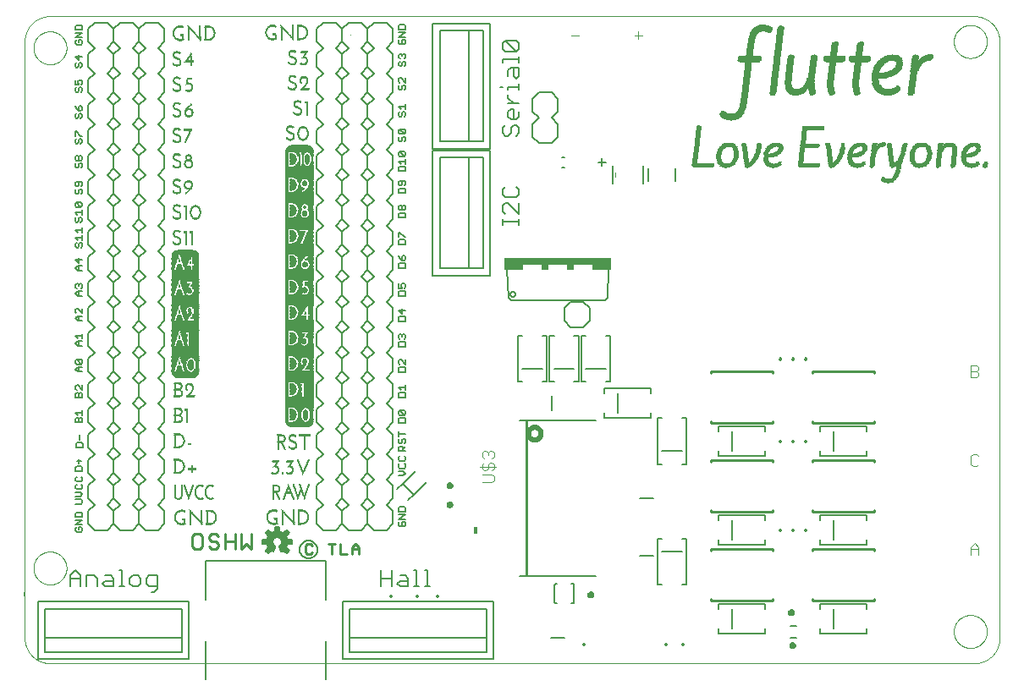
<source format=gto>
G75*
%MOIN*%
%OFA0B0*%
%FSLAX25Y25*%
%IPPOS*%
%LPD*%
%AMOC8*
5,1,8,0,0,1.08239X$1,22.5*
%
%ADD10C,0.00000*%
%ADD11R,0.00100X0.00100*%
%ADD12C,0.01000*%
%ADD13C,0.00500*%
%ADD14C,0.01100*%
%ADD15R,0.00070X0.00070*%
%ADD16R,0.00070X0.00070*%
%ADD17R,0.00140X0.00070*%
%ADD18R,0.01050X0.00070*%
%ADD19R,0.00140X0.00070*%
%ADD20R,0.01680X0.00070*%
%ADD21R,0.00210X0.00070*%
%ADD22R,0.00630X0.00070*%
%ADD23R,0.01600X0.00070*%
%ADD24R,0.01040X0.00070*%
%ADD25R,0.01190X0.00070*%
%ADD26R,0.02030X0.00070*%
%ADD27R,0.00280X0.00070*%
%ADD28R,0.02020X0.00070*%
%ADD29R,0.01880X0.00069*%
%ADD30R,0.00280X0.00069*%
%ADD31R,0.00630X0.00069*%
%ADD32R,0.01750X0.00069*%
%ADD33R,0.02310X0.00069*%
%ADD34R,0.00350X0.00069*%
%ADD35R,0.02300X0.00069*%
%ADD36R,0.02160X0.00070*%
%ADD37R,0.00350X0.00070*%
%ADD38R,0.02100X0.00070*%
%ADD39R,0.02450X0.00070*%
%ADD40R,0.00420X0.00070*%
%ADD41R,0.02650X0.00070*%
%ADD42R,0.02370X0.00070*%
%ADD43R,0.00420X0.00070*%
%ADD44R,0.00630X0.00070*%
%ADD45R,0.02450X0.00070*%
%ADD46R,0.02590X0.00070*%
%ADD47R,0.00490X0.00070*%
%ADD48R,0.02930X0.00070*%
%ADD49R,0.02580X0.00070*%
%ADD50R,0.00420X0.00070*%
%ADD51R,0.02730X0.00070*%
%ADD52R,0.02720X0.00070*%
%ADD53R,0.00560X0.00070*%
%ADD54R,0.03070X0.00070*%
%ADD55R,0.02720X0.00070*%
%ADD56R,0.03010X0.00070*%
%ADD57R,0.02860X0.00070*%
%ADD58R,0.03210X0.00070*%
%ADD59R,0.02860X0.00070*%
%ADD60R,0.03150X0.00070*%
%ADD61R,0.03000X0.00070*%
%ADD62R,0.00700X0.00070*%
%ADD63R,0.01180X0.00070*%
%ADD64R,0.01540X0.00070*%
%ADD65R,0.02930X0.00070*%
%ADD66R,0.03220X0.00070*%
%ADD67R,0.00770X0.00070*%
%ADD68R,0.00840X0.00070*%
%ADD69R,0.01190X0.00070*%
%ADD70R,0.03070X0.00070*%
%ADD71R,0.00700X0.00070*%
%ADD72R,0.01120X0.00070*%
%ADD73R,0.01400X0.00070*%
%ADD74R,0.01320X0.00070*%
%ADD75R,0.00840X0.00070*%
%ADD76R,0.01470X0.00069*%
%ADD77R,0.00620X0.00069*%
%ADD78R,0.00770X0.00069*%
%ADD79R,0.01190X0.00069*%
%ADD80R,0.01110X0.00069*%
%ADD81R,0.00910X0.00069*%
%ADD82R,0.00980X0.00069*%
%ADD83R,0.01260X0.00070*%
%ADD84R,0.00620X0.00070*%
%ADD85R,0.01110X0.00070*%
%ADD86R,0.01040X0.00070*%
%ADD87R,0.00980X0.00070*%
%ADD88R,0.01120X0.00070*%
%ADD89R,0.00620X0.00070*%
%ADD90R,0.00910X0.00070*%
%ADD91R,0.00970X0.00070*%
%ADD92R,0.01050X0.00070*%
%ADD93R,0.00970X0.00070*%
%ADD94R,0.00900X0.00070*%
%ADD95R,0.00980X0.00070*%
%ADD96R,0.00900X0.00070*%
%ADD97R,0.01120X0.00070*%
%ADD98R,0.00840X0.00070*%
%ADD99R,0.01190X0.00070*%
%ADD100R,0.00830X0.00070*%
%ADD101R,0.00770X0.00070*%
%ADD102R,0.01260X0.00070*%
%ADD103R,0.00760X0.00070*%
%ADD104R,0.00770X0.00070*%
%ADD105R,0.01330X0.00070*%
%ADD106R,0.00760X0.00070*%
%ADD107R,0.00770X0.00069*%
%ADD108R,0.00700X0.00069*%
%ADD109R,0.00760X0.00069*%
%ADD110R,0.00690X0.00070*%
%ADD111R,0.00690X0.00070*%
%ADD112R,0.00690X0.00070*%
%ADD113R,0.01460X0.00070*%
%ADD114R,0.00690X0.00069*%
%ADD115R,0.01460X0.00069*%
%ADD116R,0.01540X0.00070*%
%ADD117R,0.01460X0.00070*%
%ADD118R,0.01390X0.00070*%
%ADD119R,0.01390X0.00070*%
%ADD120R,0.01470X0.00070*%
%ADD121R,0.01320X0.00070*%
%ADD122R,0.01470X0.00070*%
%ADD123R,0.01180X0.00070*%
%ADD124R,0.01400X0.00070*%
%ADD125R,0.01120X0.00069*%
%ADD126R,0.00560X0.00070*%
%ADD127R,0.00770X0.00070*%
%ADD128R,0.00840X0.00070*%
%ADD129R,0.01250X0.00070*%
%ADD130R,0.00840X0.00069*%
%ADD131R,0.00970X0.00069*%
%ADD132R,0.01050X0.00069*%
%ADD133R,0.00910X0.00070*%
%ADD134R,0.00970X0.00070*%
%ADD135R,0.00970X0.00070*%
%ADD136R,0.01040X0.00070*%
%ADD137R,0.01390X0.00070*%
%ADD138R,0.01110X0.00070*%
%ADD139R,0.00830X0.00070*%
%ADD140R,0.03070X0.00070*%
%ADD141R,0.03140X0.00070*%
%ADD142R,0.03080X0.00070*%
%ADD143R,0.00490X0.00070*%
%ADD144R,0.02930X0.00069*%
%ADD145R,0.00560X0.00069*%
%ADD146R,0.03010X0.00069*%
%ADD147R,0.02590X0.00069*%
%ADD148R,0.00420X0.00069*%
%ADD149R,0.02790X0.00069*%
%ADD150R,0.02790X0.00070*%
%ADD151R,0.02940X0.00070*%
%ADD152R,0.02510X0.00070*%
%ADD153R,0.02650X0.00070*%
%ADD154R,0.02730X0.00070*%
%ADD155R,0.02240X0.00070*%
%ADD156R,0.00350X0.00070*%
%ADD157R,0.02230X0.00070*%
%ADD158R,0.02440X0.00070*%
%ADD159R,0.01810X0.00070*%
%ADD160R,0.00280X0.00070*%
%ADD161R,0.02170X0.00070*%
%ADD162R,0.01610X0.00070*%
%ADD163R,0.00210X0.00070*%
%ADD164R,0.01320X0.00070*%
%ADD165R,0.01750X0.00070*%
%ADD166R,0.00070X0.00070*%
%ADD167R,0.00140X0.00070*%
%ADD168R,0.00070X0.00070*%
%ADD169R,0.00550X0.00070*%
%ADD170R,0.00140X0.00070*%
%ADD171R,0.00480X0.00070*%
%ADD172R,0.01610X0.00070*%
%ADD173R,0.00140X0.00069*%
%ADD174R,0.00140X0.00069*%
%ADD175R,0.00550X0.00069*%
%ADD176R,0.01960X0.00069*%
%ADD177R,0.01820X0.00069*%
%ADD178R,0.00550X0.00070*%
%ADD179R,0.02090X0.00070*%
%ADD180R,0.02300X0.00070*%
%ADD181R,0.02300X0.00070*%
%ADD182R,0.02370X0.00070*%
%ADD183R,0.02310X0.00070*%
%ADD184R,0.00480X0.00070*%
%ADD185R,0.02370X0.00070*%
%ADD186R,0.00420X0.00070*%
%ADD187R,0.00410X0.00070*%
%ADD188R,0.00200X0.00070*%
%ADD189R,0.00060X0.00069*%
%ADD190R,0.00070X0.00069*%
%ADD191R,0.00490X0.00070*%
%ADD192R,0.00420X0.00069*%
%ADD193R,0.00490X0.00069*%
%ADD194R,0.00480X0.00069*%
%ADD195R,0.00490X0.00069*%
%ADD196R,0.00490X0.00070*%
%ADD197R,0.02800X0.00070*%
%ADD198R,0.02800X0.00070*%
%ADD199R,0.02660X0.00070*%
%ADD200R,0.02660X0.00069*%
%ADD201R,0.02590X0.00070*%
%ADD202R,0.01890X0.00070*%
%ADD203R,0.02520X0.00070*%
%ADD204R,0.01960X0.00070*%
%ADD205R,0.02520X0.00070*%
%ADD206R,0.02170X0.00070*%
%ADD207R,0.02380X0.00070*%
%ADD208R,0.02380X0.00070*%
%ADD209R,0.02520X0.00070*%
%ADD210R,0.02660X0.00070*%
%ADD211R,0.00840X0.00069*%
%ADD212R,0.00690X0.00069*%
%ADD213R,0.00130X0.00070*%
%ADD214R,0.00200X0.00070*%
%ADD215R,0.00410X0.00070*%
%ADD216R,0.02370X0.00070*%
%ADD217R,0.02230X0.00070*%
%ADD218R,0.02240X0.00069*%
%ADD219R,0.02090X0.00069*%
%ADD220R,0.01880X0.00070*%
%ADD221R,0.01960X0.00070*%
%ADD222R,0.01680X0.00070*%
%ADD223R,0.01330X0.00070*%
%ADD224R,0.01820X0.00070*%
%ADD225R,0.01820X0.00070*%
%ADD226R,0.02030X0.00069*%
%ADD227R,0.01610X0.00069*%
%ADD228R,0.02240X0.00070*%
%ADD229R,0.02170X0.00070*%
%ADD230R,0.02870X0.00070*%
%ADD231R,0.00070X0.00069*%
%ADD232R,0.01330X0.00069*%
%ADD233R,0.03010X0.00070*%
%ADD234R,0.00620X0.00070*%
%ADD235R,0.00620X0.00070*%
%ADD236R,0.01470X0.00070*%
%ADD237R,0.01120X0.00069*%
%ADD238R,0.01190X0.00069*%
%ADD239R,0.02310X0.00070*%
%ADD240R,0.00620X0.00069*%
%ADD241R,0.02450X0.00069*%
%ADD242R,0.00830X0.00069*%
%ADD243R,0.01120X0.00070*%
%ADD244R,0.02590X0.00070*%
%ADD245R,0.01820X0.00070*%
%ADD246R,0.02940X0.00069*%
%ADD247R,0.02100X0.00070*%
%ADD248R,0.02520X0.00069*%
%ADD249R,0.02870X0.00070*%
%ADD250R,0.02030X0.00070*%
%ADD251R,0.00690X0.00070*%
%ADD252R,0.02870X0.00070*%
%ADD253R,0.03080X0.00069*%
%ADD254R,0.01540X0.00069*%
%ADD255R,0.01260X0.00069*%
%ADD256R,0.02380X0.00069*%
%ADD257R,0.01470X0.00070*%
%ADD258R,0.01390X0.00070*%
%ADD259R,0.01040X0.00069*%
%ADD260R,0.04620X0.00070*%
%ADD261R,0.04620X0.00070*%
%ADD262R,0.02590X0.00070*%
%ADD263R,0.02790X0.00070*%
%ADD264R,0.04620X0.00069*%
%ADD265R,0.02100X0.00069*%
%ADD266R,0.01750X0.00070*%
%ADD267R,0.06710X0.00070*%
%ADD268R,0.07130X0.00070*%
%ADD269R,0.07550X0.00070*%
%ADD270R,0.07900X0.00070*%
%ADD271R,0.08110X0.00070*%
%ADD272R,0.08390X0.00070*%
%ADD273R,0.08670X0.00070*%
%ADD274R,0.08810X0.00069*%
%ADD275R,0.09020X0.00070*%
%ADD276R,0.09230X0.00070*%
%ADD277R,0.09370X0.00070*%
%ADD278R,0.09510X0.00070*%
%ADD279R,0.09650X0.00070*%
%ADD280R,0.09790X0.00070*%
%ADD281R,0.09930X0.00070*%
%ADD282R,0.10000X0.00069*%
%ADD283R,0.10070X0.00070*%
%ADD284R,0.10210X0.00070*%
%ADD285R,0.10350X0.00070*%
%ADD286R,0.10350X0.00070*%
%ADD287R,0.10490X0.00070*%
%ADD288R,0.10490X0.00070*%
%ADD289R,0.10630X0.00070*%
%ADD290R,0.10630X0.00069*%
%ADD291R,0.10770X0.00070*%
%ADD292R,0.10770X0.00070*%
%ADD293R,0.10840X0.00070*%
%ADD294R,0.08460X0.00070*%
%ADD295R,0.04750X0.00070*%
%ADD296R,0.04330X0.00070*%
%ADD297R,0.04050X0.00070*%
%ADD298R,0.02940X0.00070*%
%ADD299R,0.03700X0.00070*%
%ADD300R,0.02170X0.00069*%
%ADD301R,0.03560X0.00069*%
%ADD302R,0.03350X0.00070*%
%ADD303R,0.01540X0.00070*%
%ADD304R,0.02440X0.00070*%
%ADD305R,0.01400X0.00069*%
%ADD306R,0.01950X0.00070*%
%ADD307R,0.01950X0.00070*%
%ADD308R,0.01880X0.00070*%
%ADD309R,0.01740X0.00070*%
%ADD310R,0.01680X0.00069*%
%ADD311R,0.01600X0.00069*%
%ADD312R,0.02170X0.00069*%
%ADD313R,0.01820X0.00070*%
%ADD314R,0.01600X0.00070*%
%ADD315R,0.01530X0.00070*%
%ADD316R,0.01890X0.00070*%
%ADD317R,0.01390X0.00069*%
%ADD318R,0.02520X0.00069*%
%ADD319R,0.02170X0.00070*%
%ADD320R,0.01250X0.00070*%
%ADD321R,0.01180X0.00069*%
%ADD322R,0.01530X0.00070*%
%ADD323R,0.01670X0.00070*%
%ADD324R,0.01670X0.00070*%
%ADD325R,0.01740X0.00070*%
%ADD326R,0.01810X0.00069*%
%ADD327R,0.02020X0.00070*%
%ADD328R,0.02020X0.00070*%
%ADD329R,0.01190X0.00070*%
%ADD330R,0.01890X0.00069*%
%ADD331R,0.02510X0.00069*%
%ADD332R,0.03560X0.00070*%
%ADD333R,0.03770X0.00070*%
%ADD334R,0.02730X0.00069*%
%ADD335R,0.04190X0.00069*%
%ADD336R,0.07690X0.00070*%
%ADD337R,0.08180X0.00070*%
%ADD338R,0.11190X0.00070*%
%ADD339R,0.11190X0.00070*%
%ADD340R,0.11190X0.00069*%
%ADD341R,0.03570X0.00070*%
%ADD342R,0.03500X0.00070*%
%ADD343R,0.03920X0.00070*%
%ADD344R,0.03980X0.00070*%
%ADD345R,0.03430X0.00070*%
%ADD346R,0.02520X0.00070*%
%ADD347R,0.03920X0.00070*%
%ADD348R,0.03490X0.00070*%
%ADD349R,0.03360X0.00070*%
%ADD350R,0.03290X0.00070*%
%ADD351R,0.03920X0.00069*%
%ADD352R,0.02860X0.00069*%
%ADD353R,0.03150X0.00069*%
%ADD354R,0.02510X0.00070*%
%ADD355R,0.01810X0.00070*%
%ADD356R,0.01670X0.00070*%
%ADD357R,0.01670X0.00069*%
%ADD358R,0.01320X0.00069*%
%ADD359R,0.01320X0.00070*%
%ADD360R,0.01670X0.00070*%
%ADD361R,0.01470X0.00069*%
%ADD362R,0.07270X0.00070*%
%ADD363R,0.07340X0.00069*%
%ADD364R,0.07550X0.00070*%
%ADD365R,0.07900X0.00070*%
%ADD366R,0.08180X0.00070*%
%ADD367R,0.06640X0.00070*%
%ADD368R,0.07200X0.00070*%
%ADD369R,0.07690X0.00070*%
%ADD370R,0.07970X0.00070*%
%ADD371R,0.08250X0.00070*%
%ADD372R,0.08530X0.00070*%
%ADD373R,0.08740X0.00069*%
%ADD374R,0.08880X0.00070*%
%ADD375R,0.09090X0.00070*%
%ADD376R,0.09230X0.00070*%
%ADD377R,0.09370X0.00070*%
%ADD378R,0.09650X0.00070*%
%ADD379R,0.09720X0.00070*%
%ADD380R,0.09860X0.00070*%
%ADD381R,0.10060X0.00070*%
%ADD382R,0.10130X0.00070*%
%ADD383R,0.10200X0.00070*%
%ADD384R,0.10270X0.00070*%
%ADD385R,0.10340X0.00070*%
%ADD386R,0.10410X0.00070*%
%ADD387R,0.10480X0.00070*%
%ADD388R,0.10480X0.00069*%
%ADD389R,0.10550X0.00070*%
%ADD390R,0.10620X0.00070*%
%ADD391R,0.10690X0.00070*%
%ADD392R,0.10690X0.00070*%
%ADD393R,0.10760X0.00070*%
%ADD394R,0.10760X0.00070*%
%ADD395R,0.07270X0.00069*%
%ADD396R,0.02870X0.00070*%
%ADD397R,0.03630X0.00070*%
%ADD398R,0.02160X0.00070*%
%ADD399R,0.02580X0.00070*%
%ADD400R,0.03290X0.00069*%
%ADD401R,0.02440X0.00069*%
%ADD402R,0.01740X0.00069*%
%ADD403R,0.03220X0.00070*%
%ADD404R,0.03220X0.00070*%
%ADD405R,0.02440X0.00070*%
%ADD406R,0.03080X0.00070*%
%ADD407R,0.01890X0.00070*%
%ADD408R,0.02800X0.00069*%
%ADD409R,0.01820X0.00069*%
%ADD410R,0.02720X0.00070*%
%ADD411R,0.02790X0.00069*%
%ADD412R,0.01320X0.00069*%
%ADD413R,0.03000X0.00070*%
%ADD414R,0.01530X0.00069*%
%ADD415R,0.00970X0.00069*%
%ADD416R,0.02020X0.00070*%
%ADD417R,0.01890X0.00069*%
%ADD418R,0.02020X0.00069*%
%ADD419R,0.02090X0.00070*%
%ADD420R,0.02230X0.00069*%
%ADD421R,0.03140X0.00069*%
%ADD422R,0.03210X0.00070*%
%ADD423R,0.03420X0.00070*%
%ADD424R,0.07470X0.00070*%
%ADD425R,0.03070X0.00070*%
%ADD426R,0.07540X0.00070*%
%ADD427R,0.03420X0.00069*%
%ADD428R,0.07540X0.00069*%
%ADD429R,0.07340X0.00070*%
%ADD430R,0.07540X0.00070*%
%ADD431R,0.07610X0.00070*%
%ADD432R,0.07690X0.00070*%
%ADD433R,0.07610X0.00070*%
%ADD434R,0.07680X0.00070*%
%ADD435R,0.10830X0.00070*%
%ADD436R,0.10830X0.00069*%
%ADD437R,0.10830X0.00070*%
%ADD438R,0.03980X0.00070*%
%ADD439R,0.03430X0.00070*%
%ADD440R,0.07270X0.00070*%
%ADD441R,0.03150X0.00070*%
%ADD442R,0.04400X0.00070*%
%ADD443R,0.02870X0.00069*%
%ADD444R,0.03350X0.00069*%
%ADD445R,0.03980X0.00069*%
%ADD446R,0.02020X0.00069*%
%ADD447R,0.02090X0.00070*%
%ADD448R,0.03630X0.00070*%
%ADD449R,0.03630X0.00069*%
%ADD450R,0.03560X0.00070*%
%ADD451R,0.03490X0.00070*%
%ADD452R,0.03490X0.00069*%
%ADD453R,0.03420X0.00070*%
%ADD454R,0.03350X0.00070*%
%ADD455R,0.03280X0.00070*%
%ADD456R,0.03140X0.00070*%
%ADD457R,0.03070X0.00069*%
%ADD458R,0.01950X0.00069*%
%ADD459R,0.02790X0.00070*%
%ADD460R,0.07470X0.00070*%
%ADD461R,0.07680X0.00070*%
%ADD462R,0.05660X0.00070*%
%ADD463R,0.05170X0.00069*%
%ADD464R,0.04890X0.00070*%
%ADD465R,0.04750X0.00070*%
%ADD466R,0.04540X0.00070*%
%ADD467R,0.04470X0.00070*%
%ADD468R,0.04330X0.00070*%
%ADD469R,0.04190X0.00070*%
%ADD470R,0.04120X0.00070*%
%ADD471R,0.03910X0.00069*%
%ADD472R,0.03280X0.00069*%
%ADD473R,0.03840X0.00070*%
%ADD474R,0.03770X0.00070*%
%ADD475R,0.03700X0.00070*%
%ADD476R,0.02580X0.00069*%
%ADD477R,0.02160X0.00069*%
%ADD478R,0.02370X0.00069*%
%ADD479R,0.03420X0.00070*%
%ADD480R,0.03700X0.00069*%
%ADD481R,0.03910X0.00070*%
%ADD482R,0.04050X0.00070*%
%ADD483R,0.04120X0.00070*%
%ADD484R,0.04610X0.00069*%
%ADD485R,0.07470X0.00069*%
%ADD486R,0.04960X0.00070*%
%ADD487R,0.07340X0.00070*%
%ADD488R,0.06780X0.00070*%
%ADD489R,0.03280X0.00070*%
%ADD490R,0.03840X0.00070*%
%ADD491R,0.03910X0.00070*%
%ADD492R,0.03840X0.00069*%
%ADD493R,0.03840X0.00070*%
%ADD494R,0.03290X0.00070*%
%ADD495R,0.03770X0.00070*%
%ADD496R,0.03290X0.00070*%
%ADD497R,0.03290X0.00070*%
%ADD498R,0.03840X0.00070*%
%ADD499R,0.03770X0.00069*%
%ADD500R,0.03210X0.00069*%
%ADD501R,0.02650X0.00069*%
%ADD502R,0.01670X0.00069*%
%ADD503R,0.03570X0.00070*%
%ADD504R,0.03570X0.00070*%
%ADD505R,0.03570X0.00069*%
%ADD506R,0.02720X0.00070*%
%ADD507R,0.02870X0.00069*%
%ADD508R,0.07270X0.00070*%
%ADD509R,0.08180X0.00069*%
%ADD510R,0.07680X0.00069*%
%ADD511R,0.07620X0.00069*%
%ADD512R,0.03420X0.00070*%
%ADD513R,0.01890X0.00070*%
%ADD514R,0.04120X0.00070*%
%ADD515R,0.04190X0.00070*%
%ADD516R,0.04260X0.00070*%
%ADD517R,0.03070X0.00069*%
%ADD518R,0.04330X0.00069*%
%ADD519R,0.04400X0.00070*%
%ADD520R,0.04470X0.00070*%
%ADD521R,0.03490X0.00070*%
%ADD522R,0.04540X0.00070*%
%ADD523R,0.04680X0.00070*%
%ADD524R,0.04890X0.00069*%
%ADD525R,0.04610X0.00070*%
%ADD526R,0.07130X0.00070*%
%ADD527R,0.07470X0.00070*%
%ADD528R,0.07470X0.00070*%
%ADD529R,0.10410X0.00070*%
%ADD530R,0.10340X0.00070*%
%ADD531R,0.10000X0.00070*%
%ADD532R,0.09930X0.00070*%
%ADD533R,0.09790X0.00069*%
%ADD534R,0.09720X0.00070*%
%ADD535R,0.09580X0.00070*%
%ADD536R,0.09440X0.00070*%
%ADD537R,0.09300X0.00070*%
%ADD538R,0.09160X0.00070*%
%ADD539R,0.08810X0.00070*%
%ADD540R,0.08670X0.00069*%
%ADD541R,0.08390X0.00070*%
%ADD542R,0.07480X0.00070*%
%ADD543R,0.07060X0.00070*%
%ADD544R,0.06080X0.00070*%
%ADD545R,0.04270X0.00070*%
%ADD546R,0.04270X0.00070*%
%ADD547R,0.04200X0.00070*%
%ADD548R,0.04200X0.00070*%
%ADD549R,0.04130X0.00070*%
%ADD550R,0.04130X0.00070*%
%ADD551R,0.04130X0.00069*%
%ADD552R,0.04060X0.00070*%
%ADD553R,0.04060X0.00070*%
%ADD554R,0.03990X0.00070*%
%ADD555R,0.03990X0.00070*%
%ADD556R,0.03850X0.00069*%
%ADD557R,0.03850X0.00070*%
%ADD558R,0.03780X0.00070*%
%ADD559R,0.03780X0.00070*%
%ADD560R,0.03710X0.00070*%
%ADD561R,0.03710X0.00070*%
%ADD562R,0.03640X0.00070*%
%ADD563R,0.01740X0.00070*%
%ADD564R,0.03640X0.00070*%
%ADD565R,0.01740X0.00070*%
%ADD566R,0.03500X0.00070*%
%ADD567R,0.03360X0.00069*%
%ADD568R,0.03360X0.00070*%
%ADD569R,0.07900X0.00069*%
%ADD570R,0.04610X0.00070*%
%ADD571R,0.01040X0.00070*%
%ADD572R,0.00900X0.00069*%
%ADD573R,0.02090X0.00070*%
%ADD574R,0.03490X0.00070*%
%ADD575R,0.07690X0.00069*%
%ADD576R,0.04340X0.00070*%
%ADD577R,0.06780X0.00070*%
%ADD578R,0.03850X0.00070*%
%ADD579R,0.03780X0.00069*%
%ADD580R,0.02440X0.00070*%
%ADD581R,0.02790X0.00070*%
%ADD582R,0.01540X0.00070*%
%ADD583R,0.07550X0.00069*%
%ADD584R,0.04960X0.00070*%
%ADD585R,0.01040X0.00069*%
%ADD586R,0.05100X0.00070*%
%ADD587R,0.08110X0.00070*%
%ADD588R,0.11120X0.00069*%
%ADD589R,0.11120X0.00070*%
%ADD590R,0.11050X0.00070*%
%ADD591R,0.11050X0.00070*%
%ADD592R,0.10910X0.00070*%
%ADD593R,0.10910X0.00070*%
%ADD594R,0.10840X0.00070*%
%ADD595R,0.10770X0.00069*%
%ADD596R,0.10630X0.00070*%
%ADD597R,0.10420X0.00070*%
%ADD598R,0.10280X0.00070*%
%ADD599R,0.10210X0.00069*%
%ADD600R,0.10070X0.00070*%
%ADD601R,0.09300X0.00070*%
%ADD602R,0.09090X0.00070*%
%ADD603R,0.08950X0.00069*%
%ADD604R,0.08810X0.00070*%
%ADD605R,0.08530X0.00070*%
%ADD606R,0.08320X0.00070*%
%ADD607R,0.07830X0.00070*%
%ADD608R,0.07410X0.00070*%
%ADD609R,0.06990X0.00070*%
%ADD610R,0.06290X0.00069*%
%ADD611R,0.03220X0.00070*%
%ADD612R,0.03500X0.00069*%
%ADD613R,0.01540X0.00069*%
%ADD614R,0.03640X0.00069*%
%ADD615R,0.03570X0.00070*%
%ADD616R,0.02240X0.00070*%
%ADD617R,0.00270X0.00070*%
%ADD618R,0.02240X0.00070*%
%ADD619R,0.00210X0.00069*%
%ADD620C,0.00600*%
%ADD621R,0.01000X0.00200*%
%ADD622R,0.02600X0.00200*%
%ADD623R,0.03800X0.00200*%
%ADD624R,0.04400X0.00200*%
%ADD625R,0.04800X0.00200*%
%ADD626R,0.05600X0.00200*%
%ADD627R,0.05800X0.00200*%
%ADD628R,0.06000X0.00200*%
%ADD629R,0.06200X0.00200*%
%ADD630R,0.02000X0.00200*%
%ADD631R,0.02200X0.00200*%
%ADD632R,0.01400X0.00200*%
%ADD633R,0.00200X0.00200*%
%ADD634R,0.01800X0.00200*%
%ADD635R,0.01600X0.00200*%
%ADD636R,0.00400X0.00200*%
%ADD637R,0.00600X0.00200*%
%ADD638R,0.00800X0.00200*%
%ADD639R,0.02800X0.00200*%
%ADD640R,0.08200X0.00200*%
%ADD641R,0.03600X0.00200*%
%ADD642R,0.03400X0.00200*%
%ADD643R,0.08600X0.00200*%
%ADD644R,0.04600X0.00200*%
%ADD645R,0.02400X0.00200*%
%ADD646R,0.08800X0.00200*%
%ADD647R,0.05000X0.00200*%
%ADD648R,0.05200X0.00200*%
%ADD649R,0.09000X0.00200*%
%ADD650R,0.03000X0.00200*%
%ADD651R,0.03200X0.00200*%
%ADD652R,0.06400X0.00200*%
%ADD653R,0.06600X0.00200*%
%ADD654R,0.08400X0.00200*%
%ADD655R,0.04000X0.00200*%
%ADD656R,0.04200X0.00200*%
%ADD657R,0.01200X0.00200*%
%ADD658R,0.05400X0.00200*%
%ADD659R,0.07200X0.00200*%
%ADD660R,0.07600X0.00200*%
%ADD661R,0.07400X0.00200*%
%ADD662R,0.07800X0.00200*%
%ADD663R,0.00500X0.00100*%
%ADD664R,0.02500X0.00100*%
%ADD665R,0.03500X0.00100*%
%ADD666R,0.04100X0.00100*%
%ADD667R,0.04700X0.00100*%
%ADD668R,0.05200X0.00100*%
%ADD669R,0.05600X0.00100*%
%ADD670R,0.06100X0.00100*%
%ADD671R,0.06300X0.00100*%
%ADD672R,0.06700X0.00100*%
%ADD673R,0.07000X0.00100*%
%ADD674R,0.07400X0.00100*%
%ADD675R,0.07600X0.00100*%
%ADD676R,0.07900X0.00100*%
%ADD677R,0.08100X0.00100*%
%ADD678R,0.08300X0.00100*%
%ADD679R,0.08500X0.00100*%
%ADD680R,0.08600X0.00100*%
%ADD681R,0.08800X0.00100*%
%ADD682R,0.08900X0.00100*%
%ADD683R,0.09100X0.00100*%
%ADD684R,0.09200X0.00100*%
%ADD685R,0.03900X0.00100*%
%ADD686R,0.03800X0.00100*%
%ADD687R,0.03400X0.00100*%
%ADD688R,0.03300X0.00100*%
%ADD689R,0.03000X0.00100*%
%ADD690R,0.03200X0.00100*%
%ADD691R,0.02600X0.00100*%
%ADD692R,0.03100X0.00100*%
%ADD693R,0.02300X0.00100*%
%ADD694R,0.02100X0.00100*%
%ADD695R,0.01800X0.00100*%
%ADD696R,0.01600X0.00100*%
%ADD697R,0.01300X0.00100*%
%ADD698R,0.01100X0.00100*%
%ADD699R,0.02900X0.00100*%
%ADD700R,0.00800X0.00100*%
%ADD701R,0.02800X0.00100*%
%ADD702R,0.02700X0.00100*%
%ADD703R,0.01200X0.00100*%
%ADD704R,0.01900X0.00100*%
%ADD705R,0.00700X0.00100*%
%ADD706R,0.01700X0.00100*%
%ADD707R,0.02000X0.00100*%
%ADD708R,0.02200X0.00100*%
%ADD709R,0.04600X0.00100*%
%ADD710R,0.04400X0.00100*%
%ADD711R,0.02400X0.00100*%
%ADD712R,0.04800X0.00100*%
%ADD713R,0.05100X0.00100*%
%ADD714R,0.06500X0.00100*%
%ADD715R,0.05500X0.00100*%
%ADD716R,0.06900X0.00100*%
%ADD717R,0.05800X0.00100*%
%ADD718R,0.07300X0.00100*%
%ADD719R,0.06000X0.00100*%
%ADD720R,0.07500X0.00100*%
%ADD721R,0.08200X0.00100*%
%ADD722R,0.07200X0.00100*%
%ADD723R,0.09000X0.00100*%
%ADD724R,0.09400X0.00100*%
%ADD725R,0.09600X0.00100*%
%ADD726R,0.07700X0.00100*%
%ADD727R,0.09700X0.00100*%
%ADD728R,0.09800X0.00100*%
%ADD729R,0.09900X0.00100*%
%ADD730R,0.10100X0.00100*%
%ADD731R,0.08400X0.00100*%
%ADD732R,0.03700X0.00100*%
%ADD733R,0.04500X0.00100*%
%ADD734R,0.03600X0.00100*%
%ADD735R,0.05300X0.00100*%
%ADD736R,0.05000X0.00100*%
%ADD737R,0.04900X0.00100*%
%ADD738R,0.01400X0.00100*%
%ADD739R,0.01000X0.00100*%
%ADD740R,0.04300X0.00100*%
%ADD741R,0.00400X0.00100*%
%ADD742R,0.04200X0.00100*%
%ADD743R,0.04000X0.00100*%
%ADD744R,0.05700X0.00100*%
%ADD745R,0.06200X0.00100*%
%ADD746R,0.06600X0.00100*%
%ADD747R,0.07800X0.00100*%
%ADD748R,0.09500X0.00100*%
%ADD749R,0.05900X0.00100*%
%ADD750R,0.05400X0.00100*%
%ADD751R,0.08000X0.00100*%
%ADD752R,0.09300X0.00100*%
%ADD753R,0.08700X0.00100*%
%ADD754R,0.06400X0.00100*%
%ADD755R,0.00300X0.00100*%
%ADD756R,0.01500X0.00100*%
%ADD757R,0.07100X0.00100*%
%ADD758R,0.06800X0.00100*%
%ADD759C,0.00400*%
%ADD760C,0.02000*%
%ADD761C,0.00800*%
%ADD762C,0.00591*%
%ADD763R,0.01800X0.03000*%
%ADD764R,0.42000X0.03000*%
%ADD765R,0.07500X0.02000*%
%ADD766R,0.03000X0.02000*%
D10*
X0031333Y0038750D02*
X0031333Y0273750D01*
X0031336Y0273992D01*
X0031345Y0274233D01*
X0031359Y0274474D01*
X0031380Y0274715D01*
X0031406Y0274955D01*
X0031438Y0275195D01*
X0031476Y0275434D01*
X0031519Y0275671D01*
X0031569Y0275908D01*
X0031624Y0276143D01*
X0031684Y0276377D01*
X0031751Y0276609D01*
X0031822Y0276840D01*
X0031900Y0277069D01*
X0031983Y0277296D01*
X0032071Y0277521D01*
X0032165Y0277744D01*
X0032264Y0277964D01*
X0032369Y0278182D01*
X0032478Y0278397D01*
X0032593Y0278610D01*
X0032713Y0278820D01*
X0032838Y0279026D01*
X0032968Y0279230D01*
X0033103Y0279431D01*
X0033243Y0279628D01*
X0033387Y0279822D01*
X0033536Y0280012D01*
X0033690Y0280198D01*
X0033848Y0280381D01*
X0034010Y0280560D01*
X0034177Y0280735D01*
X0034348Y0280906D01*
X0034523Y0281073D01*
X0034702Y0281235D01*
X0034885Y0281393D01*
X0035071Y0281547D01*
X0035261Y0281696D01*
X0035455Y0281840D01*
X0035652Y0281980D01*
X0035853Y0282115D01*
X0036057Y0282245D01*
X0036263Y0282370D01*
X0036473Y0282490D01*
X0036686Y0282605D01*
X0036901Y0282714D01*
X0037119Y0282819D01*
X0037339Y0282918D01*
X0037562Y0283012D01*
X0037787Y0283100D01*
X0038014Y0283183D01*
X0038243Y0283261D01*
X0038474Y0283332D01*
X0038706Y0283399D01*
X0038940Y0283459D01*
X0039175Y0283514D01*
X0039412Y0283564D01*
X0039649Y0283607D01*
X0039888Y0283645D01*
X0040128Y0283677D01*
X0040368Y0283703D01*
X0040609Y0283724D01*
X0040850Y0283738D01*
X0041091Y0283747D01*
X0041333Y0283750D01*
X0405333Y0283750D01*
X0405575Y0283747D01*
X0405816Y0283738D01*
X0406057Y0283724D01*
X0406298Y0283703D01*
X0406538Y0283677D01*
X0406778Y0283645D01*
X0407017Y0283607D01*
X0407254Y0283564D01*
X0407491Y0283514D01*
X0407726Y0283459D01*
X0407960Y0283399D01*
X0408192Y0283332D01*
X0408423Y0283261D01*
X0408652Y0283183D01*
X0408879Y0283100D01*
X0409104Y0283012D01*
X0409327Y0282918D01*
X0409547Y0282819D01*
X0409765Y0282714D01*
X0409980Y0282605D01*
X0410193Y0282490D01*
X0410403Y0282370D01*
X0410609Y0282245D01*
X0410813Y0282115D01*
X0411014Y0281980D01*
X0411211Y0281840D01*
X0411405Y0281696D01*
X0411595Y0281547D01*
X0411781Y0281393D01*
X0411964Y0281235D01*
X0412143Y0281073D01*
X0412318Y0280906D01*
X0412489Y0280735D01*
X0412656Y0280560D01*
X0412818Y0280381D01*
X0412976Y0280198D01*
X0413130Y0280012D01*
X0413279Y0279822D01*
X0413423Y0279628D01*
X0413563Y0279431D01*
X0413698Y0279230D01*
X0413828Y0279026D01*
X0413953Y0278820D01*
X0414073Y0278610D01*
X0414188Y0278397D01*
X0414297Y0278182D01*
X0414402Y0277964D01*
X0414501Y0277744D01*
X0414595Y0277521D01*
X0414683Y0277296D01*
X0414766Y0277069D01*
X0414844Y0276840D01*
X0414915Y0276609D01*
X0414982Y0276377D01*
X0415042Y0276143D01*
X0415097Y0275908D01*
X0415147Y0275671D01*
X0415190Y0275434D01*
X0415228Y0275195D01*
X0415260Y0274955D01*
X0415286Y0274715D01*
X0415307Y0274474D01*
X0415321Y0274233D01*
X0415330Y0273992D01*
X0415333Y0273750D01*
X0415333Y0038750D01*
X0415330Y0038508D01*
X0415321Y0038267D01*
X0415307Y0038026D01*
X0415286Y0037785D01*
X0415260Y0037545D01*
X0415228Y0037305D01*
X0415190Y0037066D01*
X0415147Y0036829D01*
X0415097Y0036592D01*
X0415042Y0036357D01*
X0414982Y0036123D01*
X0414915Y0035891D01*
X0414844Y0035660D01*
X0414766Y0035431D01*
X0414683Y0035204D01*
X0414595Y0034979D01*
X0414501Y0034756D01*
X0414402Y0034536D01*
X0414297Y0034318D01*
X0414188Y0034103D01*
X0414073Y0033890D01*
X0413953Y0033680D01*
X0413828Y0033474D01*
X0413698Y0033270D01*
X0413563Y0033069D01*
X0413423Y0032872D01*
X0413279Y0032678D01*
X0413130Y0032488D01*
X0412976Y0032302D01*
X0412818Y0032119D01*
X0412656Y0031940D01*
X0412489Y0031765D01*
X0412318Y0031594D01*
X0412143Y0031427D01*
X0411964Y0031265D01*
X0411781Y0031107D01*
X0411595Y0030953D01*
X0411405Y0030804D01*
X0411211Y0030660D01*
X0411014Y0030520D01*
X0410813Y0030385D01*
X0410609Y0030255D01*
X0410403Y0030130D01*
X0410193Y0030010D01*
X0409980Y0029895D01*
X0409765Y0029786D01*
X0409547Y0029681D01*
X0409327Y0029582D01*
X0409104Y0029488D01*
X0408879Y0029400D01*
X0408652Y0029317D01*
X0408423Y0029239D01*
X0408192Y0029168D01*
X0407960Y0029101D01*
X0407726Y0029041D01*
X0407491Y0028986D01*
X0407254Y0028936D01*
X0407017Y0028893D01*
X0406778Y0028855D01*
X0406538Y0028823D01*
X0406298Y0028797D01*
X0406057Y0028776D01*
X0405816Y0028762D01*
X0405575Y0028753D01*
X0405333Y0028750D01*
X0041333Y0028750D01*
X0041091Y0028753D01*
X0040850Y0028762D01*
X0040609Y0028776D01*
X0040368Y0028797D01*
X0040128Y0028823D01*
X0039888Y0028855D01*
X0039649Y0028893D01*
X0039412Y0028936D01*
X0039175Y0028986D01*
X0038940Y0029041D01*
X0038706Y0029101D01*
X0038474Y0029168D01*
X0038243Y0029239D01*
X0038014Y0029317D01*
X0037787Y0029400D01*
X0037562Y0029488D01*
X0037339Y0029582D01*
X0037119Y0029681D01*
X0036901Y0029786D01*
X0036686Y0029895D01*
X0036473Y0030010D01*
X0036263Y0030130D01*
X0036057Y0030255D01*
X0035853Y0030385D01*
X0035652Y0030520D01*
X0035455Y0030660D01*
X0035261Y0030804D01*
X0035071Y0030953D01*
X0034885Y0031107D01*
X0034702Y0031265D01*
X0034523Y0031427D01*
X0034348Y0031594D01*
X0034177Y0031765D01*
X0034010Y0031940D01*
X0033848Y0032119D01*
X0033690Y0032302D01*
X0033536Y0032488D01*
X0033387Y0032678D01*
X0033243Y0032872D01*
X0033103Y0033069D01*
X0032968Y0033270D01*
X0032838Y0033474D01*
X0032713Y0033680D01*
X0032593Y0033890D01*
X0032478Y0034103D01*
X0032369Y0034318D01*
X0032264Y0034536D01*
X0032165Y0034756D01*
X0032071Y0034979D01*
X0031983Y0035204D01*
X0031900Y0035431D01*
X0031822Y0035660D01*
X0031751Y0035891D01*
X0031684Y0036123D01*
X0031624Y0036357D01*
X0031569Y0036592D01*
X0031519Y0036829D01*
X0031476Y0037066D01*
X0031438Y0037305D01*
X0031406Y0037545D01*
X0031380Y0037785D01*
X0031359Y0038026D01*
X0031345Y0038267D01*
X0031336Y0038508D01*
X0031333Y0038750D01*
X0034833Y0066250D02*
X0034835Y0066411D01*
X0034841Y0066571D01*
X0034851Y0066732D01*
X0034865Y0066892D01*
X0034883Y0067052D01*
X0034904Y0067211D01*
X0034930Y0067370D01*
X0034960Y0067528D01*
X0034993Y0067685D01*
X0035031Y0067842D01*
X0035072Y0067997D01*
X0035117Y0068151D01*
X0035166Y0068304D01*
X0035219Y0068456D01*
X0035275Y0068607D01*
X0035336Y0068756D01*
X0035399Y0068904D01*
X0035467Y0069050D01*
X0035538Y0069194D01*
X0035612Y0069336D01*
X0035690Y0069477D01*
X0035772Y0069615D01*
X0035857Y0069752D01*
X0035945Y0069886D01*
X0036037Y0070018D01*
X0036132Y0070148D01*
X0036230Y0070276D01*
X0036331Y0070401D01*
X0036435Y0070523D01*
X0036542Y0070643D01*
X0036652Y0070760D01*
X0036765Y0070875D01*
X0036881Y0070986D01*
X0037000Y0071095D01*
X0037121Y0071200D01*
X0037245Y0071303D01*
X0037371Y0071403D01*
X0037499Y0071499D01*
X0037630Y0071592D01*
X0037764Y0071682D01*
X0037899Y0071769D01*
X0038037Y0071852D01*
X0038176Y0071932D01*
X0038318Y0072008D01*
X0038461Y0072081D01*
X0038606Y0072150D01*
X0038753Y0072216D01*
X0038901Y0072278D01*
X0039051Y0072336D01*
X0039202Y0072391D01*
X0039355Y0072442D01*
X0039509Y0072489D01*
X0039664Y0072532D01*
X0039820Y0072571D01*
X0039976Y0072607D01*
X0040134Y0072638D01*
X0040292Y0072666D01*
X0040451Y0072690D01*
X0040611Y0072710D01*
X0040771Y0072726D01*
X0040931Y0072738D01*
X0041092Y0072746D01*
X0041253Y0072750D01*
X0041413Y0072750D01*
X0041574Y0072746D01*
X0041735Y0072738D01*
X0041895Y0072726D01*
X0042055Y0072710D01*
X0042215Y0072690D01*
X0042374Y0072666D01*
X0042532Y0072638D01*
X0042690Y0072607D01*
X0042846Y0072571D01*
X0043002Y0072532D01*
X0043157Y0072489D01*
X0043311Y0072442D01*
X0043464Y0072391D01*
X0043615Y0072336D01*
X0043765Y0072278D01*
X0043913Y0072216D01*
X0044060Y0072150D01*
X0044205Y0072081D01*
X0044348Y0072008D01*
X0044490Y0071932D01*
X0044629Y0071852D01*
X0044767Y0071769D01*
X0044902Y0071682D01*
X0045036Y0071592D01*
X0045167Y0071499D01*
X0045295Y0071403D01*
X0045421Y0071303D01*
X0045545Y0071200D01*
X0045666Y0071095D01*
X0045785Y0070986D01*
X0045901Y0070875D01*
X0046014Y0070760D01*
X0046124Y0070643D01*
X0046231Y0070523D01*
X0046335Y0070401D01*
X0046436Y0070276D01*
X0046534Y0070148D01*
X0046629Y0070018D01*
X0046721Y0069886D01*
X0046809Y0069752D01*
X0046894Y0069615D01*
X0046976Y0069477D01*
X0047054Y0069336D01*
X0047128Y0069194D01*
X0047199Y0069050D01*
X0047267Y0068904D01*
X0047330Y0068756D01*
X0047391Y0068607D01*
X0047447Y0068456D01*
X0047500Y0068304D01*
X0047549Y0068151D01*
X0047594Y0067997D01*
X0047635Y0067842D01*
X0047673Y0067685D01*
X0047706Y0067528D01*
X0047736Y0067370D01*
X0047762Y0067211D01*
X0047783Y0067052D01*
X0047801Y0066892D01*
X0047815Y0066732D01*
X0047825Y0066571D01*
X0047831Y0066411D01*
X0047833Y0066250D01*
X0047831Y0066089D01*
X0047825Y0065929D01*
X0047815Y0065768D01*
X0047801Y0065608D01*
X0047783Y0065448D01*
X0047762Y0065289D01*
X0047736Y0065130D01*
X0047706Y0064972D01*
X0047673Y0064815D01*
X0047635Y0064658D01*
X0047594Y0064503D01*
X0047549Y0064349D01*
X0047500Y0064196D01*
X0047447Y0064044D01*
X0047391Y0063893D01*
X0047330Y0063744D01*
X0047267Y0063596D01*
X0047199Y0063450D01*
X0047128Y0063306D01*
X0047054Y0063164D01*
X0046976Y0063023D01*
X0046894Y0062885D01*
X0046809Y0062748D01*
X0046721Y0062614D01*
X0046629Y0062482D01*
X0046534Y0062352D01*
X0046436Y0062224D01*
X0046335Y0062099D01*
X0046231Y0061977D01*
X0046124Y0061857D01*
X0046014Y0061740D01*
X0045901Y0061625D01*
X0045785Y0061514D01*
X0045666Y0061405D01*
X0045545Y0061300D01*
X0045421Y0061197D01*
X0045295Y0061097D01*
X0045167Y0061001D01*
X0045036Y0060908D01*
X0044902Y0060818D01*
X0044767Y0060731D01*
X0044629Y0060648D01*
X0044490Y0060568D01*
X0044348Y0060492D01*
X0044205Y0060419D01*
X0044060Y0060350D01*
X0043913Y0060284D01*
X0043765Y0060222D01*
X0043615Y0060164D01*
X0043464Y0060109D01*
X0043311Y0060058D01*
X0043157Y0060011D01*
X0043002Y0059968D01*
X0042846Y0059929D01*
X0042690Y0059893D01*
X0042532Y0059862D01*
X0042374Y0059834D01*
X0042215Y0059810D01*
X0042055Y0059790D01*
X0041895Y0059774D01*
X0041735Y0059762D01*
X0041574Y0059754D01*
X0041413Y0059750D01*
X0041253Y0059750D01*
X0041092Y0059754D01*
X0040931Y0059762D01*
X0040771Y0059774D01*
X0040611Y0059790D01*
X0040451Y0059810D01*
X0040292Y0059834D01*
X0040134Y0059862D01*
X0039976Y0059893D01*
X0039820Y0059929D01*
X0039664Y0059968D01*
X0039509Y0060011D01*
X0039355Y0060058D01*
X0039202Y0060109D01*
X0039051Y0060164D01*
X0038901Y0060222D01*
X0038753Y0060284D01*
X0038606Y0060350D01*
X0038461Y0060419D01*
X0038318Y0060492D01*
X0038176Y0060568D01*
X0038037Y0060648D01*
X0037899Y0060731D01*
X0037764Y0060818D01*
X0037630Y0060908D01*
X0037499Y0061001D01*
X0037371Y0061097D01*
X0037245Y0061197D01*
X0037121Y0061300D01*
X0037000Y0061405D01*
X0036881Y0061514D01*
X0036765Y0061625D01*
X0036652Y0061740D01*
X0036542Y0061857D01*
X0036435Y0061977D01*
X0036331Y0062099D01*
X0036230Y0062224D01*
X0036132Y0062352D01*
X0036037Y0062482D01*
X0035945Y0062614D01*
X0035857Y0062748D01*
X0035772Y0062885D01*
X0035690Y0063023D01*
X0035612Y0063164D01*
X0035538Y0063306D01*
X0035467Y0063450D01*
X0035399Y0063596D01*
X0035336Y0063744D01*
X0035275Y0063893D01*
X0035219Y0064044D01*
X0035166Y0064196D01*
X0035117Y0064349D01*
X0035072Y0064503D01*
X0035031Y0064658D01*
X0034993Y0064815D01*
X0034960Y0064972D01*
X0034930Y0065130D01*
X0034904Y0065289D01*
X0034883Y0065448D01*
X0034865Y0065608D01*
X0034851Y0065768D01*
X0034841Y0065929D01*
X0034835Y0066089D01*
X0034833Y0066250D01*
X0034833Y0271250D02*
X0034835Y0271411D01*
X0034841Y0271571D01*
X0034851Y0271732D01*
X0034865Y0271892D01*
X0034883Y0272052D01*
X0034904Y0272211D01*
X0034930Y0272370D01*
X0034960Y0272528D01*
X0034993Y0272685D01*
X0035031Y0272842D01*
X0035072Y0272997D01*
X0035117Y0273151D01*
X0035166Y0273304D01*
X0035219Y0273456D01*
X0035275Y0273607D01*
X0035336Y0273756D01*
X0035399Y0273904D01*
X0035467Y0274050D01*
X0035538Y0274194D01*
X0035612Y0274336D01*
X0035690Y0274477D01*
X0035772Y0274615D01*
X0035857Y0274752D01*
X0035945Y0274886D01*
X0036037Y0275018D01*
X0036132Y0275148D01*
X0036230Y0275276D01*
X0036331Y0275401D01*
X0036435Y0275523D01*
X0036542Y0275643D01*
X0036652Y0275760D01*
X0036765Y0275875D01*
X0036881Y0275986D01*
X0037000Y0276095D01*
X0037121Y0276200D01*
X0037245Y0276303D01*
X0037371Y0276403D01*
X0037499Y0276499D01*
X0037630Y0276592D01*
X0037764Y0276682D01*
X0037899Y0276769D01*
X0038037Y0276852D01*
X0038176Y0276932D01*
X0038318Y0277008D01*
X0038461Y0277081D01*
X0038606Y0277150D01*
X0038753Y0277216D01*
X0038901Y0277278D01*
X0039051Y0277336D01*
X0039202Y0277391D01*
X0039355Y0277442D01*
X0039509Y0277489D01*
X0039664Y0277532D01*
X0039820Y0277571D01*
X0039976Y0277607D01*
X0040134Y0277638D01*
X0040292Y0277666D01*
X0040451Y0277690D01*
X0040611Y0277710D01*
X0040771Y0277726D01*
X0040931Y0277738D01*
X0041092Y0277746D01*
X0041253Y0277750D01*
X0041413Y0277750D01*
X0041574Y0277746D01*
X0041735Y0277738D01*
X0041895Y0277726D01*
X0042055Y0277710D01*
X0042215Y0277690D01*
X0042374Y0277666D01*
X0042532Y0277638D01*
X0042690Y0277607D01*
X0042846Y0277571D01*
X0043002Y0277532D01*
X0043157Y0277489D01*
X0043311Y0277442D01*
X0043464Y0277391D01*
X0043615Y0277336D01*
X0043765Y0277278D01*
X0043913Y0277216D01*
X0044060Y0277150D01*
X0044205Y0277081D01*
X0044348Y0277008D01*
X0044490Y0276932D01*
X0044629Y0276852D01*
X0044767Y0276769D01*
X0044902Y0276682D01*
X0045036Y0276592D01*
X0045167Y0276499D01*
X0045295Y0276403D01*
X0045421Y0276303D01*
X0045545Y0276200D01*
X0045666Y0276095D01*
X0045785Y0275986D01*
X0045901Y0275875D01*
X0046014Y0275760D01*
X0046124Y0275643D01*
X0046231Y0275523D01*
X0046335Y0275401D01*
X0046436Y0275276D01*
X0046534Y0275148D01*
X0046629Y0275018D01*
X0046721Y0274886D01*
X0046809Y0274752D01*
X0046894Y0274615D01*
X0046976Y0274477D01*
X0047054Y0274336D01*
X0047128Y0274194D01*
X0047199Y0274050D01*
X0047267Y0273904D01*
X0047330Y0273756D01*
X0047391Y0273607D01*
X0047447Y0273456D01*
X0047500Y0273304D01*
X0047549Y0273151D01*
X0047594Y0272997D01*
X0047635Y0272842D01*
X0047673Y0272685D01*
X0047706Y0272528D01*
X0047736Y0272370D01*
X0047762Y0272211D01*
X0047783Y0272052D01*
X0047801Y0271892D01*
X0047815Y0271732D01*
X0047825Y0271571D01*
X0047831Y0271411D01*
X0047833Y0271250D01*
X0047831Y0271089D01*
X0047825Y0270929D01*
X0047815Y0270768D01*
X0047801Y0270608D01*
X0047783Y0270448D01*
X0047762Y0270289D01*
X0047736Y0270130D01*
X0047706Y0269972D01*
X0047673Y0269815D01*
X0047635Y0269658D01*
X0047594Y0269503D01*
X0047549Y0269349D01*
X0047500Y0269196D01*
X0047447Y0269044D01*
X0047391Y0268893D01*
X0047330Y0268744D01*
X0047267Y0268596D01*
X0047199Y0268450D01*
X0047128Y0268306D01*
X0047054Y0268164D01*
X0046976Y0268023D01*
X0046894Y0267885D01*
X0046809Y0267748D01*
X0046721Y0267614D01*
X0046629Y0267482D01*
X0046534Y0267352D01*
X0046436Y0267224D01*
X0046335Y0267099D01*
X0046231Y0266977D01*
X0046124Y0266857D01*
X0046014Y0266740D01*
X0045901Y0266625D01*
X0045785Y0266514D01*
X0045666Y0266405D01*
X0045545Y0266300D01*
X0045421Y0266197D01*
X0045295Y0266097D01*
X0045167Y0266001D01*
X0045036Y0265908D01*
X0044902Y0265818D01*
X0044767Y0265731D01*
X0044629Y0265648D01*
X0044490Y0265568D01*
X0044348Y0265492D01*
X0044205Y0265419D01*
X0044060Y0265350D01*
X0043913Y0265284D01*
X0043765Y0265222D01*
X0043615Y0265164D01*
X0043464Y0265109D01*
X0043311Y0265058D01*
X0043157Y0265011D01*
X0043002Y0264968D01*
X0042846Y0264929D01*
X0042690Y0264893D01*
X0042532Y0264862D01*
X0042374Y0264834D01*
X0042215Y0264810D01*
X0042055Y0264790D01*
X0041895Y0264774D01*
X0041735Y0264762D01*
X0041574Y0264754D01*
X0041413Y0264750D01*
X0041253Y0264750D01*
X0041092Y0264754D01*
X0040931Y0264762D01*
X0040771Y0264774D01*
X0040611Y0264790D01*
X0040451Y0264810D01*
X0040292Y0264834D01*
X0040134Y0264862D01*
X0039976Y0264893D01*
X0039820Y0264929D01*
X0039664Y0264968D01*
X0039509Y0265011D01*
X0039355Y0265058D01*
X0039202Y0265109D01*
X0039051Y0265164D01*
X0038901Y0265222D01*
X0038753Y0265284D01*
X0038606Y0265350D01*
X0038461Y0265419D01*
X0038318Y0265492D01*
X0038176Y0265568D01*
X0038037Y0265648D01*
X0037899Y0265731D01*
X0037764Y0265818D01*
X0037630Y0265908D01*
X0037499Y0266001D01*
X0037371Y0266097D01*
X0037245Y0266197D01*
X0037121Y0266300D01*
X0037000Y0266405D01*
X0036881Y0266514D01*
X0036765Y0266625D01*
X0036652Y0266740D01*
X0036542Y0266857D01*
X0036435Y0266977D01*
X0036331Y0267099D01*
X0036230Y0267224D01*
X0036132Y0267352D01*
X0036037Y0267482D01*
X0035945Y0267614D01*
X0035857Y0267748D01*
X0035772Y0267885D01*
X0035690Y0268023D01*
X0035612Y0268164D01*
X0035538Y0268306D01*
X0035467Y0268450D01*
X0035399Y0268596D01*
X0035336Y0268744D01*
X0035275Y0268893D01*
X0035219Y0269044D01*
X0035166Y0269196D01*
X0035117Y0269349D01*
X0035072Y0269503D01*
X0035031Y0269658D01*
X0034993Y0269815D01*
X0034960Y0269972D01*
X0034930Y0270130D01*
X0034904Y0270289D01*
X0034883Y0270448D01*
X0034865Y0270608D01*
X0034851Y0270768D01*
X0034841Y0270929D01*
X0034835Y0271089D01*
X0034833Y0271250D01*
X0263833Y0221950D02*
X0263872Y0221894D01*
X0263908Y0221836D01*
X0263940Y0221776D01*
X0263969Y0221714D01*
X0263994Y0221651D01*
X0264015Y0221586D01*
X0264033Y0221520D01*
X0264046Y0221453D01*
X0264056Y0221386D01*
X0264062Y0221318D01*
X0264064Y0221250D01*
X0264062Y0221182D01*
X0264056Y0221114D01*
X0264046Y0221047D01*
X0264033Y0220980D01*
X0264015Y0220914D01*
X0263994Y0220849D01*
X0263969Y0220786D01*
X0263940Y0220724D01*
X0263908Y0220664D01*
X0263872Y0220606D01*
X0263833Y0220550D01*
X0397333Y0273750D02*
X0397335Y0273911D01*
X0397341Y0274071D01*
X0397351Y0274232D01*
X0397365Y0274392D01*
X0397383Y0274552D01*
X0397404Y0274711D01*
X0397430Y0274870D01*
X0397460Y0275028D01*
X0397493Y0275185D01*
X0397531Y0275342D01*
X0397572Y0275497D01*
X0397617Y0275651D01*
X0397666Y0275804D01*
X0397719Y0275956D01*
X0397775Y0276107D01*
X0397836Y0276256D01*
X0397899Y0276404D01*
X0397967Y0276550D01*
X0398038Y0276694D01*
X0398112Y0276836D01*
X0398190Y0276977D01*
X0398272Y0277115D01*
X0398357Y0277252D01*
X0398445Y0277386D01*
X0398537Y0277518D01*
X0398632Y0277648D01*
X0398730Y0277776D01*
X0398831Y0277901D01*
X0398935Y0278023D01*
X0399042Y0278143D01*
X0399152Y0278260D01*
X0399265Y0278375D01*
X0399381Y0278486D01*
X0399500Y0278595D01*
X0399621Y0278700D01*
X0399745Y0278803D01*
X0399871Y0278903D01*
X0399999Y0278999D01*
X0400130Y0279092D01*
X0400264Y0279182D01*
X0400399Y0279269D01*
X0400537Y0279352D01*
X0400676Y0279432D01*
X0400818Y0279508D01*
X0400961Y0279581D01*
X0401106Y0279650D01*
X0401253Y0279716D01*
X0401401Y0279778D01*
X0401551Y0279836D01*
X0401702Y0279891D01*
X0401855Y0279942D01*
X0402009Y0279989D01*
X0402164Y0280032D01*
X0402320Y0280071D01*
X0402476Y0280107D01*
X0402634Y0280138D01*
X0402792Y0280166D01*
X0402951Y0280190D01*
X0403111Y0280210D01*
X0403271Y0280226D01*
X0403431Y0280238D01*
X0403592Y0280246D01*
X0403753Y0280250D01*
X0403913Y0280250D01*
X0404074Y0280246D01*
X0404235Y0280238D01*
X0404395Y0280226D01*
X0404555Y0280210D01*
X0404715Y0280190D01*
X0404874Y0280166D01*
X0405032Y0280138D01*
X0405190Y0280107D01*
X0405346Y0280071D01*
X0405502Y0280032D01*
X0405657Y0279989D01*
X0405811Y0279942D01*
X0405964Y0279891D01*
X0406115Y0279836D01*
X0406265Y0279778D01*
X0406413Y0279716D01*
X0406560Y0279650D01*
X0406705Y0279581D01*
X0406848Y0279508D01*
X0406990Y0279432D01*
X0407129Y0279352D01*
X0407267Y0279269D01*
X0407402Y0279182D01*
X0407536Y0279092D01*
X0407667Y0278999D01*
X0407795Y0278903D01*
X0407921Y0278803D01*
X0408045Y0278700D01*
X0408166Y0278595D01*
X0408285Y0278486D01*
X0408401Y0278375D01*
X0408514Y0278260D01*
X0408624Y0278143D01*
X0408731Y0278023D01*
X0408835Y0277901D01*
X0408936Y0277776D01*
X0409034Y0277648D01*
X0409129Y0277518D01*
X0409221Y0277386D01*
X0409309Y0277252D01*
X0409394Y0277115D01*
X0409476Y0276977D01*
X0409554Y0276836D01*
X0409628Y0276694D01*
X0409699Y0276550D01*
X0409767Y0276404D01*
X0409830Y0276256D01*
X0409891Y0276107D01*
X0409947Y0275956D01*
X0410000Y0275804D01*
X0410049Y0275651D01*
X0410094Y0275497D01*
X0410135Y0275342D01*
X0410173Y0275185D01*
X0410206Y0275028D01*
X0410236Y0274870D01*
X0410262Y0274711D01*
X0410283Y0274552D01*
X0410301Y0274392D01*
X0410315Y0274232D01*
X0410325Y0274071D01*
X0410331Y0273911D01*
X0410333Y0273750D01*
X0410331Y0273589D01*
X0410325Y0273429D01*
X0410315Y0273268D01*
X0410301Y0273108D01*
X0410283Y0272948D01*
X0410262Y0272789D01*
X0410236Y0272630D01*
X0410206Y0272472D01*
X0410173Y0272315D01*
X0410135Y0272158D01*
X0410094Y0272003D01*
X0410049Y0271849D01*
X0410000Y0271696D01*
X0409947Y0271544D01*
X0409891Y0271393D01*
X0409830Y0271244D01*
X0409767Y0271096D01*
X0409699Y0270950D01*
X0409628Y0270806D01*
X0409554Y0270664D01*
X0409476Y0270523D01*
X0409394Y0270385D01*
X0409309Y0270248D01*
X0409221Y0270114D01*
X0409129Y0269982D01*
X0409034Y0269852D01*
X0408936Y0269724D01*
X0408835Y0269599D01*
X0408731Y0269477D01*
X0408624Y0269357D01*
X0408514Y0269240D01*
X0408401Y0269125D01*
X0408285Y0269014D01*
X0408166Y0268905D01*
X0408045Y0268800D01*
X0407921Y0268697D01*
X0407795Y0268597D01*
X0407667Y0268501D01*
X0407536Y0268408D01*
X0407402Y0268318D01*
X0407267Y0268231D01*
X0407129Y0268148D01*
X0406990Y0268068D01*
X0406848Y0267992D01*
X0406705Y0267919D01*
X0406560Y0267850D01*
X0406413Y0267784D01*
X0406265Y0267722D01*
X0406115Y0267664D01*
X0405964Y0267609D01*
X0405811Y0267558D01*
X0405657Y0267511D01*
X0405502Y0267468D01*
X0405346Y0267429D01*
X0405190Y0267393D01*
X0405032Y0267362D01*
X0404874Y0267334D01*
X0404715Y0267310D01*
X0404555Y0267290D01*
X0404395Y0267274D01*
X0404235Y0267262D01*
X0404074Y0267254D01*
X0403913Y0267250D01*
X0403753Y0267250D01*
X0403592Y0267254D01*
X0403431Y0267262D01*
X0403271Y0267274D01*
X0403111Y0267290D01*
X0402951Y0267310D01*
X0402792Y0267334D01*
X0402634Y0267362D01*
X0402476Y0267393D01*
X0402320Y0267429D01*
X0402164Y0267468D01*
X0402009Y0267511D01*
X0401855Y0267558D01*
X0401702Y0267609D01*
X0401551Y0267664D01*
X0401401Y0267722D01*
X0401253Y0267784D01*
X0401106Y0267850D01*
X0400961Y0267919D01*
X0400818Y0267992D01*
X0400676Y0268068D01*
X0400537Y0268148D01*
X0400399Y0268231D01*
X0400264Y0268318D01*
X0400130Y0268408D01*
X0399999Y0268501D01*
X0399871Y0268597D01*
X0399745Y0268697D01*
X0399621Y0268800D01*
X0399500Y0268905D01*
X0399381Y0269014D01*
X0399265Y0269125D01*
X0399152Y0269240D01*
X0399042Y0269357D01*
X0398935Y0269477D01*
X0398831Y0269599D01*
X0398730Y0269724D01*
X0398632Y0269852D01*
X0398537Y0269982D01*
X0398445Y0270114D01*
X0398357Y0270248D01*
X0398272Y0270385D01*
X0398190Y0270523D01*
X0398112Y0270664D01*
X0398038Y0270806D01*
X0397967Y0270950D01*
X0397899Y0271096D01*
X0397836Y0271244D01*
X0397775Y0271393D01*
X0397719Y0271544D01*
X0397666Y0271696D01*
X0397617Y0271849D01*
X0397572Y0272003D01*
X0397531Y0272158D01*
X0397493Y0272315D01*
X0397460Y0272472D01*
X0397430Y0272630D01*
X0397404Y0272789D01*
X0397383Y0272948D01*
X0397365Y0273108D01*
X0397351Y0273268D01*
X0397341Y0273429D01*
X0397335Y0273589D01*
X0397333Y0273750D01*
X0397333Y0041250D02*
X0397335Y0041411D01*
X0397341Y0041571D01*
X0397351Y0041732D01*
X0397365Y0041892D01*
X0397383Y0042052D01*
X0397404Y0042211D01*
X0397430Y0042370D01*
X0397460Y0042528D01*
X0397493Y0042685D01*
X0397531Y0042842D01*
X0397572Y0042997D01*
X0397617Y0043151D01*
X0397666Y0043304D01*
X0397719Y0043456D01*
X0397775Y0043607D01*
X0397836Y0043756D01*
X0397899Y0043904D01*
X0397967Y0044050D01*
X0398038Y0044194D01*
X0398112Y0044336D01*
X0398190Y0044477D01*
X0398272Y0044615D01*
X0398357Y0044752D01*
X0398445Y0044886D01*
X0398537Y0045018D01*
X0398632Y0045148D01*
X0398730Y0045276D01*
X0398831Y0045401D01*
X0398935Y0045523D01*
X0399042Y0045643D01*
X0399152Y0045760D01*
X0399265Y0045875D01*
X0399381Y0045986D01*
X0399500Y0046095D01*
X0399621Y0046200D01*
X0399745Y0046303D01*
X0399871Y0046403D01*
X0399999Y0046499D01*
X0400130Y0046592D01*
X0400264Y0046682D01*
X0400399Y0046769D01*
X0400537Y0046852D01*
X0400676Y0046932D01*
X0400818Y0047008D01*
X0400961Y0047081D01*
X0401106Y0047150D01*
X0401253Y0047216D01*
X0401401Y0047278D01*
X0401551Y0047336D01*
X0401702Y0047391D01*
X0401855Y0047442D01*
X0402009Y0047489D01*
X0402164Y0047532D01*
X0402320Y0047571D01*
X0402476Y0047607D01*
X0402634Y0047638D01*
X0402792Y0047666D01*
X0402951Y0047690D01*
X0403111Y0047710D01*
X0403271Y0047726D01*
X0403431Y0047738D01*
X0403592Y0047746D01*
X0403753Y0047750D01*
X0403913Y0047750D01*
X0404074Y0047746D01*
X0404235Y0047738D01*
X0404395Y0047726D01*
X0404555Y0047710D01*
X0404715Y0047690D01*
X0404874Y0047666D01*
X0405032Y0047638D01*
X0405190Y0047607D01*
X0405346Y0047571D01*
X0405502Y0047532D01*
X0405657Y0047489D01*
X0405811Y0047442D01*
X0405964Y0047391D01*
X0406115Y0047336D01*
X0406265Y0047278D01*
X0406413Y0047216D01*
X0406560Y0047150D01*
X0406705Y0047081D01*
X0406848Y0047008D01*
X0406990Y0046932D01*
X0407129Y0046852D01*
X0407267Y0046769D01*
X0407402Y0046682D01*
X0407536Y0046592D01*
X0407667Y0046499D01*
X0407795Y0046403D01*
X0407921Y0046303D01*
X0408045Y0046200D01*
X0408166Y0046095D01*
X0408285Y0045986D01*
X0408401Y0045875D01*
X0408514Y0045760D01*
X0408624Y0045643D01*
X0408731Y0045523D01*
X0408835Y0045401D01*
X0408936Y0045276D01*
X0409034Y0045148D01*
X0409129Y0045018D01*
X0409221Y0044886D01*
X0409309Y0044752D01*
X0409394Y0044615D01*
X0409476Y0044477D01*
X0409554Y0044336D01*
X0409628Y0044194D01*
X0409699Y0044050D01*
X0409767Y0043904D01*
X0409830Y0043756D01*
X0409891Y0043607D01*
X0409947Y0043456D01*
X0410000Y0043304D01*
X0410049Y0043151D01*
X0410094Y0042997D01*
X0410135Y0042842D01*
X0410173Y0042685D01*
X0410206Y0042528D01*
X0410236Y0042370D01*
X0410262Y0042211D01*
X0410283Y0042052D01*
X0410301Y0041892D01*
X0410315Y0041732D01*
X0410325Y0041571D01*
X0410331Y0041411D01*
X0410333Y0041250D01*
X0410331Y0041089D01*
X0410325Y0040929D01*
X0410315Y0040768D01*
X0410301Y0040608D01*
X0410283Y0040448D01*
X0410262Y0040289D01*
X0410236Y0040130D01*
X0410206Y0039972D01*
X0410173Y0039815D01*
X0410135Y0039658D01*
X0410094Y0039503D01*
X0410049Y0039349D01*
X0410000Y0039196D01*
X0409947Y0039044D01*
X0409891Y0038893D01*
X0409830Y0038744D01*
X0409767Y0038596D01*
X0409699Y0038450D01*
X0409628Y0038306D01*
X0409554Y0038164D01*
X0409476Y0038023D01*
X0409394Y0037885D01*
X0409309Y0037748D01*
X0409221Y0037614D01*
X0409129Y0037482D01*
X0409034Y0037352D01*
X0408936Y0037224D01*
X0408835Y0037099D01*
X0408731Y0036977D01*
X0408624Y0036857D01*
X0408514Y0036740D01*
X0408401Y0036625D01*
X0408285Y0036514D01*
X0408166Y0036405D01*
X0408045Y0036300D01*
X0407921Y0036197D01*
X0407795Y0036097D01*
X0407667Y0036001D01*
X0407536Y0035908D01*
X0407402Y0035818D01*
X0407267Y0035731D01*
X0407129Y0035648D01*
X0406990Y0035568D01*
X0406848Y0035492D01*
X0406705Y0035419D01*
X0406560Y0035350D01*
X0406413Y0035284D01*
X0406265Y0035222D01*
X0406115Y0035164D01*
X0405964Y0035109D01*
X0405811Y0035058D01*
X0405657Y0035011D01*
X0405502Y0034968D01*
X0405346Y0034929D01*
X0405190Y0034893D01*
X0405032Y0034862D01*
X0404874Y0034834D01*
X0404715Y0034810D01*
X0404555Y0034790D01*
X0404395Y0034774D01*
X0404235Y0034762D01*
X0404074Y0034754D01*
X0403913Y0034750D01*
X0403753Y0034750D01*
X0403592Y0034754D01*
X0403431Y0034762D01*
X0403271Y0034774D01*
X0403111Y0034790D01*
X0402951Y0034810D01*
X0402792Y0034834D01*
X0402634Y0034862D01*
X0402476Y0034893D01*
X0402320Y0034929D01*
X0402164Y0034968D01*
X0402009Y0035011D01*
X0401855Y0035058D01*
X0401702Y0035109D01*
X0401551Y0035164D01*
X0401401Y0035222D01*
X0401253Y0035284D01*
X0401106Y0035350D01*
X0400961Y0035419D01*
X0400818Y0035492D01*
X0400676Y0035568D01*
X0400537Y0035648D01*
X0400399Y0035731D01*
X0400264Y0035818D01*
X0400130Y0035908D01*
X0399999Y0036001D01*
X0399871Y0036097D01*
X0399745Y0036197D01*
X0399621Y0036300D01*
X0399500Y0036405D01*
X0399381Y0036514D01*
X0399265Y0036625D01*
X0399152Y0036740D01*
X0399042Y0036857D01*
X0398935Y0036977D01*
X0398831Y0037099D01*
X0398730Y0037224D01*
X0398632Y0037352D01*
X0398537Y0037482D01*
X0398445Y0037614D01*
X0398357Y0037748D01*
X0398272Y0037885D01*
X0398190Y0038023D01*
X0398112Y0038164D01*
X0398038Y0038306D01*
X0397967Y0038450D01*
X0397899Y0038596D01*
X0397836Y0038744D01*
X0397775Y0038893D01*
X0397719Y0039044D01*
X0397666Y0039196D01*
X0397617Y0039349D01*
X0397572Y0039503D01*
X0397531Y0039658D01*
X0397493Y0039815D01*
X0397460Y0039972D01*
X0397430Y0040130D01*
X0397404Y0040289D01*
X0397383Y0040448D01*
X0397365Y0040608D01*
X0397351Y0040768D01*
X0397341Y0040929D01*
X0397335Y0041089D01*
X0397333Y0041250D01*
D11*
X0382233Y0268350D03*
X0373333Y0268350D03*
X0342533Y0268350D03*
X0333233Y0268350D03*
X0159983Y0276200D03*
X0159883Y0081200D03*
X0159783Y0081200D03*
X0159683Y0081200D03*
X0159583Y0081200D03*
X0159483Y0081200D03*
X0159383Y0081200D03*
X0159283Y0081200D03*
X0159183Y0081200D03*
X0159083Y0081200D03*
X0158983Y0081200D03*
X0158883Y0081200D03*
X0158783Y0081200D03*
X0158683Y0081200D03*
X0158583Y0081200D03*
X0158483Y0081200D03*
X0031283Y0056600D03*
X0031283Y0056500D03*
X0031283Y0056400D03*
X0031283Y0056300D03*
X0031283Y0056200D03*
X0031283Y0056100D03*
X0031283Y0056000D03*
X0031283Y0055900D03*
X0031283Y0055800D03*
X0031283Y0055700D03*
X0031283Y0055600D03*
X0031283Y0055500D03*
X0031283Y0055400D03*
X0031283Y0055300D03*
X0031283Y0055200D03*
X0031283Y0055100D03*
D12*
X0141833Y0072417D02*
X0142501Y0071750D01*
X0143835Y0071750D01*
X0144502Y0072417D01*
X0141833Y0072417D02*
X0141833Y0075086D01*
X0142501Y0075753D01*
X0143835Y0075753D01*
X0144502Y0075086D01*
X0151041Y0075753D02*
X0153710Y0075753D01*
X0152376Y0075753D02*
X0152376Y0071750D01*
X0155645Y0071750D02*
X0155645Y0075753D01*
X0155645Y0071750D02*
X0158314Y0071750D01*
X0160249Y0071750D02*
X0160249Y0074419D01*
X0161584Y0075753D01*
X0162918Y0074419D01*
X0162918Y0071750D01*
X0162918Y0073752D02*
X0160249Y0073752D01*
X0175133Y0055250D02*
X0175135Y0055278D01*
X0175141Y0055305D01*
X0175150Y0055331D01*
X0175163Y0055356D01*
X0175180Y0055379D01*
X0175199Y0055399D01*
X0175221Y0055416D01*
X0175245Y0055430D01*
X0175271Y0055440D01*
X0175298Y0055447D01*
X0175326Y0055450D01*
X0175354Y0055449D01*
X0175381Y0055444D01*
X0175408Y0055435D01*
X0175433Y0055423D01*
X0175456Y0055408D01*
X0175477Y0055389D01*
X0175495Y0055368D01*
X0175510Y0055344D01*
X0175521Y0055318D01*
X0175529Y0055292D01*
X0175533Y0055264D01*
X0175533Y0055236D01*
X0175529Y0055208D01*
X0175521Y0055182D01*
X0175510Y0055156D01*
X0175495Y0055132D01*
X0175477Y0055111D01*
X0175456Y0055092D01*
X0175433Y0055077D01*
X0175408Y0055065D01*
X0175381Y0055056D01*
X0175354Y0055051D01*
X0175326Y0055050D01*
X0175298Y0055053D01*
X0175271Y0055060D01*
X0175245Y0055070D01*
X0175221Y0055084D01*
X0175199Y0055101D01*
X0175180Y0055121D01*
X0175163Y0055144D01*
X0175150Y0055169D01*
X0175141Y0055195D01*
X0175135Y0055222D01*
X0175133Y0055250D01*
X0185633Y0055250D02*
X0185635Y0055278D01*
X0185641Y0055305D01*
X0185650Y0055331D01*
X0185663Y0055356D01*
X0185680Y0055379D01*
X0185699Y0055399D01*
X0185721Y0055416D01*
X0185745Y0055430D01*
X0185771Y0055440D01*
X0185798Y0055447D01*
X0185826Y0055450D01*
X0185854Y0055449D01*
X0185881Y0055444D01*
X0185908Y0055435D01*
X0185933Y0055423D01*
X0185956Y0055408D01*
X0185977Y0055389D01*
X0185995Y0055368D01*
X0186010Y0055344D01*
X0186021Y0055318D01*
X0186029Y0055292D01*
X0186033Y0055264D01*
X0186033Y0055236D01*
X0186029Y0055208D01*
X0186021Y0055182D01*
X0186010Y0055156D01*
X0185995Y0055132D01*
X0185977Y0055111D01*
X0185956Y0055092D01*
X0185933Y0055077D01*
X0185908Y0055065D01*
X0185881Y0055056D01*
X0185854Y0055051D01*
X0185826Y0055050D01*
X0185798Y0055053D01*
X0185771Y0055060D01*
X0185745Y0055070D01*
X0185721Y0055084D01*
X0185699Y0055101D01*
X0185680Y0055121D01*
X0185663Y0055144D01*
X0185650Y0055169D01*
X0185641Y0055195D01*
X0185635Y0055222D01*
X0185633Y0055250D01*
X0193633Y0055250D02*
X0193635Y0055278D01*
X0193641Y0055305D01*
X0193650Y0055331D01*
X0193663Y0055356D01*
X0193680Y0055379D01*
X0193699Y0055399D01*
X0193721Y0055416D01*
X0193745Y0055430D01*
X0193771Y0055440D01*
X0193798Y0055447D01*
X0193826Y0055450D01*
X0193854Y0055449D01*
X0193881Y0055444D01*
X0193908Y0055435D01*
X0193933Y0055423D01*
X0193956Y0055408D01*
X0193977Y0055389D01*
X0193995Y0055368D01*
X0194010Y0055344D01*
X0194021Y0055318D01*
X0194029Y0055292D01*
X0194033Y0055264D01*
X0194033Y0055236D01*
X0194029Y0055208D01*
X0194021Y0055182D01*
X0194010Y0055156D01*
X0193995Y0055132D01*
X0193977Y0055111D01*
X0193956Y0055092D01*
X0193933Y0055077D01*
X0193908Y0055065D01*
X0193881Y0055056D01*
X0193854Y0055051D01*
X0193826Y0055050D01*
X0193798Y0055053D01*
X0193771Y0055060D01*
X0193745Y0055070D01*
X0193721Y0055084D01*
X0193699Y0055101D01*
X0193680Y0055121D01*
X0193663Y0055144D01*
X0193650Y0055169D01*
X0193641Y0055195D01*
X0193635Y0055222D01*
X0193633Y0055250D01*
X0251133Y0036250D02*
X0251135Y0036278D01*
X0251141Y0036305D01*
X0251150Y0036331D01*
X0251163Y0036356D01*
X0251180Y0036379D01*
X0251199Y0036399D01*
X0251221Y0036416D01*
X0251245Y0036430D01*
X0251271Y0036440D01*
X0251298Y0036447D01*
X0251326Y0036450D01*
X0251354Y0036449D01*
X0251381Y0036444D01*
X0251408Y0036435D01*
X0251433Y0036423D01*
X0251456Y0036408D01*
X0251477Y0036389D01*
X0251495Y0036368D01*
X0251510Y0036344D01*
X0251521Y0036318D01*
X0251529Y0036292D01*
X0251533Y0036264D01*
X0251533Y0036236D01*
X0251529Y0036208D01*
X0251521Y0036182D01*
X0251510Y0036156D01*
X0251495Y0036132D01*
X0251477Y0036111D01*
X0251456Y0036092D01*
X0251433Y0036077D01*
X0251408Y0036065D01*
X0251381Y0036056D01*
X0251354Y0036051D01*
X0251326Y0036050D01*
X0251298Y0036053D01*
X0251271Y0036060D01*
X0251245Y0036070D01*
X0251221Y0036084D01*
X0251199Y0036101D01*
X0251180Y0036121D01*
X0251163Y0036144D01*
X0251150Y0036169D01*
X0251141Y0036195D01*
X0251135Y0036222D01*
X0251133Y0036250D01*
X0283633Y0036250D02*
X0283635Y0036278D01*
X0283641Y0036305D01*
X0283650Y0036331D01*
X0283663Y0036356D01*
X0283680Y0036379D01*
X0283699Y0036399D01*
X0283721Y0036416D01*
X0283745Y0036430D01*
X0283771Y0036440D01*
X0283798Y0036447D01*
X0283826Y0036450D01*
X0283854Y0036449D01*
X0283881Y0036444D01*
X0283908Y0036435D01*
X0283933Y0036423D01*
X0283956Y0036408D01*
X0283977Y0036389D01*
X0283995Y0036368D01*
X0284010Y0036344D01*
X0284021Y0036318D01*
X0284029Y0036292D01*
X0284033Y0036264D01*
X0284033Y0036236D01*
X0284029Y0036208D01*
X0284021Y0036182D01*
X0284010Y0036156D01*
X0283995Y0036132D01*
X0283977Y0036111D01*
X0283956Y0036092D01*
X0283933Y0036077D01*
X0283908Y0036065D01*
X0283881Y0036056D01*
X0283854Y0036051D01*
X0283826Y0036050D01*
X0283798Y0036053D01*
X0283771Y0036060D01*
X0283745Y0036070D01*
X0283721Y0036084D01*
X0283699Y0036101D01*
X0283680Y0036121D01*
X0283663Y0036144D01*
X0283650Y0036169D01*
X0283641Y0036195D01*
X0283635Y0036222D01*
X0283633Y0036250D01*
X0290133Y0036250D02*
X0290135Y0036278D01*
X0290141Y0036305D01*
X0290150Y0036331D01*
X0290163Y0036356D01*
X0290180Y0036379D01*
X0290199Y0036399D01*
X0290221Y0036416D01*
X0290245Y0036430D01*
X0290271Y0036440D01*
X0290298Y0036447D01*
X0290326Y0036450D01*
X0290354Y0036449D01*
X0290381Y0036444D01*
X0290408Y0036435D01*
X0290433Y0036423D01*
X0290456Y0036408D01*
X0290477Y0036389D01*
X0290495Y0036368D01*
X0290510Y0036344D01*
X0290521Y0036318D01*
X0290529Y0036292D01*
X0290533Y0036264D01*
X0290533Y0036236D01*
X0290529Y0036208D01*
X0290521Y0036182D01*
X0290510Y0036156D01*
X0290495Y0036132D01*
X0290477Y0036111D01*
X0290456Y0036092D01*
X0290433Y0036077D01*
X0290408Y0036065D01*
X0290381Y0036056D01*
X0290354Y0036051D01*
X0290326Y0036050D01*
X0290298Y0036053D01*
X0290271Y0036060D01*
X0290245Y0036070D01*
X0290221Y0036084D01*
X0290199Y0036101D01*
X0290180Y0036121D01*
X0290163Y0036144D01*
X0290150Y0036169D01*
X0290141Y0036195D01*
X0290135Y0036222D01*
X0290133Y0036250D01*
X0301733Y0053600D02*
X0301733Y0054250D01*
X0301733Y0053600D02*
X0325933Y0053600D01*
X0325933Y0054250D01*
X0341733Y0054250D02*
X0341733Y0053600D01*
X0365933Y0053600D01*
X0365933Y0054250D01*
X0365933Y0073250D02*
X0365933Y0073900D01*
X0341733Y0073900D01*
X0341733Y0073250D01*
X0338633Y0081250D02*
X0338635Y0081278D01*
X0338641Y0081305D01*
X0338650Y0081331D01*
X0338663Y0081356D01*
X0338680Y0081379D01*
X0338699Y0081399D01*
X0338721Y0081416D01*
X0338745Y0081430D01*
X0338771Y0081440D01*
X0338798Y0081447D01*
X0338826Y0081450D01*
X0338854Y0081449D01*
X0338881Y0081444D01*
X0338908Y0081435D01*
X0338933Y0081423D01*
X0338956Y0081408D01*
X0338977Y0081389D01*
X0338995Y0081368D01*
X0339010Y0081344D01*
X0339021Y0081318D01*
X0339029Y0081292D01*
X0339033Y0081264D01*
X0339033Y0081236D01*
X0339029Y0081208D01*
X0339021Y0081182D01*
X0339010Y0081156D01*
X0338995Y0081132D01*
X0338977Y0081111D01*
X0338956Y0081092D01*
X0338933Y0081077D01*
X0338908Y0081065D01*
X0338881Y0081056D01*
X0338854Y0081051D01*
X0338826Y0081050D01*
X0338798Y0081053D01*
X0338771Y0081060D01*
X0338745Y0081070D01*
X0338721Y0081084D01*
X0338699Y0081101D01*
X0338680Y0081121D01*
X0338663Y0081144D01*
X0338650Y0081169D01*
X0338641Y0081195D01*
X0338635Y0081222D01*
X0338633Y0081250D01*
X0333633Y0081250D02*
X0333635Y0081278D01*
X0333641Y0081305D01*
X0333650Y0081331D01*
X0333663Y0081356D01*
X0333680Y0081379D01*
X0333699Y0081399D01*
X0333721Y0081416D01*
X0333745Y0081430D01*
X0333771Y0081440D01*
X0333798Y0081447D01*
X0333826Y0081450D01*
X0333854Y0081449D01*
X0333881Y0081444D01*
X0333908Y0081435D01*
X0333933Y0081423D01*
X0333956Y0081408D01*
X0333977Y0081389D01*
X0333995Y0081368D01*
X0334010Y0081344D01*
X0334021Y0081318D01*
X0334029Y0081292D01*
X0334033Y0081264D01*
X0334033Y0081236D01*
X0334029Y0081208D01*
X0334021Y0081182D01*
X0334010Y0081156D01*
X0333995Y0081132D01*
X0333977Y0081111D01*
X0333956Y0081092D01*
X0333933Y0081077D01*
X0333908Y0081065D01*
X0333881Y0081056D01*
X0333854Y0081051D01*
X0333826Y0081050D01*
X0333798Y0081053D01*
X0333771Y0081060D01*
X0333745Y0081070D01*
X0333721Y0081084D01*
X0333699Y0081101D01*
X0333680Y0081121D01*
X0333663Y0081144D01*
X0333650Y0081169D01*
X0333641Y0081195D01*
X0333635Y0081222D01*
X0333633Y0081250D01*
X0328633Y0081250D02*
X0328635Y0081278D01*
X0328641Y0081305D01*
X0328650Y0081331D01*
X0328663Y0081356D01*
X0328680Y0081379D01*
X0328699Y0081399D01*
X0328721Y0081416D01*
X0328745Y0081430D01*
X0328771Y0081440D01*
X0328798Y0081447D01*
X0328826Y0081450D01*
X0328854Y0081449D01*
X0328881Y0081444D01*
X0328908Y0081435D01*
X0328933Y0081423D01*
X0328956Y0081408D01*
X0328977Y0081389D01*
X0328995Y0081368D01*
X0329010Y0081344D01*
X0329021Y0081318D01*
X0329029Y0081292D01*
X0329033Y0081264D01*
X0329033Y0081236D01*
X0329029Y0081208D01*
X0329021Y0081182D01*
X0329010Y0081156D01*
X0328995Y0081132D01*
X0328977Y0081111D01*
X0328956Y0081092D01*
X0328933Y0081077D01*
X0328908Y0081065D01*
X0328881Y0081056D01*
X0328854Y0081051D01*
X0328826Y0081050D01*
X0328798Y0081053D01*
X0328771Y0081060D01*
X0328745Y0081070D01*
X0328721Y0081084D01*
X0328699Y0081101D01*
X0328680Y0081121D01*
X0328663Y0081144D01*
X0328650Y0081169D01*
X0328641Y0081195D01*
X0328635Y0081222D01*
X0328633Y0081250D01*
X0325933Y0073900D02*
X0325933Y0073250D01*
X0325933Y0073900D02*
X0301733Y0073900D01*
X0301733Y0073250D01*
X0301733Y0088600D02*
X0301733Y0089250D01*
X0301733Y0088600D02*
X0325933Y0088600D01*
X0325933Y0089250D01*
X0341733Y0089250D02*
X0341733Y0088600D01*
X0365933Y0088600D01*
X0365933Y0089250D01*
X0365933Y0108250D02*
X0365933Y0108900D01*
X0341733Y0108900D01*
X0341733Y0108250D01*
X0338633Y0116250D02*
X0338635Y0116278D01*
X0338641Y0116305D01*
X0338650Y0116331D01*
X0338663Y0116356D01*
X0338680Y0116379D01*
X0338699Y0116399D01*
X0338721Y0116416D01*
X0338745Y0116430D01*
X0338771Y0116440D01*
X0338798Y0116447D01*
X0338826Y0116450D01*
X0338854Y0116449D01*
X0338881Y0116444D01*
X0338908Y0116435D01*
X0338933Y0116423D01*
X0338956Y0116408D01*
X0338977Y0116389D01*
X0338995Y0116368D01*
X0339010Y0116344D01*
X0339021Y0116318D01*
X0339029Y0116292D01*
X0339033Y0116264D01*
X0339033Y0116236D01*
X0339029Y0116208D01*
X0339021Y0116182D01*
X0339010Y0116156D01*
X0338995Y0116132D01*
X0338977Y0116111D01*
X0338956Y0116092D01*
X0338933Y0116077D01*
X0338908Y0116065D01*
X0338881Y0116056D01*
X0338854Y0116051D01*
X0338826Y0116050D01*
X0338798Y0116053D01*
X0338771Y0116060D01*
X0338745Y0116070D01*
X0338721Y0116084D01*
X0338699Y0116101D01*
X0338680Y0116121D01*
X0338663Y0116144D01*
X0338650Y0116169D01*
X0338641Y0116195D01*
X0338635Y0116222D01*
X0338633Y0116250D01*
X0333633Y0116250D02*
X0333635Y0116278D01*
X0333641Y0116305D01*
X0333650Y0116331D01*
X0333663Y0116356D01*
X0333680Y0116379D01*
X0333699Y0116399D01*
X0333721Y0116416D01*
X0333745Y0116430D01*
X0333771Y0116440D01*
X0333798Y0116447D01*
X0333826Y0116450D01*
X0333854Y0116449D01*
X0333881Y0116444D01*
X0333908Y0116435D01*
X0333933Y0116423D01*
X0333956Y0116408D01*
X0333977Y0116389D01*
X0333995Y0116368D01*
X0334010Y0116344D01*
X0334021Y0116318D01*
X0334029Y0116292D01*
X0334033Y0116264D01*
X0334033Y0116236D01*
X0334029Y0116208D01*
X0334021Y0116182D01*
X0334010Y0116156D01*
X0333995Y0116132D01*
X0333977Y0116111D01*
X0333956Y0116092D01*
X0333933Y0116077D01*
X0333908Y0116065D01*
X0333881Y0116056D01*
X0333854Y0116051D01*
X0333826Y0116050D01*
X0333798Y0116053D01*
X0333771Y0116060D01*
X0333745Y0116070D01*
X0333721Y0116084D01*
X0333699Y0116101D01*
X0333680Y0116121D01*
X0333663Y0116144D01*
X0333650Y0116169D01*
X0333641Y0116195D01*
X0333635Y0116222D01*
X0333633Y0116250D01*
X0328633Y0116250D02*
X0328635Y0116278D01*
X0328641Y0116305D01*
X0328650Y0116331D01*
X0328663Y0116356D01*
X0328680Y0116379D01*
X0328699Y0116399D01*
X0328721Y0116416D01*
X0328745Y0116430D01*
X0328771Y0116440D01*
X0328798Y0116447D01*
X0328826Y0116450D01*
X0328854Y0116449D01*
X0328881Y0116444D01*
X0328908Y0116435D01*
X0328933Y0116423D01*
X0328956Y0116408D01*
X0328977Y0116389D01*
X0328995Y0116368D01*
X0329010Y0116344D01*
X0329021Y0116318D01*
X0329029Y0116292D01*
X0329033Y0116264D01*
X0329033Y0116236D01*
X0329029Y0116208D01*
X0329021Y0116182D01*
X0329010Y0116156D01*
X0328995Y0116132D01*
X0328977Y0116111D01*
X0328956Y0116092D01*
X0328933Y0116077D01*
X0328908Y0116065D01*
X0328881Y0116056D01*
X0328854Y0116051D01*
X0328826Y0116050D01*
X0328798Y0116053D01*
X0328771Y0116060D01*
X0328745Y0116070D01*
X0328721Y0116084D01*
X0328699Y0116101D01*
X0328680Y0116121D01*
X0328663Y0116144D01*
X0328650Y0116169D01*
X0328641Y0116195D01*
X0328635Y0116222D01*
X0328633Y0116250D01*
X0325933Y0123600D02*
X0325933Y0124250D01*
X0325933Y0123600D02*
X0301733Y0123600D01*
X0301733Y0124250D01*
X0301733Y0108900D02*
X0301733Y0108250D01*
X0301733Y0108900D02*
X0325933Y0108900D01*
X0325933Y0108250D01*
X0341733Y0123600D02*
X0341733Y0124250D01*
X0341733Y0123600D02*
X0365933Y0123600D01*
X0365933Y0124250D01*
X0365933Y0143250D02*
X0365933Y0143900D01*
X0341733Y0143900D01*
X0341733Y0143250D01*
X0338633Y0148750D02*
X0338635Y0148778D01*
X0338641Y0148805D01*
X0338650Y0148831D01*
X0338663Y0148856D01*
X0338680Y0148879D01*
X0338699Y0148899D01*
X0338721Y0148916D01*
X0338745Y0148930D01*
X0338771Y0148940D01*
X0338798Y0148947D01*
X0338826Y0148950D01*
X0338854Y0148949D01*
X0338881Y0148944D01*
X0338908Y0148935D01*
X0338933Y0148923D01*
X0338956Y0148908D01*
X0338977Y0148889D01*
X0338995Y0148868D01*
X0339010Y0148844D01*
X0339021Y0148818D01*
X0339029Y0148792D01*
X0339033Y0148764D01*
X0339033Y0148736D01*
X0339029Y0148708D01*
X0339021Y0148682D01*
X0339010Y0148656D01*
X0338995Y0148632D01*
X0338977Y0148611D01*
X0338956Y0148592D01*
X0338933Y0148577D01*
X0338908Y0148565D01*
X0338881Y0148556D01*
X0338854Y0148551D01*
X0338826Y0148550D01*
X0338798Y0148553D01*
X0338771Y0148560D01*
X0338745Y0148570D01*
X0338721Y0148584D01*
X0338699Y0148601D01*
X0338680Y0148621D01*
X0338663Y0148644D01*
X0338650Y0148669D01*
X0338641Y0148695D01*
X0338635Y0148722D01*
X0338633Y0148750D01*
X0333633Y0148750D02*
X0333635Y0148778D01*
X0333641Y0148805D01*
X0333650Y0148831D01*
X0333663Y0148856D01*
X0333680Y0148879D01*
X0333699Y0148899D01*
X0333721Y0148916D01*
X0333745Y0148930D01*
X0333771Y0148940D01*
X0333798Y0148947D01*
X0333826Y0148950D01*
X0333854Y0148949D01*
X0333881Y0148944D01*
X0333908Y0148935D01*
X0333933Y0148923D01*
X0333956Y0148908D01*
X0333977Y0148889D01*
X0333995Y0148868D01*
X0334010Y0148844D01*
X0334021Y0148818D01*
X0334029Y0148792D01*
X0334033Y0148764D01*
X0334033Y0148736D01*
X0334029Y0148708D01*
X0334021Y0148682D01*
X0334010Y0148656D01*
X0333995Y0148632D01*
X0333977Y0148611D01*
X0333956Y0148592D01*
X0333933Y0148577D01*
X0333908Y0148565D01*
X0333881Y0148556D01*
X0333854Y0148551D01*
X0333826Y0148550D01*
X0333798Y0148553D01*
X0333771Y0148560D01*
X0333745Y0148570D01*
X0333721Y0148584D01*
X0333699Y0148601D01*
X0333680Y0148621D01*
X0333663Y0148644D01*
X0333650Y0148669D01*
X0333641Y0148695D01*
X0333635Y0148722D01*
X0333633Y0148750D01*
X0328633Y0148750D02*
X0328635Y0148778D01*
X0328641Y0148805D01*
X0328650Y0148831D01*
X0328663Y0148856D01*
X0328680Y0148879D01*
X0328699Y0148899D01*
X0328721Y0148916D01*
X0328745Y0148930D01*
X0328771Y0148940D01*
X0328798Y0148947D01*
X0328826Y0148950D01*
X0328854Y0148949D01*
X0328881Y0148944D01*
X0328908Y0148935D01*
X0328933Y0148923D01*
X0328956Y0148908D01*
X0328977Y0148889D01*
X0328995Y0148868D01*
X0329010Y0148844D01*
X0329021Y0148818D01*
X0329029Y0148792D01*
X0329033Y0148764D01*
X0329033Y0148736D01*
X0329029Y0148708D01*
X0329021Y0148682D01*
X0329010Y0148656D01*
X0328995Y0148632D01*
X0328977Y0148611D01*
X0328956Y0148592D01*
X0328933Y0148577D01*
X0328908Y0148565D01*
X0328881Y0148556D01*
X0328854Y0148551D01*
X0328826Y0148550D01*
X0328798Y0148553D01*
X0328771Y0148560D01*
X0328745Y0148570D01*
X0328721Y0148584D01*
X0328699Y0148601D01*
X0328680Y0148621D01*
X0328663Y0148644D01*
X0328650Y0148669D01*
X0328641Y0148695D01*
X0328635Y0148722D01*
X0328633Y0148750D01*
X0325933Y0143900D02*
X0325933Y0143250D01*
X0325933Y0143900D02*
X0301733Y0143900D01*
X0301733Y0143250D01*
D13*
X0036688Y0053002D02*
X0036688Y0030364D01*
X0095979Y0030364D01*
X0095979Y0053002D01*
X0036688Y0053002D01*
X0039444Y0050246D02*
X0093223Y0050246D01*
X0093223Y0038750D01*
X0039444Y0038750D01*
X0039444Y0050246D01*
X0039444Y0038750D02*
X0039444Y0033120D01*
X0093223Y0033120D01*
X0093223Y0038750D01*
X0053633Y0080500D02*
X0054083Y0080950D01*
X0054083Y0081851D01*
X0053633Y0082302D01*
X0052732Y0082302D01*
X0052732Y0081401D01*
X0051831Y0082302D02*
X0051381Y0081851D01*
X0051381Y0080950D01*
X0051831Y0080500D01*
X0053633Y0080500D01*
X0054083Y0083447D02*
X0051381Y0083447D01*
X0054083Y0085248D01*
X0051381Y0085248D01*
X0051381Y0086393D02*
X0051381Y0087744D01*
X0051831Y0088195D01*
X0053633Y0088195D01*
X0054083Y0087744D01*
X0054083Y0086393D01*
X0051381Y0086393D01*
X0051381Y0091500D02*
X0053633Y0091500D01*
X0054083Y0091950D01*
X0054083Y0092851D01*
X0053633Y0093302D01*
X0051381Y0093302D01*
X0051381Y0094447D02*
X0053183Y0094447D01*
X0054083Y0095347D01*
X0053183Y0096248D01*
X0051381Y0096248D01*
X0051831Y0097393D02*
X0051381Y0097843D01*
X0051381Y0098744D01*
X0051831Y0099195D01*
X0051831Y0100340D02*
X0051381Y0100790D01*
X0051381Y0101691D01*
X0051831Y0102141D01*
X0051831Y0100340D02*
X0053633Y0100340D01*
X0054083Y0100790D01*
X0054083Y0101691D01*
X0053633Y0102141D01*
X0054083Y0104500D02*
X0051381Y0104500D01*
X0051381Y0105851D01*
X0051831Y0106302D01*
X0053633Y0106302D01*
X0054083Y0105851D01*
X0054083Y0104500D01*
X0052732Y0107447D02*
X0052732Y0109248D01*
X0051831Y0108347D02*
X0053633Y0108347D01*
X0054188Y0113919D02*
X0051486Y0113919D01*
X0051486Y0115270D01*
X0051936Y0115720D01*
X0053738Y0115720D01*
X0054188Y0115270D01*
X0054188Y0113919D01*
X0052837Y0116865D02*
X0052837Y0118667D01*
X0052732Y0123652D02*
X0052732Y0125003D01*
X0053183Y0125453D01*
X0053633Y0125453D01*
X0054083Y0125003D01*
X0054083Y0123652D01*
X0051381Y0123652D01*
X0051381Y0125003D01*
X0051831Y0125453D01*
X0052282Y0125453D01*
X0052732Y0125003D01*
X0052282Y0126598D02*
X0051381Y0127499D01*
X0054083Y0127499D01*
X0054083Y0126598D02*
X0054083Y0128400D01*
X0054083Y0133547D02*
X0051381Y0133547D01*
X0051381Y0134898D01*
X0051831Y0135349D01*
X0052282Y0135349D01*
X0052732Y0134898D01*
X0052732Y0133547D01*
X0052732Y0134898D02*
X0053183Y0135349D01*
X0053633Y0135349D01*
X0054083Y0134898D01*
X0054083Y0133547D01*
X0054083Y0136494D02*
X0052282Y0138295D01*
X0051831Y0138295D01*
X0051381Y0137845D01*
X0051381Y0136944D01*
X0051831Y0136494D01*
X0054083Y0136494D02*
X0054083Y0138295D01*
X0054083Y0143652D02*
X0052282Y0143652D01*
X0051381Y0144552D01*
X0052282Y0145453D01*
X0054083Y0145453D01*
X0053633Y0146598D02*
X0051831Y0148400D01*
X0053633Y0148400D01*
X0054083Y0147949D01*
X0054083Y0147049D01*
X0053633Y0146598D01*
X0051831Y0146598D01*
X0051381Y0147049D01*
X0051381Y0147949D01*
X0051831Y0148400D01*
X0052732Y0145453D02*
X0052732Y0143652D01*
X0052732Y0153861D02*
X0052732Y0155663D01*
X0052282Y0155663D02*
X0054083Y0155663D01*
X0054083Y0156808D02*
X0054083Y0158609D01*
X0054083Y0157708D02*
X0051381Y0157708D01*
X0052282Y0156808D01*
X0052282Y0155663D02*
X0051381Y0154762D01*
X0052282Y0153861D01*
X0054083Y0153861D01*
X0053979Y0163756D02*
X0052177Y0163756D01*
X0051276Y0164657D01*
X0052177Y0165558D01*
X0053979Y0165558D01*
X0053979Y0166703D02*
X0052177Y0168504D01*
X0051727Y0168504D01*
X0051276Y0168054D01*
X0051276Y0167153D01*
X0051727Y0166703D01*
X0052627Y0165558D02*
X0052627Y0163756D01*
X0053979Y0166703D02*
X0053979Y0168504D01*
X0054083Y0173547D02*
X0052282Y0173547D01*
X0051381Y0174448D01*
X0052282Y0175349D01*
X0054083Y0175349D01*
X0053633Y0176494D02*
X0054083Y0176944D01*
X0054083Y0177845D01*
X0053633Y0178295D01*
X0053183Y0178295D01*
X0052732Y0177845D01*
X0052732Y0177394D01*
X0052732Y0177845D02*
X0052282Y0178295D01*
X0051831Y0178295D01*
X0051381Y0177845D01*
X0051381Y0176944D01*
X0051831Y0176494D01*
X0052732Y0175349D02*
X0052732Y0173547D01*
X0052732Y0183547D02*
X0052732Y0185349D01*
X0052282Y0185349D02*
X0054083Y0185349D01*
X0052732Y0186494D02*
X0051381Y0187845D01*
X0054083Y0187845D01*
X0052732Y0188295D02*
X0052732Y0186494D01*
X0052282Y0185349D02*
X0051381Y0184448D01*
X0052282Y0183547D01*
X0054083Y0183547D01*
X0053598Y0192603D02*
X0054049Y0193054D01*
X0054049Y0193954D01*
X0053598Y0194405D01*
X0053148Y0194405D01*
X0052697Y0193954D01*
X0052697Y0193054D01*
X0052247Y0192603D01*
X0051797Y0192603D01*
X0051346Y0193054D01*
X0051346Y0193954D01*
X0051797Y0194405D01*
X0052247Y0195550D02*
X0051346Y0196450D01*
X0054049Y0196450D01*
X0054049Y0195550D02*
X0054049Y0197351D01*
X0054049Y0198496D02*
X0054049Y0200298D01*
X0054049Y0199397D02*
X0051346Y0199397D01*
X0052247Y0198496D01*
X0052107Y0202603D02*
X0052558Y0203053D01*
X0052558Y0203954D01*
X0053008Y0204404D01*
X0053458Y0204404D01*
X0053909Y0203954D01*
X0053909Y0203053D01*
X0053458Y0202603D01*
X0052107Y0202603D02*
X0051657Y0202603D01*
X0051206Y0203053D01*
X0051206Y0203954D01*
X0051657Y0204404D01*
X0052107Y0205549D02*
X0051206Y0206450D01*
X0053909Y0206450D01*
X0053909Y0205549D02*
X0053909Y0207351D01*
X0053458Y0208496D02*
X0051657Y0210297D01*
X0053458Y0210297D01*
X0053909Y0209847D01*
X0053909Y0208946D01*
X0053458Y0208496D01*
X0051657Y0208496D01*
X0051206Y0208946D01*
X0051206Y0209847D01*
X0051657Y0210297D01*
X0051727Y0213756D02*
X0051276Y0214207D01*
X0051276Y0215108D01*
X0051727Y0215558D01*
X0052627Y0215108D02*
X0053078Y0215558D01*
X0053528Y0215558D01*
X0053979Y0215108D01*
X0053979Y0214207D01*
X0053528Y0213756D01*
X0052627Y0214207D02*
X0052627Y0215108D01*
X0052627Y0214207D02*
X0052177Y0213756D01*
X0051727Y0213756D01*
X0051727Y0216703D02*
X0051276Y0217153D01*
X0051276Y0218054D01*
X0051727Y0218504D01*
X0053528Y0218504D01*
X0053979Y0218054D01*
X0053979Y0217153D01*
X0053528Y0216703D01*
X0052627Y0217153D02*
X0052627Y0218504D01*
X0052627Y0217153D02*
X0052177Y0216703D01*
X0051727Y0216703D01*
X0051727Y0223966D02*
X0051276Y0224416D01*
X0051276Y0225317D01*
X0051727Y0225767D01*
X0052627Y0225317D02*
X0053078Y0225767D01*
X0053528Y0225767D01*
X0053979Y0225317D01*
X0053979Y0224416D01*
X0053528Y0223966D01*
X0052627Y0224416D02*
X0052627Y0225317D01*
X0052627Y0224416D02*
X0052177Y0223966D01*
X0051727Y0223966D01*
X0051727Y0226912D02*
X0052177Y0226912D01*
X0052627Y0227363D01*
X0052627Y0228263D01*
X0053078Y0228714D01*
X0053528Y0228714D01*
X0053979Y0228263D01*
X0053979Y0227363D01*
X0053528Y0226912D01*
X0053078Y0226912D01*
X0052627Y0227363D01*
X0052627Y0228263D02*
X0052177Y0228714D01*
X0051727Y0228714D01*
X0051276Y0228263D01*
X0051276Y0227363D01*
X0051727Y0226912D01*
X0051622Y0233547D02*
X0051172Y0233997D01*
X0051172Y0234898D01*
X0051622Y0235349D01*
X0052523Y0234898D02*
X0052973Y0235349D01*
X0053424Y0235349D01*
X0053874Y0234898D01*
X0053874Y0233997D01*
X0053424Y0233547D01*
X0052523Y0233997D02*
X0052523Y0234898D01*
X0052523Y0233997D02*
X0052072Y0233547D01*
X0051622Y0233547D01*
X0051172Y0236494D02*
X0051172Y0238295D01*
X0051622Y0238295D01*
X0053424Y0236494D01*
X0053874Y0236494D01*
X0053424Y0243547D02*
X0053874Y0243997D01*
X0053874Y0244898D01*
X0053424Y0245349D01*
X0052973Y0245349D01*
X0052523Y0244898D01*
X0052523Y0243997D01*
X0052072Y0243547D01*
X0051622Y0243547D01*
X0051172Y0243997D01*
X0051172Y0244898D01*
X0051622Y0245349D01*
X0052523Y0246494D02*
X0052523Y0247845D01*
X0052973Y0248295D01*
X0053424Y0248295D01*
X0053874Y0247845D01*
X0053874Y0246944D01*
X0053424Y0246494D01*
X0052523Y0246494D01*
X0051622Y0247394D01*
X0051172Y0248295D01*
X0051727Y0253861D02*
X0051276Y0254311D01*
X0051276Y0255212D01*
X0051727Y0255663D01*
X0052627Y0255212D02*
X0053078Y0255663D01*
X0053528Y0255663D01*
X0053979Y0255212D01*
X0053979Y0254311D01*
X0053528Y0253861D01*
X0052627Y0254311D02*
X0052627Y0255212D01*
X0052627Y0254311D02*
X0052177Y0253861D01*
X0051727Y0253861D01*
X0051276Y0256808D02*
X0052627Y0256808D01*
X0052177Y0257708D01*
X0052177Y0258159D01*
X0052627Y0258609D01*
X0053528Y0258609D01*
X0053979Y0258159D01*
X0053979Y0257258D01*
X0053528Y0256808D01*
X0051276Y0256808D02*
X0051276Y0258609D01*
X0051622Y0263547D02*
X0051172Y0263997D01*
X0051172Y0264898D01*
X0051622Y0265349D01*
X0052523Y0264898D02*
X0052973Y0265349D01*
X0053424Y0265349D01*
X0053874Y0264898D01*
X0053874Y0263997D01*
X0053424Y0263547D01*
X0052523Y0263997D02*
X0052523Y0264898D01*
X0052523Y0263997D02*
X0052072Y0263547D01*
X0051622Y0263547D01*
X0052523Y0266494D02*
X0051172Y0267845D01*
X0053874Y0267845D01*
X0052523Y0268295D02*
X0052523Y0266494D01*
X0051831Y0272500D02*
X0051381Y0272950D01*
X0051381Y0273851D01*
X0051831Y0274302D01*
X0052732Y0274302D02*
X0052732Y0273401D01*
X0052732Y0274302D02*
X0053633Y0274302D01*
X0054083Y0273851D01*
X0054083Y0272950D01*
X0053633Y0272500D01*
X0051831Y0272500D01*
X0051381Y0275447D02*
X0054083Y0277248D01*
X0051381Y0277248D01*
X0051381Y0278393D02*
X0051381Y0279744D01*
X0051831Y0280195D01*
X0053633Y0280195D01*
X0054083Y0279744D01*
X0054083Y0278393D01*
X0051381Y0278393D01*
X0051381Y0275447D02*
X0054083Y0275447D01*
X0178581Y0275607D02*
X0181283Y0277409D01*
X0178581Y0277409D01*
X0178581Y0278553D02*
X0178581Y0279905D01*
X0179031Y0280355D01*
X0180833Y0280355D01*
X0181283Y0279905D01*
X0181283Y0278553D01*
X0178581Y0278553D01*
X0178581Y0275607D02*
X0181283Y0275607D01*
X0180833Y0274462D02*
X0179932Y0274462D01*
X0179932Y0273561D01*
X0179031Y0272660D02*
X0180833Y0272660D01*
X0181283Y0273111D01*
X0181283Y0274012D01*
X0180833Y0274462D01*
X0179031Y0274462D02*
X0178581Y0274012D01*
X0178581Y0273111D01*
X0179031Y0272660D01*
X0179136Y0268889D02*
X0179586Y0268889D01*
X0180037Y0268439D01*
X0180487Y0268889D01*
X0180938Y0268889D01*
X0181388Y0268439D01*
X0181388Y0267538D01*
X0180938Y0267088D01*
X0180938Y0265943D02*
X0181388Y0265492D01*
X0181388Y0264592D01*
X0180938Y0264141D01*
X0180037Y0264592D02*
X0180037Y0265492D01*
X0180487Y0265943D01*
X0180938Y0265943D01*
X0180037Y0264592D02*
X0179586Y0264141D01*
X0179136Y0264141D01*
X0178686Y0264592D01*
X0178686Y0265492D01*
X0179136Y0265943D01*
X0179136Y0267088D02*
X0178686Y0267538D01*
X0178686Y0268439D01*
X0179136Y0268889D01*
X0180037Y0268439D02*
X0180037Y0267988D01*
X0179482Y0259413D02*
X0179031Y0259413D01*
X0178581Y0258962D01*
X0178581Y0258062D01*
X0179031Y0257611D01*
X0179031Y0256466D02*
X0178581Y0256016D01*
X0178581Y0255115D01*
X0179031Y0254665D01*
X0179482Y0254665D01*
X0179932Y0255115D01*
X0179932Y0256016D01*
X0180383Y0256466D01*
X0180833Y0256466D01*
X0181283Y0256016D01*
X0181283Y0255115D01*
X0180833Y0254665D01*
X0181283Y0257611D02*
X0179482Y0259413D01*
X0181283Y0259413D02*
X0181283Y0257611D01*
X0181283Y0248994D02*
X0181283Y0247192D01*
X0181283Y0248093D02*
X0178581Y0248093D01*
X0179482Y0247192D01*
X0179031Y0246047D02*
X0178581Y0245597D01*
X0178581Y0244696D01*
X0179031Y0244246D01*
X0179482Y0244246D01*
X0179932Y0244696D01*
X0179932Y0245597D01*
X0180383Y0246047D01*
X0180833Y0246047D01*
X0181283Y0245597D01*
X0181283Y0244696D01*
X0180833Y0244246D01*
X0180903Y0239097D02*
X0179101Y0239097D01*
X0180903Y0237295D01*
X0181353Y0237746D01*
X0181353Y0238646D01*
X0180903Y0239097D01*
X0179101Y0239097D02*
X0178651Y0238646D01*
X0178651Y0237746D01*
X0179101Y0237295D01*
X0180903Y0237295D01*
X0180903Y0236150D02*
X0181353Y0235700D01*
X0181353Y0234799D01*
X0180903Y0234349D01*
X0180002Y0234799D02*
X0180002Y0235700D01*
X0180452Y0236150D01*
X0180903Y0236150D01*
X0180002Y0234799D02*
X0179552Y0234349D01*
X0179101Y0234349D01*
X0178651Y0234799D01*
X0178651Y0235700D01*
X0179101Y0236150D01*
X0179031Y0230355D02*
X0180833Y0228553D01*
X0181283Y0229004D01*
X0181283Y0229905D01*
X0180833Y0230355D01*
X0179031Y0230355D01*
X0178581Y0229905D01*
X0178581Y0229004D01*
X0179031Y0228553D01*
X0180833Y0228553D01*
X0181283Y0227409D02*
X0181283Y0225607D01*
X0181283Y0226508D02*
X0178581Y0226508D01*
X0179482Y0225607D01*
X0179031Y0224462D02*
X0178581Y0224012D01*
X0178581Y0222660D01*
X0181283Y0222660D01*
X0181283Y0224012D01*
X0180833Y0224462D01*
X0179031Y0224462D01*
X0179031Y0218889D02*
X0178581Y0218439D01*
X0178581Y0217538D01*
X0179031Y0217088D01*
X0179482Y0217088D01*
X0179932Y0217538D01*
X0179932Y0218889D01*
X0180833Y0218889D02*
X0179031Y0218889D01*
X0180833Y0218889D02*
X0181283Y0218439D01*
X0181283Y0217538D01*
X0180833Y0217088D01*
X0180833Y0215943D02*
X0179031Y0215943D01*
X0178581Y0215492D01*
X0178581Y0214141D01*
X0181283Y0214141D01*
X0181283Y0215492D01*
X0180833Y0215943D01*
X0180833Y0209193D02*
X0180383Y0209193D01*
X0179932Y0208742D01*
X0179932Y0207841D01*
X0179482Y0207391D01*
X0179031Y0207391D01*
X0178581Y0207841D01*
X0178581Y0208742D01*
X0179031Y0209193D01*
X0179482Y0209193D01*
X0179932Y0208742D01*
X0179932Y0207841D02*
X0180383Y0207391D01*
X0180833Y0207391D01*
X0181283Y0207841D01*
X0181283Y0208742D01*
X0180833Y0209193D01*
X0180833Y0206246D02*
X0179031Y0206246D01*
X0178581Y0205796D01*
X0178581Y0204445D01*
X0181283Y0204445D01*
X0181283Y0205796D01*
X0180833Y0206246D01*
X0179031Y0198564D02*
X0180833Y0196763D01*
X0181283Y0196763D01*
X0180833Y0195618D02*
X0179031Y0195618D01*
X0178581Y0195168D01*
X0178581Y0193816D01*
X0181283Y0193816D01*
X0181283Y0195168D01*
X0180833Y0195618D01*
X0178581Y0196763D02*
X0178581Y0198564D01*
X0179031Y0198564D01*
X0178581Y0189355D02*
X0179031Y0188454D01*
X0179932Y0187553D01*
X0179932Y0188905D01*
X0180383Y0189355D01*
X0180833Y0189355D01*
X0181283Y0188905D01*
X0181283Y0188004D01*
X0180833Y0187553D01*
X0179932Y0187553D01*
X0179031Y0186409D02*
X0178581Y0185958D01*
X0178581Y0184607D01*
X0181283Y0184607D01*
X0181283Y0185958D01*
X0180833Y0186409D01*
X0179031Y0186409D01*
X0178581Y0178355D02*
X0178581Y0176553D01*
X0179932Y0176553D01*
X0179482Y0177454D01*
X0179482Y0177905D01*
X0179932Y0178355D01*
X0180833Y0178355D01*
X0181283Y0177905D01*
X0181283Y0177004D01*
X0180833Y0176553D01*
X0180833Y0175409D02*
X0179031Y0175409D01*
X0178581Y0174958D01*
X0178581Y0173607D01*
X0181283Y0173607D01*
X0181283Y0174958D01*
X0180833Y0175409D01*
X0179932Y0168355D02*
X0179932Y0166553D01*
X0178581Y0167905D01*
X0181283Y0167905D01*
X0180833Y0165409D02*
X0179031Y0165409D01*
X0178581Y0164958D01*
X0178581Y0163607D01*
X0181283Y0163607D01*
X0181283Y0164958D01*
X0180833Y0165409D01*
X0180833Y0158355D02*
X0180383Y0158355D01*
X0179932Y0157905D01*
X0179932Y0157454D01*
X0179932Y0157905D02*
X0179482Y0158355D01*
X0179031Y0158355D01*
X0178581Y0157905D01*
X0178581Y0157004D01*
X0179031Y0156553D01*
X0179031Y0155409D02*
X0178581Y0154958D01*
X0178581Y0153607D01*
X0181283Y0153607D01*
X0181283Y0154958D01*
X0180833Y0155409D01*
X0179031Y0155409D01*
X0180833Y0156553D02*
X0181283Y0157004D01*
X0181283Y0157905D01*
X0180833Y0158355D01*
X0181283Y0148355D02*
X0181283Y0146553D01*
X0179482Y0148355D01*
X0179031Y0148355D01*
X0178581Y0147905D01*
X0178581Y0147004D01*
X0179031Y0146553D01*
X0179031Y0145409D02*
X0178581Y0144958D01*
X0178581Y0143607D01*
X0181283Y0143607D01*
X0181283Y0144958D01*
X0180833Y0145409D01*
X0179031Y0145409D01*
X0181283Y0138355D02*
X0181283Y0136553D01*
X0181283Y0137454D02*
X0178581Y0137454D01*
X0179482Y0136553D01*
X0179031Y0135409D02*
X0178581Y0134958D01*
X0178581Y0133607D01*
X0181283Y0133607D01*
X0181283Y0134958D01*
X0180833Y0135409D01*
X0179031Y0135409D01*
X0179031Y0128355D02*
X0180833Y0126553D01*
X0181283Y0127004D01*
X0181283Y0127905D01*
X0180833Y0128355D01*
X0179031Y0128355D01*
X0178581Y0127905D01*
X0178581Y0127004D01*
X0179031Y0126553D01*
X0180833Y0126553D01*
X0180833Y0125409D02*
X0179031Y0125409D01*
X0178581Y0124958D01*
X0178581Y0123607D01*
X0181283Y0123607D01*
X0181283Y0124958D01*
X0180833Y0125409D01*
X0178581Y0120030D02*
X0178581Y0118229D01*
X0178581Y0119129D02*
X0181283Y0119129D01*
X0180833Y0117084D02*
X0181283Y0116633D01*
X0181283Y0115733D01*
X0180833Y0115282D01*
X0179932Y0115733D02*
X0179932Y0116633D01*
X0180383Y0117084D01*
X0180833Y0117084D01*
X0179932Y0115733D02*
X0179482Y0115282D01*
X0179031Y0115282D01*
X0178581Y0115733D01*
X0178581Y0116633D01*
X0179031Y0117084D01*
X0179031Y0114137D02*
X0179932Y0114137D01*
X0180383Y0113687D01*
X0180383Y0112336D01*
X0181283Y0112336D02*
X0178581Y0112336D01*
X0178581Y0113687D01*
X0179031Y0114137D01*
X0180383Y0113236D02*
X0181283Y0114137D01*
X0180833Y0110355D02*
X0181283Y0109905D01*
X0181283Y0109004D01*
X0180833Y0108553D01*
X0179031Y0108553D01*
X0178581Y0109004D01*
X0178581Y0109905D01*
X0179031Y0110355D01*
X0179031Y0107409D02*
X0178581Y0106958D01*
X0178581Y0106057D01*
X0179031Y0105607D01*
X0180833Y0105607D01*
X0181283Y0106057D01*
X0181283Y0106958D01*
X0180833Y0107409D01*
X0180383Y0104462D02*
X0181283Y0103561D01*
X0180383Y0102660D01*
X0178581Y0102660D01*
X0178581Y0104462D02*
X0180383Y0104462D01*
X0180833Y0090355D02*
X0179031Y0090355D01*
X0178581Y0089905D01*
X0178581Y0088553D01*
X0181283Y0088553D01*
X0181283Y0089905D01*
X0180833Y0090355D01*
X0181283Y0087409D02*
X0178581Y0087409D01*
X0178581Y0085607D02*
X0181283Y0087409D01*
X0181283Y0085607D02*
X0178581Y0085607D01*
X0179031Y0084462D02*
X0178581Y0084012D01*
X0178581Y0083111D01*
X0179031Y0082660D01*
X0180833Y0082660D01*
X0181283Y0083111D01*
X0181283Y0084012D01*
X0180833Y0084462D01*
X0179932Y0084462D01*
X0179932Y0083561D01*
X0198633Y0091250D02*
X0198635Y0091278D01*
X0198641Y0091305D01*
X0198650Y0091331D01*
X0198663Y0091356D01*
X0198680Y0091379D01*
X0198699Y0091399D01*
X0198721Y0091416D01*
X0198745Y0091430D01*
X0198771Y0091440D01*
X0198798Y0091447D01*
X0198826Y0091450D01*
X0198854Y0091449D01*
X0198881Y0091444D01*
X0198908Y0091435D01*
X0198933Y0091423D01*
X0198956Y0091408D01*
X0198977Y0091389D01*
X0198995Y0091368D01*
X0199010Y0091344D01*
X0199021Y0091318D01*
X0199029Y0091292D01*
X0199033Y0091264D01*
X0199033Y0091236D01*
X0199029Y0091208D01*
X0199021Y0091182D01*
X0199010Y0091156D01*
X0198995Y0091132D01*
X0198977Y0091111D01*
X0198956Y0091092D01*
X0198933Y0091077D01*
X0198908Y0091065D01*
X0198881Y0091056D01*
X0198854Y0091051D01*
X0198826Y0091050D01*
X0198798Y0091053D01*
X0198771Y0091060D01*
X0198745Y0091070D01*
X0198721Y0091084D01*
X0198699Y0091101D01*
X0198680Y0091121D01*
X0198663Y0091144D01*
X0198650Y0091169D01*
X0198641Y0091195D01*
X0198635Y0091222D01*
X0198633Y0091250D01*
X0198233Y0091250D02*
X0198235Y0091299D01*
X0198241Y0091347D01*
X0198251Y0091395D01*
X0198265Y0091442D01*
X0198282Y0091488D01*
X0198303Y0091532D01*
X0198328Y0091574D01*
X0198356Y0091614D01*
X0198388Y0091652D01*
X0198422Y0091687D01*
X0198459Y0091719D01*
X0198498Y0091748D01*
X0198540Y0091774D01*
X0198584Y0091796D01*
X0198629Y0091814D01*
X0198676Y0091829D01*
X0198723Y0091840D01*
X0198772Y0091847D01*
X0198821Y0091850D01*
X0198870Y0091849D01*
X0198918Y0091844D01*
X0198967Y0091835D01*
X0199014Y0091822D01*
X0199060Y0091805D01*
X0199104Y0091785D01*
X0199147Y0091761D01*
X0199188Y0091734D01*
X0199226Y0091703D01*
X0199262Y0091670D01*
X0199294Y0091634D01*
X0199324Y0091595D01*
X0199351Y0091554D01*
X0199374Y0091510D01*
X0199393Y0091465D01*
X0199409Y0091419D01*
X0199421Y0091372D01*
X0199429Y0091323D01*
X0199433Y0091274D01*
X0199433Y0091226D01*
X0199429Y0091177D01*
X0199421Y0091128D01*
X0199409Y0091081D01*
X0199393Y0091035D01*
X0199374Y0090990D01*
X0199351Y0090946D01*
X0199324Y0090905D01*
X0199294Y0090866D01*
X0199262Y0090830D01*
X0199226Y0090797D01*
X0199188Y0090766D01*
X0199147Y0090739D01*
X0199104Y0090715D01*
X0199060Y0090695D01*
X0199014Y0090678D01*
X0198967Y0090665D01*
X0198918Y0090656D01*
X0198870Y0090651D01*
X0198821Y0090650D01*
X0198772Y0090653D01*
X0198723Y0090660D01*
X0198676Y0090671D01*
X0198629Y0090686D01*
X0198584Y0090704D01*
X0198540Y0090726D01*
X0198498Y0090752D01*
X0198459Y0090781D01*
X0198422Y0090813D01*
X0198388Y0090848D01*
X0198356Y0090886D01*
X0198328Y0090926D01*
X0198303Y0090968D01*
X0198282Y0091012D01*
X0198265Y0091058D01*
X0198251Y0091105D01*
X0198241Y0091153D01*
X0198235Y0091201D01*
X0198233Y0091250D01*
X0197833Y0091250D02*
X0197835Y0091313D01*
X0197841Y0091375D01*
X0197851Y0091437D01*
X0197864Y0091499D01*
X0197882Y0091559D01*
X0197903Y0091618D01*
X0197928Y0091676D01*
X0197957Y0091732D01*
X0197989Y0091786D01*
X0198024Y0091838D01*
X0198062Y0091887D01*
X0198104Y0091935D01*
X0198148Y0091979D01*
X0198196Y0092021D01*
X0198245Y0092059D01*
X0198297Y0092094D01*
X0198351Y0092126D01*
X0198407Y0092155D01*
X0198465Y0092180D01*
X0198524Y0092201D01*
X0198584Y0092219D01*
X0198646Y0092232D01*
X0198708Y0092242D01*
X0198770Y0092248D01*
X0198833Y0092250D01*
X0198896Y0092248D01*
X0198958Y0092242D01*
X0199020Y0092232D01*
X0199082Y0092219D01*
X0199142Y0092201D01*
X0199201Y0092180D01*
X0199259Y0092155D01*
X0199315Y0092126D01*
X0199369Y0092094D01*
X0199421Y0092059D01*
X0199470Y0092021D01*
X0199518Y0091979D01*
X0199562Y0091935D01*
X0199604Y0091887D01*
X0199642Y0091838D01*
X0199677Y0091786D01*
X0199709Y0091732D01*
X0199738Y0091676D01*
X0199763Y0091618D01*
X0199784Y0091559D01*
X0199802Y0091499D01*
X0199815Y0091437D01*
X0199825Y0091375D01*
X0199831Y0091313D01*
X0199833Y0091250D01*
X0199831Y0091187D01*
X0199825Y0091125D01*
X0199815Y0091063D01*
X0199802Y0091001D01*
X0199784Y0090941D01*
X0199763Y0090882D01*
X0199738Y0090824D01*
X0199709Y0090768D01*
X0199677Y0090714D01*
X0199642Y0090662D01*
X0199604Y0090613D01*
X0199562Y0090565D01*
X0199518Y0090521D01*
X0199470Y0090479D01*
X0199421Y0090441D01*
X0199369Y0090406D01*
X0199315Y0090374D01*
X0199259Y0090345D01*
X0199201Y0090320D01*
X0199142Y0090299D01*
X0199082Y0090281D01*
X0199020Y0090268D01*
X0198958Y0090258D01*
X0198896Y0090252D01*
X0198833Y0090250D01*
X0198770Y0090252D01*
X0198708Y0090258D01*
X0198646Y0090268D01*
X0198584Y0090281D01*
X0198524Y0090299D01*
X0198465Y0090320D01*
X0198407Y0090345D01*
X0198351Y0090374D01*
X0198297Y0090406D01*
X0198245Y0090441D01*
X0198196Y0090479D01*
X0198148Y0090521D01*
X0198104Y0090565D01*
X0198062Y0090613D01*
X0198024Y0090662D01*
X0197989Y0090714D01*
X0197957Y0090768D01*
X0197928Y0090824D01*
X0197903Y0090882D01*
X0197882Y0090941D01*
X0197864Y0091001D01*
X0197851Y0091063D01*
X0197841Y0091125D01*
X0197835Y0091187D01*
X0197833Y0091250D01*
X0198633Y0098750D02*
X0198635Y0098778D01*
X0198641Y0098805D01*
X0198650Y0098831D01*
X0198663Y0098856D01*
X0198680Y0098879D01*
X0198699Y0098899D01*
X0198721Y0098916D01*
X0198745Y0098930D01*
X0198771Y0098940D01*
X0198798Y0098947D01*
X0198826Y0098950D01*
X0198854Y0098949D01*
X0198881Y0098944D01*
X0198908Y0098935D01*
X0198933Y0098923D01*
X0198956Y0098908D01*
X0198977Y0098889D01*
X0198995Y0098868D01*
X0199010Y0098844D01*
X0199021Y0098818D01*
X0199029Y0098792D01*
X0199033Y0098764D01*
X0199033Y0098736D01*
X0199029Y0098708D01*
X0199021Y0098682D01*
X0199010Y0098656D01*
X0198995Y0098632D01*
X0198977Y0098611D01*
X0198956Y0098592D01*
X0198933Y0098577D01*
X0198908Y0098565D01*
X0198881Y0098556D01*
X0198854Y0098551D01*
X0198826Y0098550D01*
X0198798Y0098553D01*
X0198771Y0098560D01*
X0198745Y0098570D01*
X0198721Y0098584D01*
X0198699Y0098601D01*
X0198680Y0098621D01*
X0198663Y0098644D01*
X0198650Y0098669D01*
X0198641Y0098695D01*
X0198635Y0098722D01*
X0198633Y0098750D01*
X0198233Y0098750D02*
X0198235Y0098799D01*
X0198241Y0098847D01*
X0198251Y0098895D01*
X0198265Y0098942D01*
X0198282Y0098988D01*
X0198303Y0099032D01*
X0198328Y0099074D01*
X0198356Y0099114D01*
X0198388Y0099152D01*
X0198422Y0099187D01*
X0198459Y0099219D01*
X0198498Y0099248D01*
X0198540Y0099274D01*
X0198584Y0099296D01*
X0198629Y0099314D01*
X0198676Y0099329D01*
X0198723Y0099340D01*
X0198772Y0099347D01*
X0198821Y0099350D01*
X0198870Y0099349D01*
X0198918Y0099344D01*
X0198967Y0099335D01*
X0199014Y0099322D01*
X0199060Y0099305D01*
X0199104Y0099285D01*
X0199147Y0099261D01*
X0199188Y0099234D01*
X0199226Y0099203D01*
X0199262Y0099170D01*
X0199294Y0099134D01*
X0199324Y0099095D01*
X0199351Y0099054D01*
X0199374Y0099010D01*
X0199393Y0098965D01*
X0199409Y0098919D01*
X0199421Y0098872D01*
X0199429Y0098823D01*
X0199433Y0098774D01*
X0199433Y0098726D01*
X0199429Y0098677D01*
X0199421Y0098628D01*
X0199409Y0098581D01*
X0199393Y0098535D01*
X0199374Y0098490D01*
X0199351Y0098446D01*
X0199324Y0098405D01*
X0199294Y0098366D01*
X0199262Y0098330D01*
X0199226Y0098297D01*
X0199188Y0098266D01*
X0199147Y0098239D01*
X0199104Y0098215D01*
X0199060Y0098195D01*
X0199014Y0098178D01*
X0198967Y0098165D01*
X0198918Y0098156D01*
X0198870Y0098151D01*
X0198821Y0098150D01*
X0198772Y0098153D01*
X0198723Y0098160D01*
X0198676Y0098171D01*
X0198629Y0098186D01*
X0198584Y0098204D01*
X0198540Y0098226D01*
X0198498Y0098252D01*
X0198459Y0098281D01*
X0198422Y0098313D01*
X0198388Y0098348D01*
X0198356Y0098386D01*
X0198328Y0098426D01*
X0198303Y0098468D01*
X0198282Y0098512D01*
X0198265Y0098558D01*
X0198251Y0098605D01*
X0198241Y0098653D01*
X0198235Y0098701D01*
X0198233Y0098750D01*
X0197833Y0098750D02*
X0197835Y0098813D01*
X0197841Y0098875D01*
X0197851Y0098937D01*
X0197864Y0098999D01*
X0197882Y0099059D01*
X0197903Y0099118D01*
X0197928Y0099176D01*
X0197957Y0099232D01*
X0197989Y0099286D01*
X0198024Y0099338D01*
X0198062Y0099387D01*
X0198104Y0099435D01*
X0198148Y0099479D01*
X0198196Y0099521D01*
X0198245Y0099559D01*
X0198297Y0099594D01*
X0198351Y0099626D01*
X0198407Y0099655D01*
X0198465Y0099680D01*
X0198524Y0099701D01*
X0198584Y0099719D01*
X0198646Y0099732D01*
X0198708Y0099742D01*
X0198770Y0099748D01*
X0198833Y0099750D01*
X0198896Y0099748D01*
X0198958Y0099742D01*
X0199020Y0099732D01*
X0199082Y0099719D01*
X0199142Y0099701D01*
X0199201Y0099680D01*
X0199259Y0099655D01*
X0199315Y0099626D01*
X0199369Y0099594D01*
X0199421Y0099559D01*
X0199470Y0099521D01*
X0199518Y0099479D01*
X0199562Y0099435D01*
X0199604Y0099387D01*
X0199642Y0099338D01*
X0199677Y0099286D01*
X0199709Y0099232D01*
X0199738Y0099176D01*
X0199763Y0099118D01*
X0199784Y0099059D01*
X0199802Y0098999D01*
X0199815Y0098937D01*
X0199825Y0098875D01*
X0199831Y0098813D01*
X0199833Y0098750D01*
X0199831Y0098687D01*
X0199825Y0098625D01*
X0199815Y0098563D01*
X0199802Y0098501D01*
X0199784Y0098441D01*
X0199763Y0098382D01*
X0199738Y0098324D01*
X0199709Y0098268D01*
X0199677Y0098214D01*
X0199642Y0098162D01*
X0199604Y0098113D01*
X0199562Y0098065D01*
X0199518Y0098021D01*
X0199470Y0097979D01*
X0199421Y0097941D01*
X0199369Y0097906D01*
X0199315Y0097874D01*
X0199259Y0097845D01*
X0199201Y0097820D01*
X0199142Y0097799D01*
X0199082Y0097781D01*
X0199020Y0097768D01*
X0198958Y0097758D01*
X0198896Y0097752D01*
X0198833Y0097750D01*
X0198770Y0097752D01*
X0198708Y0097758D01*
X0198646Y0097768D01*
X0198584Y0097781D01*
X0198524Y0097799D01*
X0198465Y0097820D01*
X0198407Y0097845D01*
X0198351Y0097874D01*
X0198297Y0097906D01*
X0198245Y0097941D01*
X0198196Y0097979D01*
X0198148Y0098021D01*
X0198104Y0098065D01*
X0198062Y0098113D01*
X0198024Y0098162D01*
X0197989Y0098214D01*
X0197957Y0098268D01*
X0197928Y0098324D01*
X0197903Y0098382D01*
X0197882Y0098441D01*
X0197864Y0098501D01*
X0197851Y0098563D01*
X0197841Y0098625D01*
X0197835Y0098687D01*
X0197833Y0098750D01*
X0226333Y0124341D02*
X0228833Y0124341D01*
X0228833Y0063159D01*
X0229129Y0063159D01*
X0229129Y0124341D01*
X0228833Y0124341D01*
X0229129Y0124341D02*
X0256333Y0124341D01*
X0238833Y0128494D02*
X0238833Y0134006D01*
X0222833Y0171750D02*
X0221833Y0172750D01*
X0221333Y0184250D01*
X0214719Y0181604D02*
X0192081Y0181604D01*
X0192081Y0230896D01*
X0214719Y0230896D01*
X0214719Y0181604D01*
X0211963Y0184360D02*
X0206333Y0184360D01*
X0206333Y0228140D01*
X0211963Y0228140D01*
X0211963Y0184360D01*
X0206333Y0184360D02*
X0194837Y0184360D01*
X0194837Y0228140D01*
X0206333Y0228140D01*
X0206333Y0234360D02*
X0206333Y0278140D01*
X0211963Y0278140D01*
X0211963Y0234360D01*
X0206333Y0234360D01*
X0194837Y0234360D01*
X0194837Y0278140D01*
X0206333Y0278140D01*
X0214719Y0280896D02*
X0192081Y0280896D01*
X0192081Y0231604D01*
X0214719Y0231604D01*
X0214719Y0280896D01*
X0261333Y0184250D02*
X0260833Y0172750D01*
X0259833Y0171750D01*
X0222833Y0171750D01*
X0222633Y0174150D02*
X0222635Y0174213D01*
X0222641Y0174275D01*
X0222651Y0174337D01*
X0222664Y0174399D01*
X0222682Y0174459D01*
X0222703Y0174518D01*
X0222728Y0174576D01*
X0222757Y0174632D01*
X0222789Y0174686D01*
X0222824Y0174738D01*
X0222862Y0174787D01*
X0222904Y0174835D01*
X0222948Y0174879D01*
X0222996Y0174921D01*
X0223045Y0174959D01*
X0223097Y0174994D01*
X0223151Y0175026D01*
X0223207Y0175055D01*
X0223265Y0175080D01*
X0223324Y0175101D01*
X0223384Y0175119D01*
X0223446Y0175132D01*
X0223508Y0175142D01*
X0223570Y0175148D01*
X0223633Y0175150D01*
X0223696Y0175148D01*
X0223758Y0175142D01*
X0223820Y0175132D01*
X0223882Y0175119D01*
X0223942Y0175101D01*
X0224001Y0175080D01*
X0224059Y0175055D01*
X0224115Y0175026D01*
X0224169Y0174994D01*
X0224221Y0174959D01*
X0224270Y0174921D01*
X0224318Y0174879D01*
X0224362Y0174835D01*
X0224404Y0174787D01*
X0224442Y0174738D01*
X0224477Y0174686D01*
X0224509Y0174632D01*
X0224538Y0174576D01*
X0224563Y0174518D01*
X0224584Y0174459D01*
X0224602Y0174399D01*
X0224615Y0174337D01*
X0224625Y0174275D01*
X0224631Y0174213D01*
X0224633Y0174150D01*
X0224631Y0174087D01*
X0224625Y0174025D01*
X0224615Y0173963D01*
X0224602Y0173901D01*
X0224584Y0173841D01*
X0224563Y0173782D01*
X0224538Y0173724D01*
X0224509Y0173668D01*
X0224477Y0173614D01*
X0224442Y0173562D01*
X0224404Y0173513D01*
X0224362Y0173465D01*
X0224318Y0173421D01*
X0224270Y0173379D01*
X0224221Y0173341D01*
X0224169Y0173306D01*
X0224115Y0173274D01*
X0224059Y0173245D01*
X0224001Y0173220D01*
X0223942Y0173199D01*
X0223882Y0173181D01*
X0223820Y0173168D01*
X0223758Y0173158D01*
X0223696Y0173152D01*
X0223633Y0173150D01*
X0223570Y0173152D01*
X0223508Y0173158D01*
X0223446Y0173168D01*
X0223384Y0173181D01*
X0223324Y0173199D01*
X0223265Y0173220D01*
X0223207Y0173245D01*
X0223151Y0173274D01*
X0223097Y0173306D01*
X0223045Y0173341D01*
X0222996Y0173379D01*
X0222948Y0173421D01*
X0222904Y0173465D01*
X0222862Y0173513D01*
X0222824Y0173562D01*
X0222789Y0173614D01*
X0222757Y0173668D01*
X0222728Y0173724D01*
X0222703Y0173782D01*
X0222682Y0173841D01*
X0222664Y0173901D01*
X0222651Y0173963D01*
X0222641Y0174025D01*
X0222635Y0174087D01*
X0222633Y0174150D01*
X0273577Y0093750D02*
X0279089Y0093750D01*
X0279089Y0071250D02*
X0273577Y0071250D01*
X0256333Y0063159D02*
X0229129Y0063159D01*
X0228833Y0063159D02*
X0226333Y0063159D01*
X0215979Y0053002D02*
X0215979Y0030364D01*
X0156688Y0030364D01*
X0156688Y0053002D01*
X0215979Y0053002D01*
X0213223Y0050246D02*
X0213223Y0038750D01*
X0159444Y0038750D01*
X0159444Y0050246D01*
X0213223Y0050246D01*
X0213223Y0038750D02*
X0213223Y0033120D01*
X0159444Y0033120D01*
X0159444Y0038750D01*
X0139633Y0073650D02*
X0139635Y0073768D01*
X0139641Y0073886D01*
X0139651Y0074004D01*
X0139665Y0074121D01*
X0139683Y0074238D01*
X0139705Y0074355D01*
X0139730Y0074470D01*
X0139760Y0074584D01*
X0139794Y0074698D01*
X0139831Y0074810D01*
X0139872Y0074921D01*
X0139917Y0075030D01*
X0139965Y0075138D01*
X0140017Y0075244D01*
X0140073Y0075349D01*
X0140132Y0075451D01*
X0140194Y0075551D01*
X0140260Y0075649D01*
X0140329Y0075745D01*
X0140402Y0075839D01*
X0140477Y0075930D01*
X0140556Y0076018D01*
X0140637Y0076104D01*
X0140722Y0076187D01*
X0140809Y0076267D01*
X0140898Y0076344D01*
X0140991Y0076418D01*
X0141085Y0076488D01*
X0141182Y0076556D01*
X0141282Y0076620D01*
X0141383Y0076681D01*
X0141486Y0076738D01*
X0141592Y0076792D01*
X0141699Y0076843D01*
X0141807Y0076889D01*
X0141917Y0076932D01*
X0142029Y0076971D01*
X0142142Y0077007D01*
X0142256Y0077038D01*
X0142371Y0077066D01*
X0142486Y0077090D01*
X0142603Y0077110D01*
X0142720Y0077126D01*
X0142838Y0077138D01*
X0142956Y0077146D01*
X0143074Y0077150D01*
X0143192Y0077150D01*
X0143310Y0077146D01*
X0143428Y0077138D01*
X0143546Y0077126D01*
X0143663Y0077110D01*
X0143780Y0077090D01*
X0143895Y0077066D01*
X0144010Y0077038D01*
X0144124Y0077007D01*
X0144237Y0076971D01*
X0144349Y0076932D01*
X0144459Y0076889D01*
X0144567Y0076843D01*
X0144674Y0076792D01*
X0144780Y0076738D01*
X0144883Y0076681D01*
X0144984Y0076620D01*
X0145084Y0076556D01*
X0145181Y0076488D01*
X0145275Y0076418D01*
X0145368Y0076344D01*
X0145457Y0076267D01*
X0145544Y0076187D01*
X0145629Y0076104D01*
X0145710Y0076018D01*
X0145789Y0075930D01*
X0145864Y0075839D01*
X0145937Y0075745D01*
X0146006Y0075649D01*
X0146072Y0075551D01*
X0146134Y0075451D01*
X0146193Y0075349D01*
X0146249Y0075244D01*
X0146301Y0075138D01*
X0146349Y0075030D01*
X0146394Y0074921D01*
X0146435Y0074810D01*
X0146472Y0074698D01*
X0146506Y0074584D01*
X0146536Y0074470D01*
X0146561Y0074355D01*
X0146583Y0074238D01*
X0146601Y0074121D01*
X0146615Y0074004D01*
X0146625Y0073886D01*
X0146631Y0073768D01*
X0146633Y0073650D01*
X0146631Y0073532D01*
X0146625Y0073414D01*
X0146615Y0073296D01*
X0146601Y0073179D01*
X0146583Y0073062D01*
X0146561Y0072945D01*
X0146536Y0072830D01*
X0146506Y0072716D01*
X0146472Y0072602D01*
X0146435Y0072490D01*
X0146394Y0072379D01*
X0146349Y0072270D01*
X0146301Y0072162D01*
X0146249Y0072056D01*
X0146193Y0071951D01*
X0146134Y0071849D01*
X0146072Y0071749D01*
X0146006Y0071651D01*
X0145937Y0071555D01*
X0145864Y0071461D01*
X0145789Y0071370D01*
X0145710Y0071282D01*
X0145629Y0071196D01*
X0145544Y0071113D01*
X0145457Y0071033D01*
X0145368Y0070956D01*
X0145275Y0070882D01*
X0145181Y0070812D01*
X0145084Y0070744D01*
X0144984Y0070680D01*
X0144883Y0070619D01*
X0144780Y0070562D01*
X0144674Y0070508D01*
X0144567Y0070457D01*
X0144459Y0070411D01*
X0144349Y0070368D01*
X0144237Y0070329D01*
X0144124Y0070293D01*
X0144010Y0070262D01*
X0143895Y0070234D01*
X0143780Y0070210D01*
X0143663Y0070190D01*
X0143546Y0070174D01*
X0143428Y0070162D01*
X0143310Y0070154D01*
X0143192Y0070150D01*
X0143074Y0070150D01*
X0142956Y0070154D01*
X0142838Y0070162D01*
X0142720Y0070174D01*
X0142603Y0070190D01*
X0142486Y0070210D01*
X0142371Y0070234D01*
X0142256Y0070262D01*
X0142142Y0070293D01*
X0142029Y0070329D01*
X0141917Y0070368D01*
X0141807Y0070411D01*
X0141699Y0070457D01*
X0141592Y0070508D01*
X0141486Y0070562D01*
X0141383Y0070619D01*
X0141282Y0070680D01*
X0141182Y0070744D01*
X0141085Y0070812D01*
X0140991Y0070882D01*
X0140898Y0070956D01*
X0140809Y0071033D01*
X0140722Y0071113D01*
X0140637Y0071196D01*
X0140556Y0071282D01*
X0140477Y0071370D01*
X0140402Y0071461D01*
X0140329Y0071555D01*
X0140260Y0071651D01*
X0140194Y0071749D01*
X0140132Y0071849D01*
X0140073Y0071951D01*
X0140017Y0072056D01*
X0139965Y0072162D01*
X0139917Y0072270D01*
X0139872Y0072379D01*
X0139831Y0072490D01*
X0139794Y0072602D01*
X0139760Y0072716D01*
X0139730Y0072830D01*
X0139705Y0072945D01*
X0139683Y0073062D01*
X0139665Y0073179D01*
X0139651Y0073296D01*
X0139641Y0073414D01*
X0139635Y0073532D01*
X0139633Y0073650D01*
X0054083Y0097843D02*
X0054083Y0098744D01*
X0053633Y0099195D01*
X0054083Y0097843D02*
X0053633Y0097393D01*
X0051831Y0097393D01*
X0238577Y0038750D02*
X0244089Y0038750D01*
X0254133Y0055750D02*
X0254135Y0055778D01*
X0254141Y0055805D01*
X0254150Y0055831D01*
X0254163Y0055856D01*
X0254180Y0055879D01*
X0254199Y0055899D01*
X0254221Y0055916D01*
X0254245Y0055930D01*
X0254271Y0055940D01*
X0254298Y0055947D01*
X0254326Y0055950D01*
X0254354Y0055949D01*
X0254381Y0055944D01*
X0254408Y0055935D01*
X0254433Y0055923D01*
X0254456Y0055908D01*
X0254477Y0055889D01*
X0254495Y0055868D01*
X0254510Y0055844D01*
X0254521Y0055818D01*
X0254529Y0055792D01*
X0254533Y0055764D01*
X0254533Y0055736D01*
X0254529Y0055708D01*
X0254521Y0055682D01*
X0254510Y0055656D01*
X0254495Y0055632D01*
X0254477Y0055611D01*
X0254456Y0055592D01*
X0254433Y0055577D01*
X0254408Y0055565D01*
X0254381Y0055556D01*
X0254354Y0055551D01*
X0254326Y0055550D01*
X0254298Y0055553D01*
X0254271Y0055560D01*
X0254245Y0055570D01*
X0254221Y0055584D01*
X0254199Y0055601D01*
X0254180Y0055621D01*
X0254163Y0055644D01*
X0254150Y0055669D01*
X0254141Y0055695D01*
X0254135Y0055722D01*
X0254133Y0055750D01*
X0253733Y0055750D02*
X0253735Y0055799D01*
X0253741Y0055847D01*
X0253751Y0055895D01*
X0253765Y0055942D01*
X0253782Y0055988D01*
X0253803Y0056032D01*
X0253828Y0056074D01*
X0253856Y0056114D01*
X0253888Y0056152D01*
X0253922Y0056187D01*
X0253959Y0056219D01*
X0253998Y0056248D01*
X0254040Y0056274D01*
X0254084Y0056296D01*
X0254129Y0056314D01*
X0254176Y0056329D01*
X0254223Y0056340D01*
X0254272Y0056347D01*
X0254321Y0056350D01*
X0254370Y0056349D01*
X0254418Y0056344D01*
X0254467Y0056335D01*
X0254514Y0056322D01*
X0254560Y0056305D01*
X0254604Y0056285D01*
X0254647Y0056261D01*
X0254688Y0056234D01*
X0254726Y0056203D01*
X0254762Y0056170D01*
X0254794Y0056134D01*
X0254824Y0056095D01*
X0254851Y0056054D01*
X0254874Y0056010D01*
X0254893Y0055965D01*
X0254909Y0055919D01*
X0254921Y0055872D01*
X0254929Y0055823D01*
X0254933Y0055774D01*
X0254933Y0055726D01*
X0254929Y0055677D01*
X0254921Y0055628D01*
X0254909Y0055581D01*
X0254893Y0055535D01*
X0254874Y0055490D01*
X0254851Y0055446D01*
X0254824Y0055405D01*
X0254794Y0055366D01*
X0254762Y0055330D01*
X0254726Y0055297D01*
X0254688Y0055266D01*
X0254647Y0055239D01*
X0254604Y0055215D01*
X0254560Y0055195D01*
X0254514Y0055178D01*
X0254467Y0055165D01*
X0254418Y0055156D01*
X0254370Y0055151D01*
X0254321Y0055150D01*
X0254272Y0055153D01*
X0254223Y0055160D01*
X0254176Y0055171D01*
X0254129Y0055186D01*
X0254084Y0055204D01*
X0254040Y0055226D01*
X0253998Y0055252D01*
X0253959Y0055281D01*
X0253922Y0055313D01*
X0253888Y0055348D01*
X0253856Y0055386D01*
X0253828Y0055426D01*
X0253803Y0055468D01*
X0253782Y0055512D01*
X0253765Y0055558D01*
X0253751Y0055605D01*
X0253741Y0055653D01*
X0253735Y0055701D01*
X0253733Y0055750D01*
X0253333Y0055750D02*
X0253335Y0055813D01*
X0253341Y0055875D01*
X0253351Y0055937D01*
X0253364Y0055999D01*
X0253382Y0056059D01*
X0253403Y0056118D01*
X0253428Y0056176D01*
X0253457Y0056232D01*
X0253489Y0056286D01*
X0253524Y0056338D01*
X0253562Y0056387D01*
X0253604Y0056435D01*
X0253648Y0056479D01*
X0253696Y0056521D01*
X0253745Y0056559D01*
X0253797Y0056594D01*
X0253851Y0056626D01*
X0253907Y0056655D01*
X0253965Y0056680D01*
X0254024Y0056701D01*
X0254084Y0056719D01*
X0254146Y0056732D01*
X0254208Y0056742D01*
X0254270Y0056748D01*
X0254333Y0056750D01*
X0254396Y0056748D01*
X0254458Y0056742D01*
X0254520Y0056732D01*
X0254582Y0056719D01*
X0254642Y0056701D01*
X0254701Y0056680D01*
X0254759Y0056655D01*
X0254815Y0056626D01*
X0254869Y0056594D01*
X0254921Y0056559D01*
X0254970Y0056521D01*
X0255018Y0056479D01*
X0255062Y0056435D01*
X0255104Y0056387D01*
X0255142Y0056338D01*
X0255177Y0056286D01*
X0255209Y0056232D01*
X0255238Y0056176D01*
X0255263Y0056118D01*
X0255284Y0056059D01*
X0255302Y0055999D01*
X0255315Y0055937D01*
X0255325Y0055875D01*
X0255331Y0055813D01*
X0255333Y0055750D01*
X0255331Y0055687D01*
X0255325Y0055625D01*
X0255315Y0055563D01*
X0255302Y0055501D01*
X0255284Y0055441D01*
X0255263Y0055382D01*
X0255238Y0055324D01*
X0255209Y0055268D01*
X0255177Y0055214D01*
X0255142Y0055162D01*
X0255104Y0055113D01*
X0255062Y0055065D01*
X0255018Y0055021D01*
X0254970Y0054979D01*
X0254921Y0054941D01*
X0254869Y0054906D01*
X0254815Y0054874D01*
X0254759Y0054845D01*
X0254701Y0054820D01*
X0254642Y0054799D01*
X0254582Y0054781D01*
X0254520Y0054768D01*
X0254458Y0054758D01*
X0254396Y0054752D01*
X0254333Y0054750D01*
X0254270Y0054752D01*
X0254208Y0054758D01*
X0254146Y0054768D01*
X0254084Y0054781D01*
X0254024Y0054799D01*
X0253965Y0054820D01*
X0253907Y0054845D01*
X0253851Y0054874D01*
X0253797Y0054906D01*
X0253745Y0054941D01*
X0253696Y0054979D01*
X0253648Y0055021D01*
X0253604Y0055065D01*
X0253562Y0055113D01*
X0253524Y0055162D01*
X0253489Y0055214D01*
X0253457Y0055268D01*
X0253428Y0055324D01*
X0253403Y0055382D01*
X0253382Y0055441D01*
X0253364Y0055501D01*
X0253351Y0055563D01*
X0253341Y0055625D01*
X0253335Y0055687D01*
X0253333Y0055750D01*
X0333133Y0048750D02*
X0333135Y0048778D01*
X0333141Y0048805D01*
X0333150Y0048831D01*
X0333163Y0048856D01*
X0333180Y0048879D01*
X0333199Y0048899D01*
X0333221Y0048916D01*
X0333245Y0048930D01*
X0333271Y0048940D01*
X0333298Y0048947D01*
X0333326Y0048950D01*
X0333354Y0048949D01*
X0333381Y0048944D01*
X0333408Y0048935D01*
X0333433Y0048923D01*
X0333456Y0048908D01*
X0333477Y0048889D01*
X0333495Y0048868D01*
X0333510Y0048844D01*
X0333521Y0048818D01*
X0333529Y0048792D01*
X0333533Y0048764D01*
X0333533Y0048736D01*
X0333529Y0048708D01*
X0333521Y0048682D01*
X0333510Y0048656D01*
X0333495Y0048632D01*
X0333477Y0048611D01*
X0333456Y0048592D01*
X0333433Y0048577D01*
X0333408Y0048565D01*
X0333381Y0048556D01*
X0333354Y0048551D01*
X0333326Y0048550D01*
X0333298Y0048553D01*
X0333271Y0048560D01*
X0333245Y0048570D01*
X0333221Y0048584D01*
X0333199Y0048601D01*
X0333180Y0048621D01*
X0333163Y0048644D01*
X0333150Y0048669D01*
X0333141Y0048695D01*
X0333135Y0048722D01*
X0333133Y0048750D01*
X0332733Y0048750D02*
X0332735Y0048799D01*
X0332741Y0048847D01*
X0332751Y0048895D01*
X0332765Y0048942D01*
X0332782Y0048988D01*
X0332803Y0049032D01*
X0332828Y0049074D01*
X0332856Y0049114D01*
X0332888Y0049152D01*
X0332922Y0049187D01*
X0332959Y0049219D01*
X0332998Y0049248D01*
X0333040Y0049274D01*
X0333084Y0049296D01*
X0333129Y0049314D01*
X0333176Y0049329D01*
X0333223Y0049340D01*
X0333272Y0049347D01*
X0333321Y0049350D01*
X0333370Y0049349D01*
X0333418Y0049344D01*
X0333467Y0049335D01*
X0333514Y0049322D01*
X0333560Y0049305D01*
X0333604Y0049285D01*
X0333647Y0049261D01*
X0333688Y0049234D01*
X0333726Y0049203D01*
X0333762Y0049170D01*
X0333794Y0049134D01*
X0333824Y0049095D01*
X0333851Y0049054D01*
X0333874Y0049010D01*
X0333893Y0048965D01*
X0333909Y0048919D01*
X0333921Y0048872D01*
X0333929Y0048823D01*
X0333933Y0048774D01*
X0333933Y0048726D01*
X0333929Y0048677D01*
X0333921Y0048628D01*
X0333909Y0048581D01*
X0333893Y0048535D01*
X0333874Y0048490D01*
X0333851Y0048446D01*
X0333824Y0048405D01*
X0333794Y0048366D01*
X0333762Y0048330D01*
X0333726Y0048297D01*
X0333688Y0048266D01*
X0333647Y0048239D01*
X0333604Y0048215D01*
X0333560Y0048195D01*
X0333514Y0048178D01*
X0333467Y0048165D01*
X0333418Y0048156D01*
X0333370Y0048151D01*
X0333321Y0048150D01*
X0333272Y0048153D01*
X0333223Y0048160D01*
X0333176Y0048171D01*
X0333129Y0048186D01*
X0333084Y0048204D01*
X0333040Y0048226D01*
X0332998Y0048252D01*
X0332959Y0048281D01*
X0332922Y0048313D01*
X0332888Y0048348D01*
X0332856Y0048386D01*
X0332828Y0048426D01*
X0332803Y0048468D01*
X0332782Y0048512D01*
X0332765Y0048558D01*
X0332751Y0048605D01*
X0332741Y0048653D01*
X0332735Y0048701D01*
X0332733Y0048750D01*
X0332333Y0048750D02*
X0332335Y0048813D01*
X0332341Y0048875D01*
X0332351Y0048937D01*
X0332364Y0048999D01*
X0332382Y0049059D01*
X0332403Y0049118D01*
X0332428Y0049176D01*
X0332457Y0049232D01*
X0332489Y0049286D01*
X0332524Y0049338D01*
X0332562Y0049387D01*
X0332604Y0049435D01*
X0332648Y0049479D01*
X0332696Y0049521D01*
X0332745Y0049559D01*
X0332797Y0049594D01*
X0332851Y0049626D01*
X0332907Y0049655D01*
X0332965Y0049680D01*
X0333024Y0049701D01*
X0333084Y0049719D01*
X0333146Y0049732D01*
X0333208Y0049742D01*
X0333270Y0049748D01*
X0333333Y0049750D01*
X0333396Y0049748D01*
X0333458Y0049742D01*
X0333520Y0049732D01*
X0333582Y0049719D01*
X0333642Y0049701D01*
X0333701Y0049680D01*
X0333759Y0049655D01*
X0333815Y0049626D01*
X0333869Y0049594D01*
X0333921Y0049559D01*
X0333970Y0049521D01*
X0334018Y0049479D01*
X0334062Y0049435D01*
X0334104Y0049387D01*
X0334142Y0049338D01*
X0334177Y0049286D01*
X0334209Y0049232D01*
X0334238Y0049176D01*
X0334263Y0049118D01*
X0334284Y0049059D01*
X0334302Y0048999D01*
X0334315Y0048937D01*
X0334325Y0048875D01*
X0334331Y0048813D01*
X0334333Y0048750D01*
X0334331Y0048687D01*
X0334325Y0048625D01*
X0334315Y0048563D01*
X0334302Y0048501D01*
X0334284Y0048441D01*
X0334263Y0048382D01*
X0334238Y0048324D01*
X0334209Y0048268D01*
X0334177Y0048214D01*
X0334142Y0048162D01*
X0334104Y0048113D01*
X0334062Y0048065D01*
X0334018Y0048021D01*
X0333970Y0047979D01*
X0333921Y0047941D01*
X0333869Y0047906D01*
X0333815Y0047874D01*
X0333759Y0047845D01*
X0333701Y0047820D01*
X0333642Y0047799D01*
X0333582Y0047781D01*
X0333520Y0047768D01*
X0333458Y0047758D01*
X0333396Y0047752D01*
X0333333Y0047750D01*
X0333270Y0047752D01*
X0333208Y0047758D01*
X0333146Y0047768D01*
X0333084Y0047781D01*
X0333024Y0047799D01*
X0332965Y0047820D01*
X0332907Y0047845D01*
X0332851Y0047874D01*
X0332797Y0047906D01*
X0332745Y0047941D01*
X0332696Y0047979D01*
X0332648Y0048021D01*
X0332604Y0048065D01*
X0332562Y0048113D01*
X0332524Y0048162D01*
X0332489Y0048214D01*
X0332457Y0048268D01*
X0332428Y0048324D01*
X0332403Y0048382D01*
X0332382Y0048441D01*
X0332364Y0048501D01*
X0332351Y0048563D01*
X0332341Y0048625D01*
X0332335Y0048687D01*
X0332333Y0048750D01*
X0333633Y0035750D02*
X0333635Y0035778D01*
X0333641Y0035805D01*
X0333650Y0035831D01*
X0333663Y0035856D01*
X0333680Y0035879D01*
X0333699Y0035899D01*
X0333721Y0035916D01*
X0333745Y0035930D01*
X0333771Y0035940D01*
X0333798Y0035947D01*
X0333826Y0035950D01*
X0333854Y0035949D01*
X0333881Y0035944D01*
X0333908Y0035935D01*
X0333933Y0035923D01*
X0333956Y0035908D01*
X0333977Y0035889D01*
X0333995Y0035868D01*
X0334010Y0035844D01*
X0334021Y0035818D01*
X0334029Y0035792D01*
X0334033Y0035764D01*
X0334033Y0035736D01*
X0334029Y0035708D01*
X0334021Y0035682D01*
X0334010Y0035656D01*
X0333995Y0035632D01*
X0333977Y0035611D01*
X0333956Y0035592D01*
X0333933Y0035577D01*
X0333908Y0035565D01*
X0333881Y0035556D01*
X0333854Y0035551D01*
X0333826Y0035550D01*
X0333798Y0035553D01*
X0333771Y0035560D01*
X0333745Y0035570D01*
X0333721Y0035584D01*
X0333699Y0035601D01*
X0333680Y0035621D01*
X0333663Y0035644D01*
X0333650Y0035669D01*
X0333641Y0035695D01*
X0333635Y0035722D01*
X0333633Y0035750D01*
X0333233Y0035750D02*
X0333235Y0035799D01*
X0333241Y0035847D01*
X0333251Y0035895D01*
X0333265Y0035942D01*
X0333282Y0035988D01*
X0333303Y0036032D01*
X0333328Y0036074D01*
X0333356Y0036114D01*
X0333388Y0036152D01*
X0333422Y0036187D01*
X0333459Y0036219D01*
X0333498Y0036248D01*
X0333540Y0036274D01*
X0333584Y0036296D01*
X0333629Y0036314D01*
X0333676Y0036329D01*
X0333723Y0036340D01*
X0333772Y0036347D01*
X0333821Y0036350D01*
X0333870Y0036349D01*
X0333918Y0036344D01*
X0333967Y0036335D01*
X0334014Y0036322D01*
X0334060Y0036305D01*
X0334104Y0036285D01*
X0334147Y0036261D01*
X0334188Y0036234D01*
X0334226Y0036203D01*
X0334262Y0036170D01*
X0334294Y0036134D01*
X0334324Y0036095D01*
X0334351Y0036054D01*
X0334374Y0036010D01*
X0334393Y0035965D01*
X0334409Y0035919D01*
X0334421Y0035872D01*
X0334429Y0035823D01*
X0334433Y0035774D01*
X0334433Y0035726D01*
X0334429Y0035677D01*
X0334421Y0035628D01*
X0334409Y0035581D01*
X0334393Y0035535D01*
X0334374Y0035490D01*
X0334351Y0035446D01*
X0334324Y0035405D01*
X0334294Y0035366D01*
X0334262Y0035330D01*
X0334226Y0035297D01*
X0334188Y0035266D01*
X0334147Y0035239D01*
X0334104Y0035215D01*
X0334060Y0035195D01*
X0334014Y0035178D01*
X0333967Y0035165D01*
X0333918Y0035156D01*
X0333870Y0035151D01*
X0333821Y0035150D01*
X0333772Y0035153D01*
X0333723Y0035160D01*
X0333676Y0035171D01*
X0333629Y0035186D01*
X0333584Y0035204D01*
X0333540Y0035226D01*
X0333498Y0035252D01*
X0333459Y0035281D01*
X0333422Y0035313D01*
X0333388Y0035348D01*
X0333356Y0035386D01*
X0333328Y0035426D01*
X0333303Y0035468D01*
X0333282Y0035512D01*
X0333265Y0035558D01*
X0333251Y0035605D01*
X0333241Y0035653D01*
X0333235Y0035701D01*
X0333233Y0035750D01*
X0332833Y0035750D02*
X0332835Y0035813D01*
X0332841Y0035875D01*
X0332851Y0035937D01*
X0332864Y0035999D01*
X0332882Y0036059D01*
X0332903Y0036118D01*
X0332928Y0036176D01*
X0332957Y0036232D01*
X0332989Y0036286D01*
X0333024Y0036338D01*
X0333062Y0036387D01*
X0333104Y0036435D01*
X0333148Y0036479D01*
X0333196Y0036521D01*
X0333245Y0036559D01*
X0333297Y0036594D01*
X0333351Y0036626D01*
X0333407Y0036655D01*
X0333465Y0036680D01*
X0333524Y0036701D01*
X0333584Y0036719D01*
X0333646Y0036732D01*
X0333708Y0036742D01*
X0333770Y0036748D01*
X0333833Y0036750D01*
X0333896Y0036748D01*
X0333958Y0036742D01*
X0334020Y0036732D01*
X0334082Y0036719D01*
X0334142Y0036701D01*
X0334201Y0036680D01*
X0334259Y0036655D01*
X0334315Y0036626D01*
X0334369Y0036594D01*
X0334421Y0036559D01*
X0334470Y0036521D01*
X0334518Y0036479D01*
X0334562Y0036435D01*
X0334604Y0036387D01*
X0334642Y0036338D01*
X0334677Y0036286D01*
X0334709Y0036232D01*
X0334738Y0036176D01*
X0334763Y0036118D01*
X0334784Y0036059D01*
X0334802Y0035999D01*
X0334815Y0035937D01*
X0334825Y0035875D01*
X0334831Y0035813D01*
X0334833Y0035750D01*
X0334831Y0035687D01*
X0334825Y0035625D01*
X0334815Y0035563D01*
X0334802Y0035501D01*
X0334784Y0035441D01*
X0334763Y0035382D01*
X0334738Y0035324D01*
X0334709Y0035268D01*
X0334677Y0035214D01*
X0334642Y0035162D01*
X0334604Y0035113D01*
X0334562Y0035065D01*
X0334518Y0035021D01*
X0334470Y0034979D01*
X0334421Y0034941D01*
X0334369Y0034906D01*
X0334315Y0034874D01*
X0334259Y0034845D01*
X0334201Y0034820D01*
X0334142Y0034799D01*
X0334082Y0034781D01*
X0334020Y0034768D01*
X0333958Y0034758D01*
X0333896Y0034752D01*
X0333833Y0034750D01*
X0333770Y0034752D01*
X0333708Y0034758D01*
X0333646Y0034768D01*
X0333584Y0034781D01*
X0333524Y0034799D01*
X0333465Y0034820D01*
X0333407Y0034845D01*
X0333351Y0034874D01*
X0333297Y0034906D01*
X0333245Y0034941D01*
X0333196Y0034979D01*
X0333148Y0035021D01*
X0333104Y0035065D01*
X0333062Y0035113D01*
X0333024Y0035162D01*
X0332989Y0035214D01*
X0332957Y0035268D01*
X0332928Y0035324D01*
X0332903Y0035382D01*
X0332882Y0035441D01*
X0332864Y0035501D01*
X0332851Y0035563D01*
X0332841Y0035625D01*
X0332835Y0035687D01*
X0332833Y0035750D01*
D14*
X0120657Y0073800D02*
X0120657Y0079705D01*
X0116720Y0079705D02*
X0116720Y0073800D01*
X0118688Y0075768D01*
X0120657Y0073800D01*
X0114211Y0073800D02*
X0114211Y0079705D01*
X0114211Y0076753D02*
X0110274Y0076753D01*
X0107766Y0075768D02*
X0107766Y0074784D01*
X0106781Y0073800D01*
X0104813Y0073800D01*
X0103829Y0074784D01*
X0104813Y0076753D02*
X0106781Y0076753D01*
X0107766Y0075768D01*
X0107766Y0078721D02*
X0106781Y0079705D01*
X0104813Y0079705D01*
X0103829Y0078721D01*
X0103829Y0077737D01*
X0104813Y0076753D01*
X0101320Y0078721D02*
X0100336Y0079705D01*
X0098367Y0079705D01*
X0097383Y0078721D01*
X0097383Y0074784D01*
X0098367Y0073800D01*
X0100336Y0073800D01*
X0101320Y0074784D01*
X0101320Y0078721D01*
X0110274Y0079705D02*
X0110274Y0073800D01*
D15*
X0101368Y0083029D03*
X0095988Y0093022D03*
X0138988Y0093232D03*
X0092288Y0147669D03*
X0092288Y0147739D03*
X0092288Y0157732D03*
X0092288Y0167865D03*
X0092288Y0177858D03*
X0092288Y0177928D03*
X0092288Y0187921D03*
X0096828Y0186872D03*
X0092428Y0198333D03*
X0092428Y0208396D03*
X0094938Y0213567D03*
X0092428Y0228522D03*
X0092428Y0248647D03*
X0096968Y0248997D03*
X0092428Y0258710D03*
X0093688Y0278976D03*
X0142128Y0167096D03*
X0142128Y0167026D03*
D16*
X0095148Y0135999D03*
X0101508Y0098123D03*
X0094308Y0088130D03*
X0132698Y0089109D03*
X0137658Y0083099D03*
X0141498Y0093162D03*
X0139958Y0249416D03*
X0140308Y0265209D03*
D17*
X0130143Y0279255D03*
X0137413Y0245712D03*
X0095183Y0254587D03*
X0097073Y0269123D03*
X0089873Y0234881D03*
X0089873Y0214755D03*
X0092323Y0187781D03*
X0092323Y0177788D03*
X0092323Y0167655D03*
X0092323Y0157662D03*
X0092323Y0147599D03*
X0135523Y0114056D03*
X0138043Y0117830D03*
X0135173Y0105880D03*
X0129443Y0105880D03*
X0135313Y0098962D03*
X0141043Y0102945D03*
X0130563Y0088270D03*
X0101333Y0083099D03*
X0142093Y0166956D03*
D18*
X0141708Y0174713D03*
X0141428Y0154587D03*
X0141638Y0148298D03*
X0134578Y0123630D03*
X0136188Y0116362D03*
X0136328Y0105880D03*
X0141988Y0084077D03*
X0100878Y0084077D03*
X0093198Y0083099D03*
X0091798Y0083798D03*
X0093058Y0104063D03*
X0089698Y0143406D03*
X0089698Y0143616D03*
X0089698Y0153609D03*
X0094868Y0153609D03*
X0094868Y0153749D03*
X0089698Y0163602D03*
X0096408Y0168074D03*
X0094868Y0173805D03*
X0089698Y0173805D03*
X0089698Y0173595D03*
X0089698Y0183798D03*
X0094448Y0185195D03*
X0090258Y0194070D03*
X0090608Y0216991D03*
X0090258Y0224259D03*
X0092078Y0236348D03*
X0090608Y0247180D03*
X0090258Y0254448D03*
X0092078Y0256474D03*
X0092078Y0266537D03*
X0090608Y0267306D03*
X0100248Y0274923D03*
X0132698Y0279116D03*
X0137588Y0266956D03*
X0141988Y0267166D03*
X0141988Y0264930D03*
X0138148Y0247949D03*
X0141988Y0239423D03*
X0140098Y0235230D03*
X0136958Y0235230D03*
X0144578Y0228452D03*
X0144578Y0228312D03*
X0144578Y0226006D03*
X0141008Y0225237D03*
X0141708Y0208466D03*
X0141708Y0208256D03*
X0141708Y0208116D03*
X0141708Y0204902D03*
D19*
X0134543Y0235789D03*
X0135383Y0265489D03*
X0132243Y0280094D03*
X0095813Y0279814D03*
X0097073Y0269053D03*
X0095113Y0256544D03*
X0089873Y0255007D03*
X0089873Y0244944D03*
X0089873Y0224818D03*
X0089873Y0204692D03*
X0089873Y0194629D03*
X0092323Y0187851D03*
X0096793Y0186733D03*
X0092323Y0177718D03*
X0092323Y0167725D03*
X0092323Y0157592D03*
X0092323Y0147529D03*
X0141043Y0103015D03*
X0135313Y0098892D03*
X0132733Y0089039D03*
X0137623Y0083169D03*
X0096443Y0088969D03*
D20*
X0100633Y0093232D03*
X0103713Y0083169D03*
X0130283Y0105950D03*
X0135943Y0105950D03*
X0136643Y0124608D03*
X0144263Y0124678D03*
X0144263Y0128172D03*
X0144263Y0128242D03*
X0136643Y0134671D03*
X0141673Y0147879D03*
X0136643Y0154797D03*
X0136643Y0164860D03*
X0144263Y0175272D03*
X0144263Y0175342D03*
X0144263Y0175482D03*
X0144263Y0175622D03*
X0144263Y0175761D03*
X0144263Y0175901D03*
X0144263Y0175971D03*
X0144263Y0185125D03*
X0144263Y0186383D03*
X0141813Y0185125D03*
X0136643Y0184986D03*
X0136643Y0205111D03*
X0141673Y0205251D03*
X0144263Y0205461D03*
X0144263Y0205601D03*
X0144263Y0205740D03*
X0144263Y0205810D03*
X0144263Y0205950D03*
X0144263Y0206090D03*
X0144263Y0206160D03*
X0141603Y0217061D03*
X0141603Y0218179D03*
X0142653Y0226076D03*
X0142653Y0226146D03*
X0142653Y0228242D03*
X0142653Y0228382D03*
X0144263Y0229710D03*
X0141603Y0267236D03*
X0129023Y0274294D03*
X0091343Y0269542D03*
X0091343Y0259479D03*
X0091343Y0239353D03*
X0091343Y0229290D03*
X0090013Y0185754D03*
X0090013Y0185615D03*
X0090013Y0175622D03*
X0092323Y0175482D03*
X0092323Y0165419D03*
X0090013Y0165489D03*
X0090013Y0155496D03*
X0090013Y0155426D03*
X0090013Y0145503D03*
X0090013Y0145433D03*
X0092323Y0145293D03*
X0095183Y0143546D03*
X0096793Y0144664D03*
D21*
X0095148Y0136069D03*
X0092288Y0157522D03*
X0092288Y0167585D03*
X0096758Y0186593D03*
X0092288Y0187711D03*
X0142058Y0166886D03*
X0134648Y0103854D03*
X0128988Y0103854D03*
X0135348Y0098822D03*
X0138988Y0093371D03*
X0141498Y0093371D03*
X0141008Y0103085D03*
X0132768Y0088969D03*
X0137588Y0083239D03*
X0101298Y0083169D03*
X0095988Y0093232D03*
X0137868Y0259339D03*
X0140308Y0265139D03*
X0100668Y0274014D03*
X0097038Y0268983D03*
D22*
X0096828Y0268494D03*
X0096828Y0267236D03*
X0096828Y0267096D03*
X0096828Y0267026D03*
X0096828Y0266886D03*
X0096828Y0266747D03*
X0096828Y0266607D03*
X0096828Y0266467D03*
X0096828Y0266397D03*
X0096828Y0266118D03*
X0096828Y0265419D03*
X0096828Y0265279D03*
X0096828Y0265139D03*
X0096828Y0265000D03*
X0096828Y0264860D03*
X0096828Y0264790D03*
X0096828Y0264650D03*
X0096828Y0264371D03*
X0096828Y0264301D03*
X0096828Y0264161D03*
X0096828Y0264021D03*
X0096828Y0263951D03*
X0092778Y0265139D03*
X0092778Y0265279D03*
X0092778Y0265419D03*
X0092778Y0265489D03*
X0092778Y0265768D03*
X0092708Y0265908D03*
X0092708Y0265000D03*
X0090118Y0267865D03*
X0090048Y0267935D03*
X0090048Y0268144D03*
X0090048Y0268214D03*
X0090048Y0268354D03*
X0092358Y0268983D03*
X0096058Y0274014D03*
X0096058Y0274154D03*
X0096058Y0274294D03*
X0096058Y0274364D03*
X0096058Y0274643D03*
X0096058Y0274783D03*
X0096058Y0274853D03*
X0096058Y0274993D03*
X0096058Y0275132D03*
X0096058Y0275272D03*
X0096058Y0275342D03*
X0096058Y0275482D03*
X0096058Y0275622D03*
X0096058Y0275761D03*
X0096058Y0275901D03*
X0096058Y0275971D03*
X0096058Y0276111D03*
X0096058Y0276390D03*
X0096058Y0276460D03*
X0096058Y0276600D03*
X0096058Y0276740D03*
X0096058Y0276879D03*
X0096058Y0277019D03*
X0096058Y0277089D03*
X0096058Y0277229D03*
X0096058Y0277369D03*
X0096058Y0277508D03*
X0096058Y0277578D03*
X0096058Y0277718D03*
X0096058Y0277858D03*
X0096058Y0277928D03*
X0096058Y0278067D03*
X0096058Y0278207D03*
X0096058Y0278347D03*
X0096058Y0278417D03*
X0100458Y0278417D03*
X0100458Y0278347D03*
X0100458Y0278207D03*
X0100458Y0278067D03*
X0100458Y0277928D03*
X0100458Y0277858D03*
X0100458Y0277718D03*
X0100458Y0277578D03*
X0100458Y0277508D03*
X0100458Y0277369D03*
X0100458Y0277229D03*
X0100458Y0277089D03*
X0100458Y0277019D03*
X0100458Y0276879D03*
X0100458Y0276740D03*
X0100458Y0276600D03*
X0100458Y0276460D03*
X0100458Y0276390D03*
X0100458Y0276111D03*
X0100458Y0275971D03*
X0100458Y0275901D03*
X0100458Y0275761D03*
X0100458Y0275622D03*
X0100458Y0275482D03*
X0102558Y0275482D03*
X0102558Y0275622D03*
X0102558Y0275761D03*
X0102558Y0275901D03*
X0102558Y0275971D03*
X0102558Y0276111D03*
X0102558Y0276390D03*
X0102558Y0276460D03*
X0102558Y0276600D03*
X0102558Y0276740D03*
X0102558Y0276879D03*
X0102558Y0277019D03*
X0102558Y0277089D03*
X0102558Y0277229D03*
X0102558Y0277369D03*
X0102558Y0277508D03*
X0102558Y0277578D03*
X0102558Y0277718D03*
X0102558Y0277858D03*
X0102558Y0277928D03*
X0102558Y0278067D03*
X0102558Y0278207D03*
X0102558Y0278347D03*
X0102558Y0278417D03*
X0102558Y0278557D03*
X0102558Y0278696D03*
X0102558Y0278836D03*
X0102558Y0278976D03*
X0102558Y0279046D03*
X0100458Y0279046D03*
X0100458Y0278976D03*
X0100458Y0278836D03*
X0100458Y0278696D03*
X0100458Y0278557D03*
X0100458Y0279325D03*
X0100458Y0279465D03*
X0100458Y0279535D03*
X0100458Y0279675D03*
X0102558Y0275342D03*
X0102558Y0275272D03*
X0102558Y0275132D03*
X0102558Y0274993D03*
X0102558Y0274853D03*
X0102558Y0274783D03*
X0102558Y0274643D03*
X0105908Y0275761D03*
X0105978Y0275901D03*
X0106048Y0276111D03*
X0106118Y0276390D03*
X0106118Y0276460D03*
X0106118Y0276600D03*
X0106188Y0276740D03*
X0106188Y0276879D03*
X0106118Y0277089D03*
X0106118Y0277229D03*
X0106118Y0277369D03*
X0106118Y0277508D03*
X0106048Y0277578D03*
X0106048Y0277718D03*
X0105978Y0277858D03*
X0090188Y0277928D03*
X0090118Y0277858D03*
X0090048Y0277578D03*
X0090048Y0277508D03*
X0089978Y0277369D03*
X0089978Y0277229D03*
X0089978Y0277089D03*
X0089978Y0277019D03*
X0089978Y0276740D03*
X0089978Y0276600D03*
X0089978Y0276460D03*
X0089978Y0276390D03*
X0090048Y0276111D03*
X0090118Y0275901D03*
X0090188Y0275761D03*
X0090048Y0258361D03*
X0090048Y0258221D03*
X0090048Y0258151D03*
X0090048Y0257942D03*
X0090048Y0257872D03*
X0090118Y0257732D03*
X0090188Y0257592D03*
X0092708Y0255775D03*
X0092778Y0255496D03*
X0092778Y0255426D03*
X0092778Y0255286D03*
X0092778Y0255146D03*
X0095358Y0257383D03*
X0095358Y0257522D03*
X0095358Y0257592D03*
X0095358Y0257732D03*
X0095358Y0257872D03*
X0095358Y0257942D03*
X0095358Y0258151D03*
X0095358Y0258221D03*
X0095358Y0258361D03*
X0095358Y0258501D03*
X0097318Y0255985D03*
X0097388Y0255775D03*
X0097388Y0255496D03*
X0097388Y0255426D03*
X0097388Y0255286D03*
X0097318Y0255146D03*
X0096898Y0248717D03*
X0097388Y0245992D03*
X0097458Y0245922D03*
X0097458Y0245782D03*
X0097528Y0245503D03*
X0097528Y0245433D03*
X0097458Y0245293D03*
X0097458Y0245153D03*
X0097388Y0244944D03*
X0094658Y0244944D03*
X0094588Y0245153D03*
X0094588Y0245782D03*
X0092778Y0245503D03*
X0092778Y0245433D03*
X0092778Y0245293D03*
X0092778Y0245153D03*
X0092778Y0245014D03*
X0092708Y0245782D03*
X0090188Y0247529D03*
X0090118Y0247669D03*
X0090118Y0247739D03*
X0090048Y0247879D03*
X0090048Y0248158D03*
X0090048Y0248228D03*
X0090118Y0248508D03*
X0092358Y0248857D03*
X0092358Y0238794D03*
X0090048Y0238235D03*
X0090048Y0238165D03*
X0090048Y0237886D03*
X0090048Y0237746D03*
X0090118Y0237676D03*
X0092708Y0235719D03*
X0092778Y0235510D03*
X0092778Y0235440D03*
X0092778Y0235300D03*
X0092778Y0235160D03*
X0092778Y0235021D03*
X0092778Y0234951D03*
X0092708Y0234811D03*
X0095918Y0236768D03*
X0096268Y0237536D03*
X0096828Y0228172D03*
X0096898Y0227893D03*
X0096898Y0227753D03*
X0096898Y0227683D03*
X0096898Y0227543D03*
X0097318Y0225796D03*
X0097388Y0225517D03*
X0097388Y0225447D03*
X0097388Y0225307D03*
X0097388Y0225167D03*
X0097388Y0225028D03*
X0097318Y0224958D03*
X0094518Y0224958D03*
X0094448Y0225167D03*
X0094448Y0225307D03*
X0094448Y0225447D03*
X0094448Y0225517D03*
X0094518Y0225796D03*
X0092778Y0225517D03*
X0092778Y0225447D03*
X0092778Y0225307D03*
X0092778Y0225167D03*
X0092778Y0225028D03*
X0092778Y0224958D03*
X0094938Y0227683D03*
X0094938Y0227753D03*
X0094938Y0227893D03*
X0090118Y0227543D03*
X0090048Y0227683D03*
X0090048Y0227753D03*
X0090048Y0227893D03*
X0090048Y0228172D03*
X0090118Y0228382D03*
X0092358Y0218668D03*
X0090118Y0218319D03*
X0090048Y0217900D03*
X0090048Y0217760D03*
X0090048Y0217690D03*
X0090118Y0217550D03*
X0092708Y0215594D03*
X0092778Y0215454D03*
X0092778Y0215314D03*
X0092778Y0215244D03*
X0092778Y0215035D03*
X0092778Y0214965D03*
X0092778Y0214825D03*
X0092708Y0214685D03*
X0094448Y0216572D03*
X0094378Y0216782D03*
X0094378Y0216921D03*
X0094378Y0217061D03*
X0094378Y0217201D03*
X0094378Y0217271D03*
X0094448Y0217550D03*
X0097318Y0217201D03*
X0097318Y0217061D03*
X0097318Y0216921D03*
X0097248Y0216642D03*
X0095008Y0208186D03*
X0095008Y0207907D03*
X0095008Y0207767D03*
X0095008Y0207697D03*
X0095008Y0207557D03*
X0095008Y0207278D03*
X0095008Y0207208D03*
X0095008Y0207068D03*
X0095008Y0206928D03*
X0095008Y0206789D03*
X0095008Y0206719D03*
X0095008Y0206579D03*
X0095008Y0206439D03*
X0095008Y0206369D03*
X0095008Y0206160D03*
X0095008Y0206090D03*
X0095008Y0205950D03*
X0095008Y0205810D03*
X0095008Y0205740D03*
X0095008Y0205601D03*
X0095008Y0205461D03*
X0095008Y0205321D03*
X0095008Y0205251D03*
X0095008Y0205111D03*
X0095008Y0204972D03*
X0095008Y0204832D03*
X0095008Y0204692D03*
X0095008Y0204622D03*
X0095008Y0204343D03*
X0095008Y0204203D03*
X0095008Y0204133D03*
X0095008Y0203993D03*
X0095008Y0203854D03*
X0095008Y0203714D03*
X0095008Y0203644D03*
X0096898Y0205251D03*
X0096898Y0205321D03*
X0096828Y0205461D03*
X0096828Y0205601D03*
X0096758Y0205740D03*
X0096758Y0205810D03*
X0096758Y0205950D03*
X0096758Y0206090D03*
X0096758Y0206160D03*
X0096758Y0206369D03*
X0096758Y0206439D03*
X0096758Y0206579D03*
X0096828Y0206928D03*
X0096898Y0207208D03*
X0100388Y0207208D03*
X0100458Y0206928D03*
X0100528Y0206579D03*
X0100528Y0206439D03*
X0100528Y0206369D03*
X0100528Y0206160D03*
X0100528Y0206090D03*
X0100528Y0205950D03*
X0100528Y0205810D03*
X0100528Y0205740D03*
X0100458Y0205601D03*
X0100458Y0205461D03*
X0100388Y0205321D03*
X0100388Y0205251D03*
X0100318Y0205111D03*
X0092778Y0205111D03*
X0092778Y0204972D03*
X0092778Y0204832D03*
X0092708Y0204622D03*
X0092778Y0205251D03*
X0092778Y0205321D03*
X0092708Y0205461D03*
X0090188Y0207278D03*
X0090048Y0207557D03*
X0090048Y0207697D03*
X0090048Y0207767D03*
X0090048Y0207907D03*
X0092358Y0198543D03*
X0090118Y0198193D03*
X0090048Y0197914D03*
X0090048Y0197844D03*
X0090048Y0197704D03*
X0090048Y0197564D03*
X0090048Y0197494D03*
X0090188Y0197215D03*
X0092708Y0195468D03*
X0092778Y0195328D03*
X0092778Y0195258D03*
X0092778Y0195118D03*
X0092778Y0194979D03*
X0092778Y0194839D03*
X0092778Y0194769D03*
X0095008Y0194769D03*
X0095008Y0194839D03*
X0095008Y0194979D03*
X0095008Y0195118D03*
X0095008Y0195258D03*
X0095008Y0195328D03*
X0095008Y0195468D03*
X0095008Y0195608D03*
X0095008Y0195747D03*
X0095008Y0195817D03*
X0095008Y0195957D03*
X0095008Y0196097D03*
X0095008Y0196167D03*
X0095008Y0196376D03*
X0095008Y0196446D03*
X0095008Y0196586D03*
X0095008Y0196726D03*
X0095008Y0196796D03*
X0095008Y0196935D03*
X0095008Y0197075D03*
X0095008Y0197215D03*
X0095008Y0197285D03*
X0095008Y0197494D03*
X0095008Y0197564D03*
X0095008Y0197704D03*
X0095008Y0197844D03*
X0095008Y0197914D03*
X0095008Y0198053D03*
X0095008Y0198193D03*
X0097318Y0198193D03*
X0097318Y0198053D03*
X0097318Y0197914D03*
X0097318Y0197844D03*
X0097318Y0197704D03*
X0097318Y0197564D03*
X0097318Y0197494D03*
X0097318Y0197285D03*
X0097318Y0197215D03*
X0097318Y0197075D03*
X0097318Y0196935D03*
X0097318Y0196796D03*
X0097318Y0196726D03*
X0097318Y0196586D03*
X0097318Y0196446D03*
X0097318Y0196376D03*
X0097318Y0196167D03*
X0097318Y0196097D03*
X0097318Y0195957D03*
X0097318Y0195817D03*
X0097318Y0195747D03*
X0097318Y0195608D03*
X0097318Y0195468D03*
X0097318Y0195328D03*
X0097318Y0195258D03*
X0097318Y0195118D03*
X0097318Y0194979D03*
X0097318Y0194839D03*
X0097318Y0194769D03*
X0097318Y0194629D03*
X0097318Y0194350D03*
X0097318Y0194210D03*
X0097318Y0194140D03*
X0097318Y0194000D03*
X0097318Y0193721D03*
X0097318Y0193651D03*
X0097318Y0193511D03*
X0095008Y0193511D03*
X0095008Y0193651D03*
X0095008Y0193721D03*
X0095008Y0194000D03*
X0095008Y0194140D03*
X0095008Y0194210D03*
X0095008Y0194350D03*
X0095008Y0194629D03*
X0092288Y0187082D03*
X0096548Y0185964D03*
X0092288Y0177019D03*
X0092288Y0156893D03*
X0090538Y0138654D03*
X0090538Y0138515D03*
X0090538Y0138375D03*
X0090538Y0138235D03*
X0090538Y0138165D03*
X0090538Y0137886D03*
X0090538Y0137746D03*
X0090538Y0137676D03*
X0090538Y0137536D03*
X0090538Y0137257D03*
X0090538Y0137117D03*
X0090538Y0137047D03*
X0090538Y0136907D03*
X0090538Y0136768D03*
X0090538Y0136069D03*
X0090538Y0135929D03*
X0090538Y0135789D03*
X0090538Y0135719D03*
X0090538Y0135510D03*
X0090538Y0135440D03*
X0090538Y0135300D03*
X0090538Y0135160D03*
X0090538Y0135021D03*
X0090538Y0134951D03*
X0090538Y0134811D03*
X0090538Y0134671D03*
X0090538Y0134601D03*
X0090538Y0134392D03*
X0090538Y0134322D03*
X0090538Y0134182D03*
X0090538Y0134042D03*
X0093408Y0134811D03*
X0093408Y0134951D03*
X0093408Y0135021D03*
X0093408Y0135160D03*
X0093338Y0135440D03*
X0093268Y0135510D03*
X0093128Y0135719D03*
X0092988Y0137047D03*
X0093058Y0137117D03*
X0093128Y0137257D03*
X0093198Y0137536D03*
X0093198Y0137676D03*
X0093198Y0137746D03*
X0093198Y0137886D03*
X0094938Y0137536D03*
X0095008Y0137746D03*
X0094868Y0137257D03*
X0094938Y0137047D03*
X0094938Y0136907D03*
X0094938Y0136768D03*
X0095008Y0136628D03*
X0097388Y0136139D03*
X0097388Y0136069D03*
X0097528Y0136418D03*
X0097598Y0136558D03*
X0097598Y0136628D03*
X0097668Y0136768D03*
X0097668Y0136907D03*
X0097668Y0137047D03*
X0097668Y0137117D03*
X0097668Y0137257D03*
X0090538Y0128522D03*
X0090538Y0128382D03*
X0090538Y0128242D03*
X0090538Y0128172D03*
X0090538Y0127893D03*
X0090538Y0127753D03*
X0090538Y0127683D03*
X0090538Y0127543D03*
X0090538Y0127264D03*
X0090538Y0127194D03*
X0090538Y0127054D03*
X0090538Y0126914D03*
X0090538Y0126775D03*
X0090538Y0126635D03*
X0090538Y0125936D03*
X0090538Y0125796D03*
X0090538Y0125726D03*
X0090538Y0125517D03*
X0090538Y0125447D03*
X0090538Y0125307D03*
X0090538Y0125167D03*
X0090538Y0125028D03*
X0090538Y0124958D03*
X0090538Y0124818D03*
X0090538Y0124678D03*
X0090538Y0124608D03*
X0090538Y0124329D03*
X0090538Y0124189D03*
X0090538Y0124119D03*
X0090538Y0123979D03*
X0093408Y0124818D03*
X0093408Y0124958D03*
X0093408Y0125028D03*
X0093338Y0125307D03*
X0093268Y0125447D03*
X0093268Y0125517D03*
X0093058Y0127054D03*
X0093128Y0127194D03*
X0093128Y0127264D03*
X0093198Y0127543D03*
X0093198Y0127683D03*
X0093198Y0127753D03*
X0093198Y0127893D03*
X0095358Y0127893D03*
X0095358Y0127753D03*
X0095358Y0127683D03*
X0095358Y0127543D03*
X0095358Y0127264D03*
X0095358Y0127194D03*
X0095358Y0127054D03*
X0095358Y0126914D03*
X0095358Y0126775D03*
X0095358Y0126635D03*
X0095358Y0126565D03*
X0095358Y0126425D03*
X0095358Y0126285D03*
X0095358Y0126146D03*
X0095358Y0126076D03*
X0095358Y0125936D03*
X0095358Y0125796D03*
X0095358Y0125726D03*
X0095358Y0125517D03*
X0095358Y0125447D03*
X0095358Y0125307D03*
X0095358Y0125167D03*
X0095358Y0125028D03*
X0095358Y0124958D03*
X0095358Y0124818D03*
X0095358Y0124678D03*
X0095358Y0124608D03*
X0095358Y0124329D03*
X0095358Y0124189D03*
X0095358Y0124119D03*
X0095358Y0123979D03*
X0095358Y0123840D03*
X0095358Y0123700D03*
X0095358Y0123560D03*
X0095358Y0123490D03*
X0094098Y0116921D03*
X0094098Y0116782D03*
X0094098Y0116642D03*
X0094168Y0116572D03*
X0094168Y0116432D03*
X0094168Y0116292D03*
X0094168Y0116153D03*
X0094168Y0116083D03*
X0094168Y0115943D03*
X0094098Y0115803D03*
X0094098Y0115733D03*
X0094098Y0115594D03*
X0090538Y0115594D03*
X0090538Y0115733D03*
X0090538Y0115803D03*
X0090538Y0115943D03*
X0090538Y0116083D03*
X0090538Y0116153D03*
X0090538Y0116292D03*
X0090538Y0116432D03*
X0090538Y0116572D03*
X0090538Y0116642D03*
X0090538Y0116782D03*
X0090538Y0116921D03*
X0090538Y0117061D03*
X0090538Y0117201D03*
X0090538Y0117271D03*
X0090538Y0117550D03*
X0090538Y0117690D03*
X0090538Y0117760D03*
X0090538Y0117900D03*
X0090538Y0118179D03*
X0090538Y0118319D03*
X0090538Y0118389D03*
X0090538Y0118529D03*
X0090538Y0115454D03*
X0090538Y0115314D03*
X0090538Y0115244D03*
X0090538Y0115035D03*
X0090538Y0114965D03*
X0090538Y0114825D03*
X0090538Y0114685D03*
X0090538Y0114615D03*
X0090538Y0114336D03*
X0090538Y0114196D03*
X0090538Y0114126D03*
X0090538Y0113986D03*
X0090538Y0108396D03*
X0090538Y0108326D03*
X0090538Y0108186D03*
X0090538Y0107907D03*
X0090538Y0107767D03*
X0090538Y0107697D03*
X0090538Y0107557D03*
X0090538Y0107278D03*
X0090538Y0107208D03*
X0090538Y0107068D03*
X0090538Y0106928D03*
X0090538Y0106789D03*
X0090538Y0106719D03*
X0090538Y0106579D03*
X0090538Y0106439D03*
X0090538Y0106369D03*
X0090538Y0106160D03*
X0090538Y0106090D03*
X0090538Y0105950D03*
X0090538Y0105810D03*
X0090538Y0105740D03*
X0090538Y0105601D03*
X0090538Y0105461D03*
X0090538Y0105321D03*
X0090538Y0105251D03*
X0090538Y0105111D03*
X0090538Y0104972D03*
X0090538Y0104832D03*
X0090538Y0104692D03*
X0090538Y0104622D03*
X0090538Y0104343D03*
X0090538Y0104203D03*
X0090538Y0104133D03*
X0090538Y0103993D03*
X0094098Y0105461D03*
X0094098Y0105601D03*
X0094098Y0105740D03*
X0094168Y0105950D03*
X0094168Y0106090D03*
X0094168Y0106160D03*
X0094168Y0106369D03*
X0094168Y0106439D03*
X0094098Y0106579D03*
X0094098Y0106719D03*
X0094098Y0106789D03*
X0097388Y0106579D03*
X0097388Y0106439D03*
X0097388Y0106369D03*
X0097388Y0106160D03*
X0097388Y0106090D03*
X0097388Y0105950D03*
X0097388Y0105810D03*
X0097388Y0105740D03*
X0097388Y0105601D03*
X0097388Y0104832D03*
X0097388Y0104692D03*
X0097388Y0104622D03*
X0097388Y0104343D03*
X0097388Y0104203D03*
X0097388Y0104133D03*
X0097388Y0103993D03*
X0097388Y0103854D03*
X0097388Y0103714D03*
X0099208Y0097914D03*
X0099138Y0097844D03*
X0099068Y0097704D03*
X0099138Y0094140D03*
X0102978Y0094350D03*
X0103048Y0094210D03*
X0103118Y0094140D03*
X0103118Y0097844D03*
X0103188Y0097914D03*
X0101088Y0088829D03*
X0101088Y0088689D03*
X0101088Y0088550D03*
X0101088Y0088410D03*
X0101088Y0088340D03*
X0101088Y0088200D03*
X0101088Y0088060D03*
X0101088Y0087921D03*
X0101088Y0087851D03*
X0101088Y0087711D03*
X0101088Y0087571D03*
X0101088Y0087501D03*
X0101088Y0087292D03*
X0101088Y0087222D03*
X0101088Y0087082D03*
X0101088Y0086942D03*
X0101088Y0086872D03*
X0101088Y0086733D03*
X0101088Y0086593D03*
X0101088Y0086453D03*
X0101088Y0086383D03*
X0101088Y0086104D03*
X0101088Y0085964D03*
X0101088Y0085894D03*
X0101088Y0085754D03*
X0101088Y0085615D03*
X0101088Y0085475D03*
X0101088Y0085335D03*
X0101088Y0085265D03*
X0101088Y0085125D03*
X0101088Y0084986D03*
X0101088Y0084846D03*
X0101088Y0084776D03*
X0101088Y0084636D03*
X0100388Y0084357D03*
X0103188Y0084357D03*
X0103188Y0084217D03*
X0103188Y0084147D03*
X0103188Y0084007D03*
X0103188Y0083728D03*
X0103188Y0084636D03*
X0103188Y0084776D03*
X0103188Y0084846D03*
X0103188Y0084986D03*
X0103188Y0085125D03*
X0103188Y0085265D03*
X0103188Y0085335D03*
X0103188Y0085475D03*
X0103188Y0085615D03*
X0103188Y0085754D03*
X0103188Y0085894D03*
X0103188Y0085964D03*
X0103188Y0086104D03*
X0103188Y0086383D03*
X0103188Y0086453D03*
X0103188Y0086593D03*
X0103188Y0086733D03*
X0103188Y0086872D03*
X0103188Y0086942D03*
X0103188Y0087082D03*
X0103188Y0087222D03*
X0103188Y0087292D03*
X0103188Y0087501D03*
X0103188Y0087571D03*
X0103188Y0087711D03*
X0103188Y0087851D03*
X0103188Y0087921D03*
X0103188Y0088060D03*
X0103188Y0088200D03*
X0106608Y0086942D03*
X0106678Y0086733D03*
X0106748Y0086593D03*
X0106748Y0086453D03*
X0106748Y0086383D03*
X0106748Y0086104D03*
X0106748Y0085964D03*
X0106748Y0085894D03*
X0106748Y0085754D03*
X0106748Y0085615D03*
X0106748Y0085475D03*
X0106678Y0085335D03*
X0106678Y0085265D03*
X0106608Y0085125D03*
X0096688Y0085125D03*
X0096688Y0084986D03*
X0096688Y0084846D03*
X0096688Y0084776D03*
X0096688Y0084636D03*
X0096688Y0084357D03*
X0096688Y0084217D03*
X0096688Y0084147D03*
X0096688Y0084007D03*
X0096688Y0083728D03*
X0096688Y0083658D03*
X0096688Y0083518D03*
X0096688Y0083378D03*
X0096688Y0083239D03*
X0096688Y0083169D03*
X0096688Y0085265D03*
X0096688Y0085335D03*
X0096688Y0085475D03*
X0096688Y0085615D03*
X0096688Y0085754D03*
X0096688Y0085894D03*
X0096688Y0085964D03*
X0096688Y0086104D03*
X0096688Y0086383D03*
X0096688Y0086453D03*
X0096688Y0086593D03*
X0096688Y0086733D03*
X0096688Y0086872D03*
X0096688Y0086942D03*
X0096688Y0087082D03*
X0096688Y0087222D03*
X0096688Y0087292D03*
X0096688Y0088410D03*
X0094378Y0084846D03*
X0094378Y0084776D03*
X0094378Y0084636D03*
X0094378Y0084357D03*
X0094378Y0084217D03*
X0094378Y0084147D03*
X0094378Y0084007D03*
X0090818Y0084846D03*
X0090748Y0084986D03*
X0090678Y0085265D03*
X0090608Y0085335D03*
X0090608Y0085475D03*
X0090608Y0085615D03*
X0090538Y0085754D03*
X0090538Y0085894D03*
X0090538Y0085964D03*
X0090538Y0086104D03*
X0090608Y0086383D03*
X0090608Y0086453D03*
X0090608Y0086593D03*
X0090678Y0086733D03*
X0090678Y0086872D03*
X0090748Y0086942D03*
X0090888Y0087292D03*
X0126828Y0086453D03*
X0126828Y0086383D03*
X0126898Y0086593D03*
X0126898Y0086733D03*
X0126968Y0086872D03*
X0126968Y0086942D03*
X0127108Y0087292D03*
X0126828Y0086104D03*
X0126828Y0085964D03*
X0126828Y0085894D03*
X0126828Y0085754D03*
X0126898Y0085615D03*
X0126898Y0085475D03*
X0126968Y0085335D03*
X0126968Y0085265D03*
X0127038Y0085125D03*
X0130668Y0084846D03*
X0130668Y0084776D03*
X0130668Y0084636D03*
X0130668Y0084357D03*
X0130668Y0084217D03*
X0130668Y0084147D03*
X0130668Y0084007D03*
X0132978Y0084007D03*
X0132978Y0084147D03*
X0132978Y0084217D03*
X0132978Y0084357D03*
X0132978Y0084636D03*
X0132978Y0084776D03*
X0132978Y0084846D03*
X0132978Y0084986D03*
X0132978Y0085125D03*
X0132978Y0085265D03*
X0132978Y0085335D03*
X0132978Y0085475D03*
X0132978Y0085615D03*
X0132978Y0085754D03*
X0132978Y0085894D03*
X0132978Y0085964D03*
X0132978Y0086104D03*
X0132978Y0086383D03*
X0132978Y0086453D03*
X0132978Y0086593D03*
X0132978Y0086733D03*
X0132978Y0086872D03*
X0132978Y0086942D03*
X0132978Y0087082D03*
X0132978Y0087222D03*
X0132978Y0087292D03*
X0132978Y0088550D03*
X0130458Y0088410D03*
X0131648Y0093232D03*
X0131578Y0093371D03*
X0131438Y0093721D03*
X0131228Y0094210D03*
X0131158Y0094350D03*
X0130948Y0094839D03*
X0130738Y0095328D03*
X0131578Y0096726D03*
X0131648Y0096935D03*
X0131648Y0097704D03*
X0131578Y0097844D03*
X0131158Y0104133D03*
X0131228Y0104343D03*
X0131298Y0104622D03*
X0131298Y0104692D03*
X0131298Y0104832D03*
X0131298Y0104972D03*
X0131228Y0105111D03*
X0130038Y0106439D03*
X0130108Y0106579D03*
X0130178Y0106719D03*
X0130248Y0106789D03*
X0130318Y0106928D03*
X0130388Y0107068D03*
X0130458Y0107208D03*
X0130528Y0107278D03*
X0130668Y0107557D03*
X0130808Y0107767D03*
X0135768Y0106579D03*
X0135908Y0106719D03*
X0135908Y0106789D03*
X0135978Y0106928D03*
X0136188Y0107208D03*
X0136188Y0107278D03*
X0136398Y0107557D03*
X0136468Y0107697D03*
X0136888Y0105251D03*
X0136958Y0105111D03*
X0136958Y0104972D03*
X0136958Y0104832D03*
X0136958Y0104692D03*
X0136958Y0104622D03*
X0136888Y0104203D03*
X0140098Y0105740D03*
X0140098Y0105810D03*
X0140028Y0105950D03*
X0139958Y0106090D03*
X0139818Y0106439D03*
X0139748Y0106579D03*
X0139678Y0106719D03*
X0139678Y0106789D03*
X0140168Y0105601D03*
X0140238Y0105461D03*
X0140308Y0105321D03*
X0140308Y0105251D03*
X0140378Y0105111D03*
X0140448Y0104972D03*
X0140588Y0104622D03*
X0141498Y0104622D03*
X0141568Y0104832D03*
X0141638Y0104972D03*
X0141708Y0105111D03*
X0141778Y0105251D03*
X0141778Y0105321D03*
X0141848Y0105461D03*
X0141918Y0105601D03*
X0141988Y0105740D03*
X0141988Y0105810D03*
X0142058Y0105950D03*
X0142128Y0106090D03*
X0142128Y0106160D03*
X0142268Y0106439D03*
X0142338Y0106579D03*
X0142408Y0106789D03*
X0142478Y0106928D03*
X0142548Y0107068D03*
X0142618Y0107278D03*
X0142758Y0107557D03*
X0142828Y0107767D03*
X0142898Y0107907D03*
X0143108Y0108396D03*
X0138988Y0108396D03*
X0138918Y0108536D03*
X0141708Y0113008D03*
X0141708Y0113078D03*
X0141708Y0113218D03*
X0141708Y0113357D03*
X0141708Y0113497D03*
X0141708Y0113567D03*
X0141708Y0113707D03*
X0141708Y0113847D03*
X0141708Y0113986D03*
X0141708Y0114126D03*
X0141708Y0114196D03*
X0141708Y0114336D03*
X0141708Y0114615D03*
X0141708Y0114685D03*
X0141708Y0114825D03*
X0141708Y0114965D03*
X0141708Y0115035D03*
X0141708Y0115244D03*
X0141708Y0115314D03*
X0141708Y0115454D03*
X0141708Y0115594D03*
X0141708Y0115733D03*
X0141708Y0115803D03*
X0141708Y0115943D03*
X0141708Y0116083D03*
X0141708Y0116153D03*
X0141708Y0116292D03*
X0141708Y0116432D03*
X0141708Y0116572D03*
X0141708Y0116642D03*
X0141708Y0116782D03*
X0141708Y0116921D03*
X0141708Y0117061D03*
X0141708Y0117201D03*
X0141708Y0117271D03*
X0141708Y0117550D03*
X0141708Y0117690D03*
X0141708Y0117760D03*
X0141708Y0117900D03*
X0138288Y0114965D03*
X0138358Y0114825D03*
X0138358Y0114685D03*
X0138428Y0114615D03*
X0138428Y0114336D03*
X0138358Y0114196D03*
X0138358Y0114126D03*
X0135558Y0113847D03*
X0133048Y0114615D03*
X0132978Y0114685D03*
X0132838Y0115035D03*
X0132698Y0115314D03*
X0132628Y0115454D03*
X0131158Y0115454D03*
X0131158Y0115314D03*
X0131158Y0115244D03*
X0131158Y0115035D03*
X0131158Y0114965D03*
X0131158Y0114825D03*
X0131158Y0114685D03*
X0131158Y0114615D03*
X0131158Y0114336D03*
X0131158Y0114196D03*
X0131158Y0114126D03*
X0131158Y0113986D03*
X0131158Y0113847D03*
X0131158Y0113707D03*
X0131158Y0113567D03*
X0131158Y0113497D03*
X0131158Y0113357D03*
X0131158Y0113218D03*
X0131158Y0113078D03*
X0131158Y0113008D03*
X0131158Y0116153D03*
X0131158Y0116292D03*
X0131158Y0116432D03*
X0131158Y0116572D03*
X0131158Y0116642D03*
X0131158Y0116782D03*
X0131158Y0116921D03*
X0131158Y0117061D03*
X0131158Y0117201D03*
X0131158Y0117271D03*
X0131158Y0117550D03*
X0131158Y0117690D03*
X0131158Y0117760D03*
X0131158Y0117900D03*
X0133808Y0117271D03*
X0133808Y0117201D03*
X0133808Y0117061D03*
X0133808Y0116921D03*
X0133808Y0116782D03*
X0135698Y0116921D03*
X0135698Y0117061D03*
X0135698Y0117271D03*
X0135698Y0117550D03*
X0135768Y0116782D03*
X0140238Y0097285D03*
X0140238Y0097215D03*
X0138988Y0094000D03*
X0141498Y0094000D03*
X0137378Y0089039D03*
X0137378Y0088969D03*
X0137378Y0088829D03*
X0137378Y0088689D03*
X0137378Y0088550D03*
X0137378Y0088410D03*
X0137378Y0088340D03*
X0137378Y0088200D03*
X0137378Y0088060D03*
X0137378Y0087921D03*
X0137378Y0087851D03*
X0137378Y0087711D03*
X0137378Y0087571D03*
X0137378Y0087501D03*
X0137378Y0087292D03*
X0137378Y0087222D03*
X0137378Y0087082D03*
X0137378Y0086942D03*
X0137378Y0086872D03*
X0137378Y0086733D03*
X0137378Y0086593D03*
X0137378Y0086453D03*
X0137378Y0086383D03*
X0137378Y0086104D03*
X0137378Y0085964D03*
X0137378Y0085894D03*
X0137378Y0085754D03*
X0137378Y0085615D03*
X0137378Y0085475D03*
X0137378Y0085335D03*
X0137378Y0085265D03*
X0137378Y0085125D03*
X0137378Y0084986D03*
X0137378Y0084846D03*
X0137378Y0084776D03*
X0137378Y0084636D03*
X0137378Y0083728D03*
X0132978Y0083728D03*
X0132978Y0083658D03*
X0132978Y0083518D03*
X0132978Y0083378D03*
X0132978Y0083239D03*
X0142898Y0085265D03*
X0142968Y0085475D03*
X0143038Y0085754D03*
X0143038Y0085894D03*
X0143038Y0085964D03*
X0143038Y0086104D03*
X0143038Y0086383D03*
X0143038Y0086453D03*
X0143038Y0086593D03*
X0142968Y0086733D03*
X0142968Y0086872D03*
X0142898Y0087082D03*
X0142828Y0087222D03*
X0141428Y0156544D03*
X0141778Y0186733D03*
X0141708Y0207767D03*
X0140798Y0226635D03*
X0140798Y0226775D03*
X0140798Y0226914D03*
X0140798Y0227054D03*
X0140798Y0227194D03*
X0140798Y0227264D03*
X0140798Y0227543D03*
X0140798Y0227683D03*
X0140798Y0227753D03*
X0141008Y0234601D03*
X0142758Y0236418D03*
X0142828Y0236558D03*
X0142828Y0236628D03*
X0142898Y0236907D03*
X0142898Y0237047D03*
X0142898Y0237117D03*
X0142898Y0237257D03*
X0142898Y0237536D03*
X0142898Y0237676D03*
X0142898Y0237746D03*
X0142758Y0238375D03*
X0142688Y0238515D03*
X0137378Y0236628D03*
X0137378Y0236558D03*
X0137448Y0236418D03*
X0137448Y0236139D03*
X0137448Y0236069D03*
X0137448Y0235929D03*
X0137378Y0235789D03*
X0137378Y0235719D03*
X0136048Y0234601D03*
X0134858Y0238375D03*
X0134788Y0238515D03*
X0134718Y0238654D03*
X0134718Y0238794D03*
X0134718Y0238864D03*
X0134718Y0239004D03*
X0134718Y0239144D03*
X0140168Y0245503D03*
X0140308Y0245922D03*
X0140308Y0245992D03*
X0140308Y0246132D03*
X0140238Y0246411D03*
X0140238Y0246551D03*
X0142548Y0246551D03*
X0142548Y0246621D03*
X0142548Y0246761D03*
X0142548Y0246900D03*
X0142548Y0247040D03*
X0142548Y0247110D03*
X0142548Y0247250D03*
X0142548Y0247529D03*
X0142548Y0247669D03*
X0142548Y0247739D03*
X0142548Y0247879D03*
X0142548Y0248158D03*
X0142548Y0248228D03*
X0142548Y0248368D03*
X0142548Y0248508D03*
X0142548Y0248647D03*
X0142548Y0248717D03*
X0142548Y0248857D03*
X0142548Y0248997D03*
X0142548Y0249067D03*
X0142548Y0249276D03*
X0142548Y0246411D03*
X0142548Y0246132D03*
X0142548Y0245992D03*
X0142548Y0245922D03*
X0142548Y0245782D03*
X0142548Y0245503D03*
X0142548Y0245433D03*
X0142548Y0245293D03*
X0142548Y0245153D03*
X0142548Y0245014D03*
X0142548Y0244944D03*
X0142548Y0244804D03*
X0142548Y0244664D03*
X0142548Y0244594D03*
X0137588Y0248508D03*
X0137588Y0248647D03*
X0137588Y0248717D03*
X0137588Y0248857D03*
X0137588Y0248997D03*
X0137588Y0249067D03*
X0137658Y0249276D03*
X0138148Y0255496D03*
X0138218Y0255775D03*
X0138218Y0255915D03*
X0138218Y0255985D03*
X0138218Y0256125D03*
X0140098Y0257592D03*
X0140028Y0257732D03*
X0140028Y0257872D03*
X0140028Y0257942D03*
X0139958Y0258151D03*
X0139958Y0258221D03*
X0139958Y0258361D03*
X0140028Y0258640D03*
X0142688Y0258501D03*
X0142758Y0258361D03*
X0142758Y0258221D03*
X0142758Y0258151D03*
X0142758Y0257942D03*
X0142758Y0257872D03*
X0142688Y0257732D03*
X0142688Y0257592D03*
X0142618Y0257383D03*
X0142548Y0257243D03*
X0142478Y0257103D03*
X0142268Y0256754D03*
X0141148Y0264301D03*
X0140308Y0265000D03*
X0138218Y0265419D03*
X0138218Y0265489D03*
X0138288Y0265768D03*
X0138288Y0265908D03*
X0138288Y0265978D03*
X0138288Y0266118D03*
X0135418Y0265279D03*
X0135628Y0268214D03*
X0135558Y0268354D03*
X0135558Y0268494D03*
X0135558Y0268564D03*
X0135558Y0268703D03*
X0135558Y0268843D03*
X0135558Y0268983D03*
X0141358Y0267725D03*
X0141428Y0267865D03*
X0141428Y0267935D03*
X0141568Y0268144D03*
X0141638Y0268214D03*
X0141708Y0268354D03*
X0141778Y0268494D03*
X0141848Y0268564D03*
X0141918Y0268703D03*
X0141988Y0268843D03*
X0142058Y0268983D03*
X0142548Y0266467D03*
X0142548Y0266397D03*
X0142618Y0266118D03*
X0142618Y0265978D03*
X0142618Y0265908D03*
X0142478Y0265489D03*
X0135558Y0259060D03*
X0135488Y0258850D03*
X0135488Y0258710D03*
X0135488Y0258640D03*
X0135558Y0258361D03*
X0135628Y0258221D03*
X0132488Y0274294D03*
X0132488Y0274364D03*
X0132488Y0274643D03*
X0132488Y0274783D03*
X0132488Y0274853D03*
X0132488Y0274993D03*
X0132488Y0275132D03*
X0132488Y0275272D03*
X0132488Y0275342D03*
X0132488Y0275482D03*
X0132488Y0275622D03*
X0132488Y0275761D03*
X0132488Y0275901D03*
X0132488Y0275971D03*
X0132488Y0276111D03*
X0132488Y0276390D03*
X0132488Y0276460D03*
X0132488Y0276600D03*
X0132488Y0276740D03*
X0132488Y0276879D03*
X0132488Y0277019D03*
X0132488Y0277089D03*
X0132488Y0277229D03*
X0132488Y0277369D03*
X0132488Y0277508D03*
X0132488Y0277578D03*
X0132488Y0277718D03*
X0132488Y0277858D03*
X0132488Y0277928D03*
X0132488Y0278067D03*
X0132488Y0278207D03*
X0132488Y0278347D03*
X0132488Y0278417D03*
X0132488Y0278557D03*
X0132488Y0278696D03*
X0132488Y0279535D03*
X0130248Y0275761D03*
X0130248Y0275622D03*
X0130248Y0275482D03*
X0130248Y0275342D03*
X0130248Y0275272D03*
X0130248Y0275132D03*
X0130248Y0274993D03*
X0126688Y0275901D03*
X0126478Y0276390D03*
X0126478Y0276460D03*
X0126478Y0276600D03*
X0126408Y0276740D03*
X0126408Y0276879D03*
X0126408Y0277019D03*
X0126408Y0277089D03*
X0126408Y0277229D03*
X0126408Y0277369D03*
X0126408Y0277508D03*
X0126408Y0277578D03*
X0126478Y0277718D03*
X0126478Y0277858D03*
X0126548Y0277928D03*
X0126548Y0278067D03*
X0126618Y0278207D03*
X0136958Y0278207D03*
X0136958Y0278347D03*
X0136958Y0278417D03*
X0136958Y0278557D03*
X0136958Y0278696D03*
X0136958Y0278836D03*
X0136958Y0278976D03*
X0136958Y0279046D03*
X0136958Y0279325D03*
X0136958Y0279465D03*
X0136958Y0279535D03*
X0136958Y0279675D03*
X0136958Y0279814D03*
X0136958Y0279954D03*
X0136958Y0278067D03*
X0136958Y0277928D03*
X0136958Y0277858D03*
X0136958Y0277718D03*
X0136958Y0277578D03*
X0136958Y0277508D03*
X0136958Y0277369D03*
X0136958Y0277229D03*
X0136958Y0277089D03*
X0136958Y0277019D03*
X0136958Y0276879D03*
X0136958Y0276740D03*
X0136958Y0276600D03*
X0136958Y0276460D03*
X0136958Y0276390D03*
X0136958Y0276111D03*
X0136958Y0275971D03*
X0136958Y0275901D03*
X0136958Y0275761D03*
X0136958Y0275622D03*
X0136958Y0275482D03*
X0136958Y0274643D03*
X0138988Y0274853D03*
X0138988Y0274993D03*
X0138988Y0275132D03*
X0138988Y0275272D03*
X0138988Y0275342D03*
X0138988Y0275482D03*
X0138988Y0275622D03*
X0138988Y0275761D03*
X0138988Y0275901D03*
X0138988Y0275971D03*
X0138988Y0276111D03*
X0138988Y0276390D03*
X0138988Y0276460D03*
X0138988Y0276600D03*
X0138988Y0276740D03*
X0138988Y0276879D03*
X0138988Y0277019D03*
X0138988Y0277089D03*
X0138988Y0277229D03*
X0138988Y0277369D03*
X0138988Y0277508D03*
X0138988Y0277578D03*
X0138988Y0277718D03*
X0138988Y0277858D03*
X0138988Y0277928D03*
X0138988Y0278067D03*
X0138988Y0278207D03*
X0138988Y0278347D03*
X0138988Y0278417D03*
X0138988Y0278557D03*
X0138988Y0278696D03*
X0138988Y0278836D03*
X0138988Y0278976D03*
X0138988Y0279046D03*
X0138988Y0279325D03*
X0142408Y0278207D03*
X0142478Y0277928D03*
X0142548Y0277858D03*
X0142548Y0277718D03*
X0142548Y0277578D03*
X0142618Y0277508D03*
X0142618Y0277369D03*
X0142618Y0277229D03*
X0142618Y0277089D03*
X0142618Y0277019D03*
X0142618Y0276879D03*
X0142618Y0276740D03*
X0142548Y0276600D03*
X0142548Y0276460D03*
X0142548Y0276390D03*
X0142408Y0276111D03*
D23*
X0138773Y0229640D03*
X0139123Y0225028D03*
X0139473Y0218808D03*
X0139823Y0216153D03*
X0139613Y0208536D03*
X0139893Y0187501D03*
X0139963Y0177229D03*
X0139963Y0177089D03*
X0139963Y0177019D03*
X0139963Y0176879D03*
X0139963Y0176740D03*
X0139963Y0176600D03*
X0139963Y0176460D03*
X0139963Y0166467D03*
X0139123Y0138794D03*
X0139683Y0137886D03*
X0139683Y0135300D03*
X0139683Y0135160D03*
X0139683Y0125167D03*
X0099203Y0144664D03*
X0099203Y0144804D03*
X0099203Y0147669D03*
X0094173Y0146551D03*
X0094173Y0146411D03*
X0094523Y0185754D03*
X0105143Y0083728D03*
X0093193Y0083169D03*
D24*
X0099763Y0093651D03*
X0099763Y0098333D03*
X0105773Y0088060D03*
X0127943Y0084007D03*
X0133183Y0088060D03*
X0139613Y0083239D03*
X0139683Y0146761D03*
X0139543Y0147669D03*
X0139543Y0185894D03*
X0139543Y0185964D03*
X0139613Y0186383D03*
X0139683Y0186593D03*
X0139473Y0205810D03*
X0139473Y0205950D03*
X0139613Y0206579D03*
X0139683Y0206719D03*
X0139683Y0206789D03*
X0139613Y0216642D03*
X0139473Y0218319D03*
X0105073Y0274783D03*
X0127593Y0279325D03*
D25*
X0136678Y0275272D03*
X0141078Y0225028D03*
X0141078Y0224958D03*
X0141778Y0184846D03*
X0141428Y0154657D03*
X0096478Y0166397D03*
X0096478Y0166467D03*
X0094728Y0174364D03*
X0094728Y0198333D03*
X0094728Y0198403D03*
X0094728Y0198543D03*
X0094728Y0198682D03*
X0094728Y0198822D03*
X0094728Y0208326D03*
X0094728Y0208396D03*
X0094728Y0208536D03*
X0094728Y0208675D03*
X0094728Y0208815D03*
X0094728Y0208885D03*
X0095078Y0128661D03*
X0095078Y0128522D03*
X0095078Y0128382D03*
X0095078Y0128242D03*
X0095078Y0128172D03*
X0129478Y0089039D03*
X0129478Y0083239D03*
D26*
X0103888Y0083239D03*
X0103888Y0088829D03*
X0091868Y0093371D03*
X0091238Y0103364D03*
X0091238Y0133483D03*
X0092288Y0144804D03*
X0090188Y0146411D03*
X0096828Y0147250D03*
X0092288Y0154797D03*
X0092288Y0154867D03*
X0090188Y0156404D03*
X0090188Y0156544D03*
X0092288Y0164860D03*
X0090188Y0166467D03*
X0090188Y0166607D03*
X0092288Y0174993D03*
X0090188Y0176600D03*
X0092288Y0184986D03*
X0090188Y0186593D03*
X0090188Y0186733D03*
X0095848Y0218529D03*
X0095918Y0227054D03*
X0095988Y0244035D03*
X0095848Y0247040D03*
X0096058Y0256893D03*
X0103258Y0279675D03*
X0136818Y0259968D03*
X0135978Y0240192D03*
X0136818Y0218668D03*
X0136818Y0215454D03*
X0144088Y0216572D03*
X0144088Y0218668D03*
X0144088Y0206928D03*
X0144088Y0204692D03*
X0141708Y0205740D03*
X0141708Y0205810D03*
X0141708Y0205950D03*
X0144088Y0199451D03*
X0136818Y0198543D03*
X0136818Y0195328D03*
X0144088Y0188829D03*
X0144088Y0188689D03*
X0144088Y0186942D03*
X0136818Y0185265D03*
X0136818Y0178417D03*
X0144088Y0178696D03*
X0144088Y0178836D03*
X0144088Y0178976D03*
X0144088Y0179046D03*
X0144088Y0179325D03*
X0144088Y0176740D03*
X0136818Y0168354D03*
X0136818Y0165139D03*
X0144088Y0159060D03*
X0144088Y0156125D03*
X0144088Y0155985D03*
X0144088Y0155007D03*
X0144088Y0154867D03*
X0144088Y0148508D03*
X0144088Y0146411D03*
X0136818Y0145014D03*
X0136818Y0148228D03*
X0136818Y0138165D03*
X0136818Y0134951D03*
X0142058Y0127264D03*
X0142058Y0127194D03*
X0142058Y0125517D03*
X0144088Y0124119D03*
X0144088Y0128801D03*
D27*
X0135523Y0113986D03*
X0133013Y0103085D03*
X0135313Y0098682D03*
X0141043Y0103225D03*
X0141463Y0093511D03*
X0101473Y0098193D03*
X0095953Y0093371D03*
X0096513Y0088829D03*
X0094273Y0088200D03*
X0101263Y0083239D03*
X0092323Y0157383D03*
X0092323Y0167515D03*
X0092323Y0177508D03*
X0092323Y0177578D03*
X0096723Y0186453D03*
X0092323Y0187571D03*
X0092393Y0198403D03*
X0089873Y0204622D03*
X0089873Y0214685D03*
X0092393Y0218529D03*
X0089873Y0234811D03*
X0092393Y0238654D03*
X0092393Y0248717D03*
X0089873Y0265000D03*
X0092393Y0268843D03*
X0095883Y0279675D03*
X0132313Y0279954D03*
X0137133Y0274294D03*
X0135383Y0265419D03*
X0140203Y0257103D03*
X0139923Y0249486D03*
X0134543Y0235719D03*
X0141673Y0207697D03*
X0142023Y0166747D03*
D28*
X0139753Y0178417D03*
X0139403Y0148717D03*
X0098993Y0148368D03*
X0098993Y0143965D03*
X0094103Y0147250D03*
X0140103Y0088969D03*
X0093193Y0083239D03*
X0098643Y0208675D03*
X0139963Y0215943D03*
X0138913Y0224678D03*
D29*
X0139473Y0195048D03*
X0139543Y0158570D03*
X0140103Y0156823D03*
X0099063Y0163881D03*
X0099063Y0185684D03*
X0104583Y0093301D03*
X0140033Y0083308D03*
D30*
X0137553Y0083308D03*
X0095953Y0093301D03*
X0092323Y0147389D03*
X0092323Y0157452D03*
X0092323Y0167445D03*
X0142023Y0166816D03*
X0092393Y0228591D03*
X0137413Y0245642D03*
D31*
X0140238Y0245642D03*
X0140308Y0246271D03*
X0142548Y0246271D03*
X0142548Y0246830D03*
X0142548Y0247389D03*
X0142548Y0248018D03*
X0142548Y0248577D03*
X0142548Y0249206D03*
X0142548Y0245642D03*
X0142548Y0245083D03*
X0137588Y0248577D03*
X0138218Y0255635D03*
X0138218Y0256264D03*
X0140168Y0257452D03*
X0139958Y0258011D03*
X0140028Y0258570D03*
X0142688Y0258570D03*
X0142758Y0258011D03*
X0142618Y0257452D03*
X0135488Y0258570D03*
X0138288Y0265628D03*
X0138218Y0266257D03*
X0135558Y0268633D03*
X0141498Y0268004D03*
X0141848Y0268633D03*
X0142618Y0266257D03*
X0142548Y0265628D03*
X0138988Y0275062D03*
X0138988Y0275691D03*
X0138988Y0276250D03*
X0138988Y0276809D03*
X0138988Y0277438D03*
X0138988Y0277997D03*
X0138988Y0278626D03*
X0138988Y0279185D03*
X0136958Y0279185D03*
X0136958Y0278626D03*
X0136958Y0277997D03*
X0136958Y0277438D03*
X0136958Y0276809D03*
X0136958Y0276250D03*
X0136958Y0275691D03*
X0136958Y0279744D03*
X0132488Y0278626D03*
X0132488Y0277997D03*
X0132488Y0277438D03*
X0132488Y0276809D03*
X0132488Y0276250D03*
X0132488Y0275691D03*
X0132488Y0275062D03*
X0132488Y0274503D03*
X0130248Y0275062D03*
X0130248Y0275691D03*
X0126548Y0276250D03*
X0126408Y0276809D03*
X0126408Y0277438D03*
X0126548Y0277997D03*
X0142478Y0277997D03*
X0142618Y0277438D03*
X0142618Y0276809D03*
X0142478Y0276250D03*
X0106188Y0276809D03*
X0106118Y0276250D03*
X0105908Y0275691D03*
X0106118Y0277438D03*
X0105908Y0277997D03*
X0102558Y0277997D03*
X0102558Y0277438D03*
X0102558Y0276809D03*
X0102558Y0276250D03*
X0102558Y0275691D03*
X0102558Y0275062D03*
X0100458Y0275691D03*
X0100458Y0276250D03*
X0100458Y0276809D03*
X0100458Y0277438D03*
X0100458Y0277997D03*
X0100458Y0278626D03*
X0100458Y0279185D03*
X0100458Y0279744D03*
X0102558Y0278626D03*
X0096058Y0277997D03*
X0096058Y0277438D03*
X0096058Y0276809D03*
X0096058Y0276250D03*
X0096058Y0275691D03*
X0096058Y0275062D03*
X0096058Y0274503D03*
X0089978Y0276250D03*
X0089978Y0277438D03*
X0090188Y0277997D03*
X0090118Y0268633D03*
X0090048Y0268004D03*
X0092778Y0265628D03*
X0096828Y0265069D03*
X0096828Y0264510D03*
X0096828Y0266257D03*
X0096828Y0266816D03*
X0095358Y0258570D03*
X0095358Y0258011D03*
X0095358Y0257452D03*
X0097388Y0255635D03*
X0097318Y0255076D03*
X0092778Y0255076D03*
X0092778Y0255635D03*
X0090048Y0258011D03*
X0090118Y0258570D03*
X0090048Y0248018D03*
X0092778Y0245642D03*
X0092778Y0245083D03*
X0094588Y0245642D03*
X0097458Y0245083D03*
X0097528Y0245642D03*
X0090048Y0238025D03*
X0092708Y0235649D03*
X0092778Y0235090D03*
X0090048Y0228032D03*
X0090188Y0227403D03*
X0092708Y0225656D03*
X0092778Y0225097D03*
X0097388Y0225097D03*
X0097388Y0225656D03*
X0096828Y0227403D03*
X0096898Y0228032D03*
X0097248Y0217410D03*
X0094378Y0217410D03*
X0094378Y0216851D03*
X0092778Y0215104D03*
X0090048Y0218039D03*
X0092358Y0208605D03*
X0090048Y0208046D03*
X0090118Y0207417D03*
X0092778Y0205041D03*
X0095008Y0205041D03*
X0095008Y0204482D03*
X0095008Y0203923D03*
X0095008Y0205670D03*
X0095008Y0206229D03*
X0095008Y0206858D03*
X0095008Y0207417D03*
X0095008Y0208046D03*
X0096828Y0206858D03*
X0096758Y0206229D03*
X0096968Y0205041D03*
X0100318Y0205041D03*
X0100528Y0206229D03*
X0100458Y0206858D03*
X0100318Y0207417D03*
X0097318Y0197983D03*
X0097318Y0197424D03*
X0097318Y0196865D03*
X0097318Y0196236D03*
X0097318Y0195677D03*
X0097318Y0195048D03*
X0097318Y0194489D03*
X0097318Y0193860D03*
X0095008Y0193860D03*
X0095008Y0194489D03*
X0095008Y0195048D03*
X0095008Y0195677D03*
X0095008Y0196236D03*
X0095008Y0196865D03*
X0095008Y0197424D03*
X0095008Y0197983D03*
X0092778Y0195048D03*
X0090118Y0197424D03*
X0090048Y0197983D03*
X0134718Y0239213D03*
X0137448Y0236278D03*
X0142898Y0236837D03*
X0142898Y0237396D03*
X0142828Y0238025D03*
X0140798Y0227403D03*
X0140798Y0226844D03*
X0141708Y0206858D03*
X0141848Y0166257D03*
X0097668Y0137396D03*
X0097668Y0136837D03*
X0097458Y0136278D03*
X0094938Y0136837D03*
X0094938Y0137396D03*
X0093198Y0138025D03*
X0093198Y0135649D03*
X0093408Y0135090D03*
X0090538Y0135090D03*
X0090538Y0135649D03*
X0090538Y0134461D03*
X0090538Y0136837D03*
X0090538Y0137396D03*
X0090538Y0138025D03*
X0090538Y0138584D03*
X0092288Y0146830D03*
X0090538Y0128591D03*
X0090538Y0128032D03*
X0090538Y0127403D03*
X0090538Y0126844D03*
X0090538Y0125656D03*
X0090538Y0125097D03*
X0090538Y0124468D03*
X0093128Y0125656D03*
X0093408Y0125097D03*
X0095358Y0125097D03*
X0095358Y0125656D03*
X0095358Y0126215D03*
X0095358Y0126844D03*
X0095358Y0127403D03*
X0095358Y0128032D03*
X0095358Y0124468D03*
X0095358Y0123909D03*
X0094098Y0116851D03*
X0094168Y0116222D03*
X0094098Y0115663D03*
X0090538Y0115663D03*
X0090538Y0115104D03*
X0090538Y0114475D03*
X0090538Y0116222D03*
X0090538Y0116851D03*
X0090538Y0117410D03*
X0090538Y0118039D03*
X0090538Y0108046D03*
X0090538Y0107417D03*
X0090538Y0106858D03*
X0090538Y0106229D03*
X0090538Y0105670D03*
X0090538Y0105041D03*
X0090538Y0104482D03*
X0090538Y0103923D03*
X0094098Y0105670D03*
X0094168Y0106229D03*
X0094098Y0106858D03*
X0097388Y0106229D03*
X0097388Y0105670D03*
X0097388Y0104482D03*
X0097388Y0103923D03*
X0095988Y0093860D03*
X0092918Y0093860D03*
X0090818Y0093860D03*
X0096688Y0087431D03*
X0096688Y0086802D03*
X0096688Y0086243D03*
X0096688Y0085684D03*
X0096688Y0085055D03*
X0096688Y0084496D03*
X0096688Y0083867D03*
X0096688Y0083308D03*
X0094378Y0083867D03*
X0094378Y0084496D03*
X0090748Y0085055D03*
X0090608Y0085684D03*
X0090538Y0086243D03*
X0090678Y0086802D03*
X0101088Y0086802D03*
X0101088Y0086243D03*
X0101088Y0085684D03*
X0101088Y0085055D03*
X0101088Y0084496D03*
X0103188Y0084496D03*
X0103188Y0085055D03*
X0103188Y0085684D03*
X0103188Y0086243D03*
X0103188Y0086802D03*
X0103188Y0087431D03*
X0103188Y0087990D03*
X0101088Y0087990D03*
X0101088Y0087431D03*
X0101088Y0088619D03*
X0103188Y0083867D03*
X0106608Y0085055D03*
X0106748Y0085684D03*
X0106748Y0086243D03*
X0106678Y0086802D03*
X0126828Y0086243D03*
X0126898Y0085684D03*
X0126898Y0086802D03*
X0127178Y0087431D03*
X0130668Y0084496D03*
X0132978Y0084496D03*
X0132978Y0085055D03*
X0132978Y0085684D03*
X0132978Y0086243D03*
X0132978Y0086802D03*
X0132978Y0087431D03*
X0132978Y0083867D03*
X0132978Y0083308D03*
X0137378Y0084496D03*
X0137378Y0085055D03*
X0137378Y0085684D03*
X0137378Y0086243D03*
X0137378Y0086802D03*
X0137378Y0087431D03*
X0137378Y0087990D03*
X0137378Y0088619D03*
X0131368Y0093860D03*
X0130878Y0095048D03*
X0130598Y0095677D03*
X0131648Y0096865D03*
X0131298Y0104482D03*
X0131298Y0105041D03*
X0130248Y0106858D03*
X0130598Y0107417D03*
X0135978Y0106858D03*
X0136958Y0105041D03*
X0136958Y0104482D03*
X0139888Y0106229D03*
X0140658Y0104482D03*
X0141428Y0104482D03*
X0141918Y0105670D03*
X0142198Y0106229D03*
X0142688Y0107417D03*
X0142968Y0108046D03*
X0143178Y0108605D03*
X0138918Y0108605D03*
X0138288Y0113916D03*
X0138428Y0114475D03*
X0141708Y0114475D03*
X0141708Y0113916D03*
X0141708Y0113287D03*
X0141708Y0115104D03*
X0141708Y0115663D03*
X0141708Y0116222D03*
X0141708Y0116851D03*
X0141708Y0117410D03*
X0141708Y0118039D03*
X0135698Y0117410D03*
X0135698Y0116851D03*
X0133808Y0116851D03*
X0133808Y0117410D03*
X0131158Y0117410D03*
X0131158Y0116851D03*
X0131158Y0116222D03*
X0131158Y0115104D03*
X0131158Y0114475D03*
X0131158Y0113916D03*
X0131158Y0113287D03*
X0131158Y0118039D03*
X0142968Y0086802D03*
X0143038Y0086243D03*
X0143038Y0085684D03*
X0142828Y0085055D03*
D32*
X0129478Y0083308D03*
X0144228Y0147389D03*
X0136678Y0158570D03*
X0136678Y0168633D03*
X0144228Y0175062D03*
X0144228Y0176250D03*
X0141778Y0186243D03*
X0136678Y0185055D03*
X0144228Y0206229D03*
X0144228Y0217410D03*
X0141358Y0224468D03*
X0144228Y0229779D03*
X0141148Y0264510D03*
X0091378Y0243895D03*
X0095848Y0218598D03*
X0094938Y0164510D03*
X0090048Y0155635D03*
X0090048Y0145642D03*
D33*
X0096828Y0145642D03*
X0092288Y0164510D03*
X0090328Y0167445D03*
X0092288Y0174503D03*
X0090328Y0177438D03*
X0090328Y0187431D03*
X0136958Y0185684D03*
X0143948Y0189178D03*
X0136958Y0195677D03*
X0136958Y0168004D03*
X0143948Y0158570D03*
X0104028Y0083308D03*
X0096198Y0259199D03*
X0141358Y0269192D03*
D34*
X0140308Y0265069D03*
X0095218Y0254517D03*
X0089908Y0194489D03*
X0092288Y0187431D03*
X0092288Y0177438D03*
X0101228Y0083308D03*
D35*
X0093193Y0083308D03*
X0139613Y0124468D03*
X0140243Y0157452D03*
X0140243Y0197424D03*
X0139543Y0209164D03*
X0098643Y0208605D03*
X0098853Y0175691D03*
X0098853Y0175062D03*
X0098853Y0166257D03*
X0093823Y0158570D03*
X0094243Y0157452D03*
D36*
X0094313Y0157033D03*
X0094313Y0156893D03*
X0093893Y0158221D03*
X0094033Y0167865D03*
X0094033Y0167935D03*
X0098923Y0167725D03*
X0098923Y0167585D03*
X0098923Y0167515D03*
X0098923Y0167376D03*
X0098923Y0167236D03*
X0098923Y0167096D03*
X0098923Y0167026D03*
X0098923Y0166886D03*
X0098923Y0166747D03*
X0098923Y0148508D03*
X0094103Y0147529D03*
X0094593Y0186383D03*
X0139683Y0178696D03*
X0140243Y0197215D03*
X0140243Y0197285D03*
X0139543Y0209025D03*
X0140173Y0157243D03*
X0139403Y0134392D03*
X0139683Y0128382D03*
X0139613Y0124608D03*
X0104583Y0093371D03*
X0140173Y0083378D03*
X0139753Y0274364D03*
D37*
X0137098Y0274364D03*
X0137868Y0269332D03*
X0130108Y0279325D03*
X0135348Y0255496D03*
X0136818Y0254378D03*
X0137028Y0239633D03*
X0096898Y0248857D03*
X0095218Y0256614D03*
X0089908Y0254867D03*
X0089908Y0244804D03*
X0089908Y0224678D03*
X0089908Y0214615D03*
X0094938Y0213707D03*
X0092288Y0187501D03*
X0096688Y0186383D03*
X0092288Y0177369D03*
X0092288Y0167376D03*
X0092288Y0157243D03*
X0092288Y0147250D03*
X0095148Y0136139D03*
X0138008Y0117900D03*
X0138988Y0093511D03*
X0141498Y0093651D03*
X0132838Y0088829D03*
X0130528Y0088340D03*
X0137518Y0083378D03*
X0096548Y0088689D03*
X0096968Y0268843D03*
X0100598Y0274154D03*
D38*
X0129023Y0274364D03*
X0136783Y0254657D03*
X0136853Y0228661D03*
X0144053Y0218808D03*
X0144053Y0216432D03*
X0136853Y0215594D03*
X0136853Y0208536D03*
X0136853Y0205461D03*
X0144053Y0204622D03*
X0144053Y0207068D03*
X0144053Y0199311D03*
X0136853Y0195468D03*
X0136853Y0188410D03*
X0136853Y0185335D03*
X0136853Y0178347D03*
X0136853Y0175342D03*
X0136853Y0175272D03*
X0144053Y0176879D03*
X0144053Y0184357D03*
X0144053Y0188969D03*
X0136853Y0165279D03*
X0136853Y0158221D03*
X0136853Y0155146D03*
X0136853Y0148158D03*
X0136853Y0145153D03*
X0144053Y0154797D03*
X0144053Y0158990D03*
X0136853Y0135021D03*
X0144053Y0128871D03*
X0142023Y0125726D03*
X0136853Y0125028D03*
X0136853Y0124958D03*
X0131893Y0115594D03*
X0130073Y0098682D03*
X0129443Y0083378D03*
X0091273Y0119018D03*
X0092323Y0144664D03*
X0090223Y0146551D03*
X0090223Y0146621D03*
X0096793Y0147110D03*
X0096793Y0145153D03*
X0090223Y0156614D03*
X0090223Y0156754D03*
X0092323Y0164790D03*
X0095043Y0164790D03*
X0095043Y0164860D03*
X0090223Y0166747D03*
X0092323Y0174853D03*
X0090223Y0176740D03*
X0090223Y0176879D03*
X0090223Y0186872D03*
X0090223Y0186942D03*
D39*
X0090398Y0187851D03*
X0090398Y0187921D03*
X0092288Y0184357D03*
X0095638Y0183728D03*
X0095638Y0183658D03*
X0090398Y0177928D03*
X0090398Y0177858D03*
X0092288Y0174364D03*
X0092288Y0174294D03*
X0090398Y0167865D03*
X0090398Y0167725D03*
X0092288Y0164301D03*
X0095078Y0165139D03*
X0090398Y0157732D03*
X0092288Y0154168D03*
X0090398Y0147739D03*
X0090398Y0147669D03*
X0092288Y0144175D03*
X0091448Y0113567D03*
X0091448Y0103504D03*
X0104098Y0088689D03*
X0104098Y0083378D03*
X0129478Y0088829D03*
X0136958Y0118319D03*
X0137028Y0125517D03*
X0137028Y0127543D03*
X0137028Y0137536D03*
X0137028Y0147529D03*
X0137028Y0147669D03*
X0137028Y0155775D03*
X0137028Y0157592D03*
X0137028Y0157732D03*
X0143878Y0158361D03*
X0143878Y0154168D03*
X0137028Y0165768D03*
X0137028Y0167725D03*
X0137028Y0175901D03*
X0137028Y0177718D03*
X0137028Y0177858D03*
X0137028Y0185894D03*
X0137028Y0185964D03*
X0137028Y0187851D03*
X0137028Y0187921D03*
X0143878Y0188410D03*
X0143878Y0187292D03*
X0137028Y0195957D03*
X0137028Y0197844D03*
X0137028Y0197914D03*
X0143878Y0198403D03*
X0137028Y0206090D03*
X0137028Y0207907D03*
X0137028Y0216083D03*
X0137028Y0216153D03*
X0143878Y0215803D03*
X0137028Y0226146D03*
X0137028Y0226285D03*
X0137028Y0228172D03*
X0135978Y0234951D03*
X0141008Y0235021D03*
X0136818Y0259828D03*
X0136818Y0264650D03*
X0129058Y0279814D03*
X0103468Y0279535D03*
X0096058Y0254378D03*
X0095988Y0254308D03*
X0091308Y0254168D03*
X0091308Y0234042D03*
X0095918Y0226635D03*
X0091308Y0223979D03*
X0095848Y0218319D03*
X0091308Y0203854D03*
D40*
X0092393Y0208536D03*
X0092393Y0228661D03*
X0092393Y0258850D03*
X0095953Y0279535D03*
X0142653Y0225167D03*
X0141953Y0166607D03*
X0136993Y0112868D03*
X0141043Y0103364D03*
X0139853Y0098543D03*
X0140063Y0097914D03*
X0140693Y0096097D03*
X0140903Y0095468D03*
X0141113Y0094839D03*
X0141953Y0095118D03*
X0142163Y0095747D03*
X0142303Y0096167D03*
X0142443Y0096586D03*
X0142513Y0096796D03*
X0143003Y0098193D03*
X0143213Y0098822D03*
X0137693Y0097494D03*
X0137553Y0097914D03*
X0137413Y0098333D03*
X0137343Y0098543D03*
X0135313Y0098543D03*
X0138393Y0095468D03*
X0138463Y0095258D03*
X0138603Y0094839D03*
X0138953Y0093651D03*
X0102593Y0095328D03*
X0101403Y0093721D03*
X0096513Y0095258D03*
X0096303Y0094629D03*
X0095463Y0095118D03*
X0095393Y0095328D03*
X0095253Y0095747D03*
X0095113Y0096167D03*
X0095043Y0096376D03*
X0094903Y0096796D03*
X0094763Y0097215D03*
X0094553Y0097844D03*
X0094203Y0098892D03*
X0097493Y0098193D03*
X0097563Y0098403D03*
X0097703Y0098822D03*
X0097003Y0096726D03*
X0096793Y0096097D03*
X0095953Y0093511D03*
X0090503Y0094769D03*
X0101193Y0083378D03*
D41*
X0093228Y0083378D03*
X0132168Y0115803D03*
X0132168Y0118319D03*
X0139158Y0134042D03*
X0139018Y0144035D03*
X0140208Y0145293D03*
X0140278Y0145433D03*
X0139438Y0148997D03*
X0140278Y0157872D03*
X0140278Y0157942D03*
X0140348Y0167725D03*
X0139158Y0174294D03*
X0140138Y0188340D03*
X0138738Y0194210D03*
X0140138Y0215594D03*
X0139578Y0219367D03*
X0098678Y0178347D03*
X0098678Y0176600D03*
X0098678Y0174154D03*
X0094068Y0178557D03*
X0094068Y0168564D03*
X0098678Y0168703D03*
X0098678Y0165489D03*
X0098678Y0148857D03*
X0094138Y0148158D03*
D42*
X0094138Y0147809D03*
X0098818Y0143616D03*
X0093788Y0158780D03*
X0093788Y0158920D03*
X0098818Y0166048D03*
X0098818Y0166188D03*
X0098818Y0168284D03*
X0098818Y0174573D03*
X0098818Y0174713D03*
X0098818Y0176041D03*
X0098818Y0178906D03*
X0094628Y0176530D03*
X0094628Y0186523D03*
X0139578Y0178906D03*
X0140278Y0197634D03*
X0139438Y0148927D03*
X0100568Y0098473D03*
X0104478Y0093581D03*
X0140278Y0083448D03*
D43*
X0137483Y0083448D03*
X0132873Y0088759D03*
X0137483Y0098123D03*
X0137273Y0098752D03*
X0139783Y0098752D03*
X0139923Y0096656D03*
X0140623Y0096306D03*
X0141883Y0094909D03*
X0142023Y0124399D03*
X0102523Y0096027D03*
X0102523Y0095887D03*
X0096933Y0096516D03*
X0096723Y0095887D03*
X0095323Y0095538D03*
X0095533Y0094909D03*
X0095673Y0094420D03*
X0096233Y0094420D03*
X0094833Y0097005D03*
X0094623Y0097634D03*
X0092323Y0157173D03*
X0092323Y0177299D03*
X0092323Y0187362D03*
X0141673Y0174573D03*
X0141673Y0204762D03*
X0139923Y0249556D03*
X0135383Y0265349D03*
D44*
X0138218Y0265559D03*
X0138288Y0265698D03*
X0138288Y0265838D03*
X0138288Y0266048D03*
X0138218Y0266188D03*
X0138218Y0266327D03*
X0135558Y0268424D03*
X0135558Y0268773D03*
X0135558Y0268913D03*
X0135628Y0269123D03*
X0141358Y0267795D03*
X0141568Y0268074D03*
X0141638Y0268284D03*
X0141918Y0268773D03*
X0142618Y0266327D03*
X0142618Y0266188D03*
X0142618Y0266048D03*
X0142618Y0265838D03*
X0142548Y0265698D03*
X0140098Y0258780D03*
X0139958Y0258291D03*
X0139958Y0258081D03*
X0140028Y0257802D03*
X0140098Y0257662D03*
X0140238Y0257313D03*
X0142408Y0256963D03*
X0142478Y0257173D03*
X0142548Y0257313D03*
X0142688Y0257662D03*
X0142758Y0258081D03*
X0142758Y0258291D03*
X0138218Y0256334D03*
X0138218Y0256195D03*
X0138218Y0256055D03*
X0138218Y0255845D03*
X0138218Y0255705D03*
X0138148Y0256474D03*
X0135348Y0255356D03*
X0135558Y0258431D03*
X0135488Y0258780D03*
X0135488Y0258920D03*
X0135558Y0259130D03*
X0137588Y0249137D03*
X0137588Y0248927D03*
X0137588Y0248787D03*
X0137658Y0248438D03*
X0140238Y0246481D03*
X0140308Y0246341D03*
X0140308Y0246202D03*
X0140308Y0246062D03*
X0140308Y0245852D03*
X0140238Y0245712D03*
X0142548Y0245712D03*
X0142548Y0245573D03*
X0142548Y0245363D03*
X0142548Y0245223D03*
X0142548Y0244874D03*
X0142548Y0244734D03*
X0142548Y0245852D03*
X0142548Y0246062D03*
X0142548Y0246202D03*
X0142548Y0246341D03*
X0142548Y0246481D03*
X0142548Y0246691D03*
X0142548Y0246970D03*
X0142548Y0247180D03*
X0142548Y0247320D03*
X0142548Y0247459D03*
X0142548Y0247599D03*
X0142548Y0247809D03*
X0142548Y0247949D03*
X0142548Y0248088D03*
X0142548Y0248298D03*
X0142548Y0248438D03*
X0142548Y0248787D03*
X0142548Y0248927D03*
X0142548Y0249137D03*
X0141008Y0240052D03*
X0142758Y0238305D03*
X0142828Y0238095D03*
X0142828Y0237956D03*
X0142898Y0237606D03*
X0142898Y0237466D03*
X0142898Y0237327D03*
X0142898Y0237187D03*
X0142898Y0236977D03*
X0142828Y0236698D03*
X0142758Y0236348D03*
X0142688Y0236209D03*
X0137448Y0236209D03*
X0137448Y0236348D03*
X0137378Y0236488D03*
X0137448Y0235999D03*
X0134578Y0235580D03*
X0134718Y0238724D03*
X0134718Y0238934D03*
X0134718Y0239074D03*
X0134788Y0239423D03*
X0140798Y0227823D03*
X0140798Y0227613D03*
X0140798Y0227473D03*
X0140798Y0227334D03*
X0140798Y0227124D03*
X0140798Y0226984D03*
X0140798Y0226705D03*
X0141708Y0208745D03*
X0141638Y0176670D03*
X0141848Y0166327D03*
X0141638Y0148438D03*
X0141708Y0118109D03*
X0141708Y0117970D03*
X0141708Y0117830D03*
X0141708Y0117620D03*
X0141708Y0117480D03*
X0141708Y0117341D03*
X0141708Y0117131D03*
X0141708Y0116991D03*
X0141708Y0116712D03*
X0141708Y0116502D03*
X0141708Y0116362D03*
X0141708Y0116013D03*
X0141708Y0115873D03*
X0141708Y0115524D03*
X0141708Y0115384D03*
X0141708Y0115174D03*
X0141708Y0114895D03*
X0141708Y0114755D03*
X0141708Y0114545D03*
X0141708Y0114406D03*
X0141708Y0114266D03*
X0141708Y0114056D03*
X0141708Y0113777D03*
X0141708Y0113637D03*
X0141708Y0113427D03*
X0141708Y0113148D03*
X0141708Y0112938D03*
X0138358Y0114056D03*
X0138428Y0114406D03*
X0138428Y0114545D03*
X0138358Y0114755D03*
X0138358Y0114895D03*
X0135698Y0116991D03*
X0135698Y0117131D03*
X0135698Y0117341D03*
X0135698Y0117480D03*
X0133808Y0117341D03*
X0133808Y0117131D03*
X0133808Y0116991D03*
X0132768Y0115174D03*
X0132908Y0114895D03*
X0132978Y0114755D03*
X0133048Y0114545D03*
X0133118Y0114406D03*
X0133808Y0112938D03*
X0131158Y0112938D03*
X0131158Y0113148D03*
X0131158Y0113427D03*
X0131158Y0113637D03*
X0131158Y0113777D03*
X0131158Y0114056D03*
X0131158Y0114266D03*
X0131158Y0114406D03*
X0131158Y0114545D03*
X0131158Y0114755D03*
X0131158Y0114895D03*
X0131158Y0115174D03*
X0131158Y0115384D03*
X0131158Y0115524D03*
X0131158Y0116362D03*
X0131158Y0116502D03*
X0131158Y0116712D03*
X0131158Y0116991D03*
X0131158Y0117131D03*
X0131158Y0117341D03*
X0131158Y0117480D03*
X0131158Y0117620D03*
X0131158Y0117830D03*
X0131158Y0117970D03*
X0131158Y0118109D03*
X0138848Y0108745D03*
X0139888Y0106299D03*
X0140028Y0105880D03*
X0140238Y0105391D03*
X0140448Y0104902D03*
X0140518Y0104762D03*
X0140658Y0104413D03*
X0141008Y0103574D03*
X0141568Y0104762D03*
X0142198Y0106299D03*
X0142338Y0106649D03*
X0142548Y0107138D03*
X0142688Y0107487D03*
X0142758Y0107627D03*
X0142898Y0107977D03*
X0142968Y0108116D03*
X0143038Y0108256D03*
X0143108Y0108466D03*
X0143248Y0108745D03*
X0136398Y0107627D03*
X0136328Y0107487D03*
X0136258Y0107348D03*
X0136118Y0107138D03*
X0136048Y0106998D03*
X0135838Y0106649D03*
X0135768Y0106509D03*
X0136818Y0105391D03*
X0136958Y0104902D03*
X0136958Y0104762D03*
X0136958Y0104552D03*
X0136958Y0104413D03*
X0136888Y0104273D03*
X0131298Y0104552D03*
X0131298Y0104762D03*
X0131298Y0104902D03*
X0131228Y0105181D03*
X0131228Y0104273D03*
X0130178Y0106649D03*
X0130388Y0106998D03*
X0130458Y0107138D03*
X0130668Y0107487D03*
X0130738Y0107627D03*
X0131648Y0097774D03*
X0131718Y0097355D03*
X0130668Y0095538D03*
X0130808Y0095188D03*
X0131018Y0094699D03*
X0131088Y0094559D03*
X0131298Y0094070D03*
X0131508Y0093581D03*
X0132978Y0087362D03*
X0132978Y0087152D03*
X0132978Y0087012D03*
X0132978Y0086663D03*
X0132978Y0086523D03*
X0132978Y0086313D03*
X0132978Y0086174D03*
X0132978Y0086034D03*
X0132978Y0085824D03*
X0132978Y0085545D03*
X0132978Y0085405D03*
X0132978Y0085195D03*
X0132978Y0084916D03*
X0132978Y0084706D03*
X0132978Y0084566D03*
X0132978Y0084427D03*
X0132978Y0084287D03*
X0132978Y0084077D03*
X0132978Y0083937D03*
X0132978Y0083798D03*
X0132978Y0083588D03*
X0132978Y0083448D03*
X0130668Y0083937D03*
X0130668Y0084077D03*
X0130668Y0084287D03*
X0130668Y0084427D03*
X0130668Y0084566D03*
X0130668Y0084706D03*
X0130668Y0084916D03*
X0126898Y0085545D03*
X0126828Y0085824D03*
X0126828Y0086034D03*
X0126828Y0086174D03*
X0126828Y0086313D03*
X0126898Y0086663D03*
X0126968Y0087012D03*
X0127038Y0087152D03*
X0137378Y0087152D03*
X0137378Y0087012D03*
X0137378Y0086663D03*
X0137378Y0086523D03*
X0137378Y0086313D03*
X0137378Y0086174D03*
X0137378Y0086034D03*
X0137378Y0085824D03*
X0137378Y0085545D03*
X0137378Y0085405D03*
X0137378Y0085195D03*
X0137378Y0084916D03*
X0137378Y0084706D03*
X0137378Y0084566D03*
X0137378Y0087362D03*
X0137378Y0087641D03*
X0137378Y0087781D03*
X0137378Y0088130D03*
X0137378Y0088270D03*
X0137378Y0088480D03*
X0137378Y0088759D03*
X0137378Y0088899D03*
X0138988Y0093930D03*
X0141498Y0093930D03*
X0142898Y0087012D03*
X0143038Y0086663D03*
X0143038Y0086523D03*
X0143038Y0086313D03*
X0143038Y0086174D03*
X0143038Y0086034D03*
X0143038Y0085824D03*
X0142968Y0085545D03*
X0142968Y0085405D03*
X0142898Y0085195D03*
X0142758Y0084916D03*
X0106748Y0085545D03*
X0106678Y0085405D03*
X0106678Y0085195D03*
X0106538Y0084916D03*
X0106748Y0085824D03*
X0106748Y0086034D03*
X0106748Y0086174D03*
X0106748Y0086313D03*
X0106748Y0086523D03*
X0106678Y0086663D03*
X0106608Y0087012D03*
X0106538Y0087152D03*
X0103188Y0087152D03*
X0103188Y0087012D03*
X0103188Y0086663D03*
X0103188Y0086523D03*
X0103188Y0086313D03*
X0103188Y0086174D03*
X0103188Y0086034D03*
X0103188Y0085824D03*
X0103188Y0085545D03*
X0103188Y0085405D03*
X0103188Y0085195D03*
X0103188Y0084916D03*
X0103188Y0084706D03*
X0103188Y0084566D03*
X0103188Y0084427D03*
X0103188Y0084287D03*
X0103188Y0084077D03*
X0103188Y0083937D03*
X0103188Y0083798D03*
X0101088Y0083588D03*
X0101088Y0084427D03*
X0101088Y0084566D03*
X0101088Y0084706D03*
X0101088Y0084916D03*
X0101088Y0085195D03*
X0101088Y0085405D03*
X0101088Y0085545D03*
X0101088Y0085824D03*
X0101088Y0086034D03*
X0101088Y0086174D03*
X0101088Y0086313D03*
X0101088Y0086523D03*
X0101088Y0086663D03*
X0101088Y0087012D03*
X0101088Y0087152D03*
X0101088Y0087362D03*
X0101088Y0087641D03*
X0101088Y0087781D03*
X0101088Y0088130D03*
X0101088Y0088270D03*
X0101088Y0088480D03*
X0101088Y0088759D03*
X0101088Y0088899D03*
X0103188Y0088270D03*
X0103188Y0088130D03*
X0103188Y0087781D03*
X0103188Y0087641D03*
X0103188Y0087362D03*
X0100318Y0084427D03*
X0096688Y0084427D03*
X0096688Y0084566D03*
X0096688Y0084706D03*
X0096688Y0084916D03*
X0096688Y0085195D03*
X0096688Y0085405D03*
X0096688Y0085545D03*
X0096688Y0085824D03*
X0096688Y0086034D03*
X0096688Y0086174D03*
X0096688Y0086313D03*
X0096688Y0086523D03*
X0096688Y0086663D03*
X0096688Y0087012D03*
X0096688Y0087152D03*
X0096688Y0087362D03*
X0096688Y0084287D03*
X0096688Y0084077D03*
X0096688Y0083937D03*
X0096688Y0083798D03*
X0096688Y0083588D03*
X0096688Y0083448D03*
X0094378Y0083798D03*
X0094378Y0083937D03*
X0094378Y0084077D03*
X0094378Y0084287D03*
X0094378Y0084427D03*
X0094378Y0084566D03*
X0094378Y0084706D03*
X0090678Y0085195D03*
X0090608Y0085405D03*
X0090608Y0085545D03*
X0090538Y0085824D03*
X0090538Y0086034D03*
X0090538Y0086174D03*
X0090608Y0086523D03*
X0090608Y0086663D03*
X0090748Y0087012D03*
X0090818Y0087152D03*
X0090748Y0093930D03*
X0092988Y0093930D03*
X0099068Y0094280D03*
X0099208Y0094070D03*
X0099138Y0097774D03*
X0102978Y0097634D03*
X0103188Y0094070D03*
X0097388Y0103784D03*
X0097388Y0104063D03*
X0097388Y0104273D03*
X0097388Y0104413D03*
X0097388Y0104552D03*
X0097388Y0104762D03*
X0097388Y0105531D03*
X0097388Y0105880D03*
X0097388Y0106020D03*
X0097388Y0106299D03*
X0097388Y0106509D03*
X0094168Y0106509D03*
X0094098Y0106649D03*
X0094168Y0106299D03*
X0094168Y0106020D03*
X0094168Y0105880D03*
X0094098Y0105531D03*
X0090538Y0105531D03*
X0090538Y0105391D03*
X0090538Y0105181D03*
X0090538Y0104902D03*
X0090538Y0104762D03*
X0090538Y0104552D03*
X0090538Y0104413D03*
X0090538Y0104273D03*
X0090538Y0104063D03*
X0090538Y0105880D03*
X0090538Y0106020D03*
X0090538Y0106299D03*
X0090538Y0106509D03*
X0090538Y0106649D03*
X0090538Y0106998D03*
X0090538Y0107138D03*
X0090538Y0107348D03*
X0090538Y0107487D03*
X0090538Y0107627D03*
X0090538Y0107837D03*
X0090538Y0107977D03*
X0090538Y0108116D03*
X0090538Y0108256D03*
X0090538Y0108466D03*
X0090538Y0114056D03*
X0090538Y0114266D03*
X0090538Y0114406D03*
X0090538Y0114545D03*
X0090538Y0114755D03*
X0090538Y0114895D03*
X0090538Y0115174D03*
X0090538Y0115384D03*
X0090538Y0115524D03*
X0090538Y0115873D03*
X0090538Y0116013D03*
X0090538Y0116362D03*
X0090538Y0116502D03*
X0090538Y0116712D03*
X0090538Y0116991D03*
X0090538Y0117131D03*
X0090538Y0117341D03*
X0090538Y0117480D03*
X0090538Y0117620D03*
X0090538Y0117830D03*
X0090538Y0117970D03*
X0090538Y0118109D03*
X0090538Y0118249D03*
X0090538Y0118459D03*
X0094098Y0116712D03*
X0094168Y0116502D03*
X0094168Y0116362D03*
X0094168Y0116013D03*
X0094098Y0115524D03*
X0095358Y0123420D03*
X0095358Y0123630D03*
X0095358Y0123770D03*
X0095358Y0124049D03*
X0095358Y0124259D03*
X0095358Y0124399D03*
X0095358Y0124538D03*
X0095358Y0124748D03*
X0095358Y0124888D03*
X0095358Y0125237D03*
X0095358Y0125377D03*
X0095358Y0125587D03*
X0095358Y0125866D03*
X0095358Y0126006D03*
X0095358Y0126355D03*
X0095358Y0126495D03*
X0095358Y0126705D03*
X0095358Y0126984D03*
X0095358Y0127124D03*
X0095358Y0127334D03*
X0095358Y0127473D03*
X0095358Y0127613D03*
X0095358Y0127823D03*
X0095358Y0127963D03*
X0095358Y0128102D03*
X0093198Y0127963D03*
X0093198Y0127823D03*
X0093198Y0127613D03*
X0093198Y0127473D03*
X0093058Y0127124D03*
X0092988Y0126984D03*
X0093198Y0125587D03*
X0093338Y0125377D03*
X0093408Y0124888D03*
X0093408Y0124748D03*
X0090538Y0124748D03*
X0090538Y0124888D03*
X0090538Y0125237D03*
X0090538Y0125377D03*
X0090538Y0125587D03*
X0090538Y0125866D03*
X0090538Y0126006D03*
X0090538Y0126705D03*
X0090538Y0126984D03*
X0090538Y0127124D03*
X0090538Y0127334D03*
X0090538Y0127473D03*
X0090538Y0127613D03*
X0090538Y0127823D03*
X0090538Y0127963D03*
X0090538Y0128102D03*
X0090538Y0128312D03*
X0090538Y0128452D03*
X0090538Y0124538D03*
X0090538Y0124399D03*
X0090538Y0124259D03*
X0090538Y0124049D03*
X0090538Y0134112D03*
X0090538Y0134252D03*
X0090538Y0134531D03*
X0090538Y0134741D03*
X0090538Y0134881D03*
X0090538Y0135230D03*
X0090538Y0135370D03*
X0090538Y0135580D03*
X0090538Y0135859D03*
X0090538Y0135999D03*
X0090538Y0136698D03*
X0090538Y0136977D03*
X0090538Y0137187D03*
X0090538Y0137327D03*
X0090538Y0137466D03*
X0090538Y0137606D03*
X0090538Y0137816D03*
X0090538Y0137956D03*
X0090538Y0138095D03*
X0090538Y0138305D03*
X0090538Y0138445D03*
X0093198Y0137956D03*
X0093198Y0137816D03*
X0093198Y0137606D03*
X0093128Y0137327D03*
X0093058Y0137187D03*
X0093268Y0135580D03*
X0093338Y0135370D03*
X0093408Y0134881D03*
X0095078Y0136488D03*
X0095008Y0136698D03*
X0094938Y0136977D03*
X0094868Y0137187D03*
X0094938Y0137466D03*
X0094938Y0137606D03*
X0097598Y0137606D03*
X0097668Y0137327D03*
X0097668Y0137187D03*
X0097668Y0136977D03*
X0097598Y0136698D03*
X0097528Y0136488D03*
X0097528Y0136348D03*
X0097458Y0136209D03*
X0097318Y0135999D03*
X0097248Y0135859D03*
X0092288Y0166956D03*
X0095008Y0193581D03*
X0095008Y0193791D03*
X0095008Y0193930D03*
X0095008Y0194070D03*
X0095008Y0194280D03*
X0095008Y0194420D03*
X0095008Y0194559D03*
X0095008Y0194699D03*
X0095008Y0194909D03*
X0095008Y0195188D03*
X0095008Y0195398D03*
X0095008Y0195538D03*
X0095008Y0195887D03*
X0095008Y0196027D03*
X0095008Y0196306D03*
X0095008Y0196516D03*
X0095008Y0196656D03*
X0095008Y0197005D03*
X0095008Y0197145D03*
X0095008Y0197355D03*
X0095008Y0197634D03*
X0095008Y0197774D03*
X0095008Y0198123D03*
X0097318Y0198123D03*
X0097318Y0197774D03*
X0097318Y0197634D03*
X0097318Y0197355D03*
X0097318Y0197145D03*
X0097318Y0197005D03*
X0097318Y0196656D03*
X0097318Y0196516D03*
X0097318Y0196306D03*
X0097318Y0196027D03*
X0097318Y0195887D03*
X0097318Y0195538D03*
X0097318Y0195398D03*
X0097318Y0195188D03*
X0097318Y0194909D03*
X0097318Y0194699D03*
X0097318Y0194559D03*
X0097318Y0194420D03*
X0097318Y0194280D03*
X0097318Y0194070D03*
X0097318Y0193930D03*
X0097318Y0193791D03*
X0097318Y0193581D03*
X0092778Y0194699D03*
X0092708Y0194559D03*
X0092778Y0194909D03*
X0092778Y0195188D03*
X0092708Y0195398D03*
X0090118Y0197355D03*
X0090048Y0197634D03*
X0090048Y0197774D03*
X0092778Y0204762D03*
X0092778Y0204902D03*
X0092778Y0205181D03*
X0092778Y0205391D03*
X0092708Y0205531D03*
X0095008Y0205531D03*
X0095008Y0205391D03*
X0095008Y0205181D03*
X0095008Y0204902D03*
X0095008Y0204762D03*
X0095008Y0204552D03*
X0095008Y0204413D03*
X0095008Y0204273D03*
X0095008Y0204063D03*
X0095008Y0203784D03*
X0095008Y0203574D03*
X0095008Y0205880D03*
X0095008Y0206020D03*
X0095008Y0206299D03*
X0095008Y0206509D03*
X0095008Y0206649D03*
X0095008Y0206998D03*
X0095008Y0207138D03*
X0095008Y0207348D03*
X0095008Y0207487D03*
X0095008Y0207627D03*
X0095008Y0207837D03*
X0095008Y0207977D03*
X0095008Y0208116D03*
X0095008Y0208256D03*
X0096828Y0206998D03*
X0096758Y0206649D03*
X0096758Y0206509D03*
X0096758Y0206299D03*
X0096758Y0206020D03*
X0096758Y0205880D03*
X0096828Y0205531D03*
X0097038Y0204902D03*
X0100458Y0205531D03*
X0100528Y0205880D03*
X0100528Y0206020D03*
X0100528Y0206299D03*
X0100528Y0206509D03*
X0100528Y0206649D03*
X0100458Y0206998D03*
X0092778Y0214895D03*
X0092778Y0215174D03*
X0092778Y0215384D03*
X0092708Y0215524D03*
X0094378Y0216712D03*
X0094378Y0216991D03*
X0094378Y0217131D03*
X0094378Y0217341D03*
X0097248Y0217480D03*
X0097318Y0217131D03*
X0097318Y0216991D03*
X0090188Y0217341D03*
X0090118Y0217480D03*
X0090048Y0217620D03*
X0090048Y0217830D03*
X0090048Y0217970D03*
X0090048Y0218109D03*
X0092708Y0224748D03*
X0092778Y0224888D03*
X0092778Y0225237D03*
X0092778Y0225377D03*
X0092708Y0225587D03*
X0094448Y0225587D03*
X0094448Y0225377D03*
X0094448Y0225237D03*
X0094518Y0224888D03*
X0095008Y0227473D03*
X0094938Y0227613D03*
X0094938Y0227823D03*
X0094938Y0227963D03*
X0095008Y0228102D03*
X0096828Y0228102D03*
X0096898Y0227963D03*
X0096898Y0227823D03*
X0096898Y0227613D03*
X0096828Y0227473D03*
X0097248Y0226006D03*
X0097318Y0225866D03*
X0097388Y0225587D03*
X0097388Y0225377D03*
X0097388Y0225237D03*
X0097318Y0224888D03*
X0097248Y0224748D03*
X0092358Y0228731D03*
X0090048Y0228102D03*
X0090048Y0227963D03*
X0090048Y0227823D03*
X0090118Y0227613D03*
X0092778Y0235230D03*
X0092778Y0235370D03*
X0092778Y0235580D03*
X0090188Y0237466D03*
X0090118Y0237606D03*
X0090048Y0237816D03*
X0090048Y0237956D03*
X0090048Y0238095D03*
X0090118Y0238445D03*
X0096618Y0238305D03*
X0097458Y0245223D03*
X0097528Y0245363D03*
X0097528Y0245573D03*
X0097458Y0245712D03*
X0097458Y0245852D03*
X0097388Y0246062D03*
X0094588Y0245852D03*
X0094588Y0245712D03*
X0094588Y0245223D03*
X0092778Y0245223D03*
X0092778Y0245363D03*
X0092778Y0245573D03*
X0092708Y0245712D03*
X0092708Y0244874D03*
X0090048Y0247809D03*
X0090048Y0247949D03*
X0090048Y0248088D03*
X0090048Y0248298D03*
X0092708Y0254937D03*
X0092778Y0255216D03*
X0092778Y0255356D03*
X0092778Y0255566D03*
X0092778Y0255705D03*
X0092708Y0255845D03*
X0095218Y0254448D03*
X0097248Y0254937D03*
X0097388Y0255216D03*
X0097388Y0255356D03*
X0097388Y0255566D03*
X0097388Y0255705D03*
X0097388Y0255845D03*
X0097318Y0256055D03*
X0097248Y0256195D03*
X0095358Y0257313D03*
X0095358Y0257662D03*
X0095358Y0257802D03*
X0095358Y0258081D03*
X0095358Y0258291D03*
X0095358Y0258431D03*
X0092358Y0258920D03*
X0090048Y0258291D03*
X0090048Y0258081D03*
X0090118Y0257802D03*
X0092778Y0265209D03*
X0092778Y0265349D03*
X0092778Y0265559D03*
X0092778Y0265698D03*
X0092708Y0265838D03*
X0090188Y0267655D03*
X0090118Y0267795D03*
X0090048Y0268074D03*
X0090048Y0268284D03*
X0090048Y0268424D03*
X0096828Y0268424D03*
X0096828Y0267306D03*
X0096828Y0267166D03*
X0096828Y0266956D03*
X0096828Y0266677D03*
X0096828Y0266537D03*
X0096828Y0266327D03*
X0096828Y0266188D03*
X0096828Y0266048D03*
X0096828Y0265349D03*
X0096828Y0265209D03*
X0096828Y0264930D03*
X0096828Y0264720D03*
X0096828Y0264580D03*
X0096828Y0264441D03*
X0096828Y0264231D03*
X0096828Y0264091D03*
X0096058Y0274084D03*
X0096058Y0274224D03*
X0096058Y0274434D03*
X0096058Y0274573D03*
X0096058Y0274713D03*
X0096058Y0274923D03*
X0096058Y0275202D03*
X0096058Y0275412D03*
X0096058Y0275552D03*
X0096058Y0275831D03*
X0096058Y0276041D03*
X0096058Y0276181D03*
X0096058Y0276320D03*
X0096058Y0276530D03*
X0096058Y0276670D03*
X0096058Y0276949D03*
X0096058Y0277159D03*
X0096058Y0277299D03*
X0096058Y0277648D03*
X0096058Y0277788D03*
X0096058Y0278137D03*
X0096058Y0278277D03*
X0096058Y0279255D03*
X0100458Y0279255D03*
X0100458Y0279116D03*
X0100458Y0278906D03*
X0100458Y0278766D03*
X0100458Y0278487D03*
X0100458Y0278277D03*
X0100458Y0278137D03*
X0100458Y0277788D03*
X0100458Y0277648D03*
X0100458Y0277299D03*
X0100458Y0277159D03*
X0100458Y0276949D03*
X0100458Y0276670D03*
X0100458Y0276530D03*
X0100458Y0276320D03*
X0100458Y0276181D03*
X0100458Y0276041D03*
X0100458Y0275831D03*
X0100458Y0275552D03*
X0100458Y0275412D03*
X0100458Y0274434D03*
X0102558Y0274573D03*
X0102558Y0274713D03*
X0102558Y0274923D03*
X0102558Y0275202D03*
X0102558Y0275412D03*
X0102558Y0275552D03*
X0102558Y0275831D03*
X0102558Y0276041D03*
X0102558Y0276181D03*
X0102558Y0276320D03*
X0102558Y0276530D03*
X0102558Y0276670D03*
X0102558Y0276949D03*
X0102558Y0277159D03*
X0102558Y0277299D03*
X0102558Y0277648D03*
X0102558Y0277788D03*
X0102558Y0278137D03*
X0102558Y0278277D03*
X0102558Y0278487D03*
X0102558Y0278766D03*
X0102558Y0278906D03*
X0102558Y0279116D03*
X0100458Y0279395D03*
X0100458Y0279605D03*
X0106048Y0277648D03*
X0106118Y0277299D03*
X0106118Y0277159D03*
X0106188Y0276949D03*
X0106118Y0276530D03*
X0106118Y0276320D03*
X0106048Y0276181D03*
X0106048Y0276041D03*
X0105978Y0275831D03*
X0090048Y0276041D03*
X0090048Y0276181D03*
X0089978Y0276320D03*
X0089978Y0276530D03*
X0089978Y0276670D03*
X0089978Y0276949D03*
X0089978Y0277159D03*
X0089978Y0277299D03*
X0090048Y0277648D03*
X0090118Y0277788D03*
X0126408Y0277299D03*
X0126408Y0277159D03*
X0126408Y0276949D03*
X0126408Y0276670D03*
X0126478Y0276530D03*
X0126548Y0276181D03*
X0126618Y0276041D03*
X0126478Y0277648D03*
X0126478Y0277788D03*
X0126618Y0278137D03*
X0130248Y0275831D03*
X0130248Y0275552D03*
X0130248Y0275412D03*
X0130248Y0275202D03*
X0130248Y0274923D03*
X0132488Y0274923D03*
X0132488Y0274713D03*
X0132488Y0274573D03*
X0132488Y0274434D03*
X0132488Y0274224D03*
X0132488Y0275202D03*
X0132488Y0275412D03*
X0132488Y0275552D03*
X0132488Y0275831D03*
X0132488Y0276041D03*
X0132488Y0276181D03*
X0132488Y0276320D03*
X0132488Y0276530D03*
X0132488Y0276670D03*
X0132488Y0276949D03*
X0132488Y0277159D03*
X0132488Y0277299D03*
X0132488Y0277648D03*
X0132488Y0277788D03*
X0132488Y0278137D03*
X0132488Y0278277D03*
X0132488Y0278487D03*
X0132488Y0279605D03*
X0136958Y0279605D03*
X0136958Y0279395D03*
X0136958Y0279255D03*
X0136958Y0279116D03*
X0136958Y0278906D03*
X0136958Y0278766D03*
X0136958Y0278487D03*
X0136958Y0278277D03*
X0136958Y0278137D03*
X0136958Y0277788D03*
X0136958Y0277648D03*
X0136958Y0277299D03*
X0136958Y0277159D03*
X0136958Y0276949D03*
X0136958Y0276670D03*
X0136958Y0276530D03*
X0136958Y0276320D03*
X0136958Y0276181D03*
X0136958Y0276041D03*
X0136958Y0275831D03*
X0136958Y0275552D03*
X0138988Y0275552D03*
X0138988Y0275412D03*
X0138988Y0275202D03*
X0138988Y0274923D03*
X0138988Y0275831D03*
X0138988Y0276041D03*
X0138988Y0276181D03*
X0138988Y0276320D03*
X0138988Y0276530D03*
X0138988Y0276670D03*
X0138988Y0276949D03*
X0138988Y0277159D03*
X0138988Y0277299D03*
X0138988Y0277648D03*
X0138988Y0277788D03*
X0138988Y0278137D03*
X0138988Y0278277D03*
X0138988Y0278487D03*
X0138988Y0278766D03*
X0138988Y0278906D03*
X0138988Y0279116D03*
X0138988Y0279255D03*
X0138988Y0279395D03*
X0136958Y0279884D03*
X0136958Y0280024D03*
X0142408Y0278137D03*
X0142548Y0277788D03*
X0142548Y0277648D03*
X0142618Y0277299D03*
X0142618Y0277159D03*
X0142618Y0276949D03*
X0142548Y0276670D03*
X0142548Y0276530D03*
X0142478Y0276320D03*
X0142408Y0276041D03*
X0090118Y0208256D03*
X0090048Y0207977D03*
X0090048Y0207837D03*
X0090048Y0207627D03*
X0090118Y0207487D03*
D45*
X0091308Y0193791D03*
X0092288Y0184427D03*
X0090398Y0177788D03*
X0090398Y0167795D03*
X0092288Y0164231D03*
X0090398Y0157802D03*
X0090398Y0157662D03*
X0092288Y0154238D03*
X0090398Y0147599D03*
X0092288Y0144105D03*
X0132068Y0118459D03*
X0137028Y0125587D03*
X0137028Y0127473D03*
X0137028Y0135580D03*
X0137028Y0137466D03*
X0137028Y0137606D03*
X0137028Y0145712D03*
X0137028Y0147599D03*
X0143878Y0148927D03*
X0143878Y0145573D03*
X0143878Y0154238D03*
X0143878Y0158431D03*
X0137028Y0157662D03*
X0137028Y0155705D03*
X0137028Y0165838D03*
X0137028Y0167655D03*
X0137028Y0167795D03*
X0137028Y0175831D03*
X0137028Y0177788D03*
X0143878Y0177159D03*
X0143878Y0174084D03*
X0137028Y0187781D03*
X0137028Y0196027D03*
X0143878Y0198473D03*
X0143878Y0204273D03*
X0143878Y0207348D03*
X0137028Y0207977D03*
X0137028Y0206020D03*
X0137028Y0217970D03*
X0137028Y0218109D03*
X0137028Y0228102D03*
X0095918Y0224049D03*
X0091308Y0244105D03*
X0091308Y0264231D03*
X0129058Y0274434D03*
X0141428Y0269402D03*
X0130108Y0108116D03*
X0130248Y0098473D03*
X0129478Y0083448D03*
X0091868Y0093581D03*
D46*
X0091518Y0103574D03*
X0091518Y0113637D03*
X0096268Y0138305D03*
X0090468Y0148088D03*
X0090468Y0158081D03*
X0092288Y0164091D03*
X0090468Y0168284D03*
X0092288Y0174084D03*
X0090468Y0178277D03*
X0095568Y0184077D03*
X0090468Y0188270D03*
X0095848Y0218249D03*
X0091308Y0224049D03*
X0091308Y0234112D03*
X0091308Y0254238D03*
X0136818Y0264720D03*
X0141498Y0269612D03*
X0137098Y0227613D03*
X0137098Y0227473D03*
X0137098Y0226705D03*
X0137098Y0217620D03*
X0137098Y0217480D03*
X0137098Y0216712D03*
X0137098Y0216502D03*
X0143808Y0219227D03*
X0137098Y0207627D03*
X0137098Y0207487D03*
X0137098Y0207348D03*
X0137098Y0206649D03*
X0137098Y0206509D03*
X0137098Y0197355D03*
X0137098Y0196656D03*
X0137098Y0196516D03*
X0137098Y0196306D03*
X0143808Y0198123D03*
X0143808Y0188270D03*
X0143808Y0187362D03*
X0137098Y0187362D03*
X0137098Y0186523D03*
X0137098Y0186313D03*
X0137098Y0177299D03*
X0137098Y0177159D03*
X0137098Y0176530D03*
X0137098Y0176320D03*
X0137098Y0176181D03*
X0137098Y0167306D03*
X0137098Y0167166D03*
X0137098Y0166327D03*
X0137098Y0166188D03*
X0143808Y0158081D03*
X0143808Y0156963D03*
X0137098Y0157173D03*
X0137098Y0157313D03*
X0137098Y0156334D03*
X0137098Y0156195D03*
X0137098Y0156055D03*
X0137098Y0147180D03*
X0137098Y0146970D03*
X0137098Y0146341D03*
X0137098Y0146202D03*
X0137098Y0146062D03*
X0143808Y0145363D03*
X0137098Y0137187D03*
X0137098Y0136977D03*
X0137098Y0136209D03*
X0137098Y0135999D03*
X0137098Y0127124D03*
X0137098Y0126984D03*
X0137098Y0126006D03*
X0137098Y0125866D03*
X0135838Y0108256D03*
X0135558Y0103574D03*
X0104168Y0083448D03*
D47*
X0101158Y0083448D03*
X0102698Y0094909D03*
X0102558Y0095398D03*
X0102558Y0095538D03*
X0102558Y0096306D03*
X0102558Y0096516D03*
X0102698Y0097005D03*
X0098858Y0097355D03*
X0098788Y0097145D03*
X0098718Y0097005D03*
X0098648Y0096656D03*
X0098648Y0095188D03*
X0098718Y0094909D03*
X0096618Y0095538D03*
X0096548Y0095398D03*
X0096408Y0094909D03*
X0096338Y0094699D03*
X0096268Y0094559D03*
X0095638Y0094559D03*
X0095358Y0095398D03*
X0095218Y0095887D03*
X0095148Y0096027D03*
X0095008Y0096516D03*
X0094938Y0096656D03*
X0094798Y0097145D03*
X0094588Y0097774D03*
X0094448Y0098123D03*
X0094238Y0098752D03*
X0093268Y0098752D03*
X0093268Y0098473D03*
X0093268Y0098263D03*
X0093268Y0098123D03*
X0093268Y0097774D03*
X0093268Y0097634D03*
X0093268Y0097355D03*
X0093268Y0097145D03*
X0093268Y0097005D03*
X0093268Y0096656D03*
X0093268Y0096516D03*
X0093268Y0096306D03*
X0093268Y0096027D03*
X0093268Y0095887D03*
X0093268Y0095538D03*
X0093268Y0095398D03*
X0093268Y0095188D03*
X0093268Y0094909D03*
X0093268Y0094699D03*
X0093268Y0094559D03*
X0093198Y0094420D03*
X0090608Y0094280D03*
X0090538Y0094420D03*
X0090538Y0094559D03*
X0090538Y0094699D03*
X0090468Y0094909D03*
X0090468Y0095188D03*
X0090468Y0095398D03*
X0090468Y0095538D03*
X0090468Y0095887D03*
X0090468Y0096027D03*
X0090468Y0096306D03*
X0090468Y0096516D03*
X0090468Y0096656D03*
X0090468Y0097005D03*
X0090468Y0097145D03*
X0090468Y0097355D03*
X0090468Y0097634D03*
X0090468Y0097774D03*
X0090468Y0098123D03*
X0090468Y0098263D03*
X0090468Y0098473D03*
X0090468Y0098752D03*
X0096968Y0096656D03*
X0097108Y0097005D03*
X0097318Y0097634D03*
X0097458Y0098123D03*
X0097598Y0098473D03*
X0097668Y0098752D03*
X0096758Y0096027D03*
X0134088Y0095188D03*
X0134158Y0095398D03*
X0134648Y0096656D03*
X0134788Y0097005D03*
X0134998Y0097634D03*
X0135348Y0098473D03*
X0137448Y0098263D03*
X0137588Y0097774D03*
X0137658Y0097634D03*
X0137798Y0097145D03*
X0137868Y0097005D03*
X0138008Y0096656D03*
X0138008Y0096516D03*
X0138218Y0096027D03*
X0138358Y0095538D03*
X0138498Y0095188D03*
X0138568Y0094909D03*
X0138638Y0094699D03*
X0138708Y0094559D03*
X0138988Y0093791D03*
X0137168Y0093581D03*
X0137098Y0093791D03*
X0136748Y0094699D03*
X0136468Y0095398D03*
X0136118Y0096306D03*
X0139748Y0096027D03*
X0139818Y0096306D03*
X0139888Y0096516D03*
X0140518Y0096656D03*
X0140168Y0097634D03*
X0140098Y0097774D03*
X0139958Y0098263D03*
X0139888Y0098473D03*
X0142688Y0097355D03*
X0142618Y0097145D03*
X0142618Y0097005D03*
X0142408Y0096516D03*
X0142338Y0096306D03*
X0142268Y0096027D03*
X0142198Y0095887D03*
X0142058Y0095398D03*
X0141988Y0095188D03*
X0141148Y0094699D03*
X0141218Y0094559D03*
X0141008Y0095188D03*
X0140938Y0095398D03*
X0140868Y0095538D03*
X0141498Y0093791D03*
X0142968Y0098123D03*
X0143038Y0098263D03*
X0143108Y0098473D03*
X0143248Y0098962D03*
X0137448Y0083588D03*
X0136958Y0118738D03*
X0142058Y0128452D03*
X0095148Y0136209D03*
X0092288Y0146970D03*
X0092288Y0167166D03*
X0092288Y0177159D03*
X0096618Y0186174D03*
X0089908Y0194420D03*
X0098648Y0208955D03*
X0089908Y0214545D03*
X0089908Y0244734D03*
X0096898Y0248787D03*
X0136748Y0260248D03*
D48*
X0140138Y0274713D03*
X0094698Y0187152D03*
X0094698Y0177159D03*
X0098538Y0177788D03*
X0098538Y0173805D03*
X0098538Y0168913D03*
X0094138Y0168773D03*
X0092318Y0173595D03*
X0094208Y0148438D03*
X0092318Y0143406D03*
X0140628Y0156334D03*
X0139158Y0184287D03*
X0093228Y0083448D03*
D49*
X0140383Y0083518D03*
X0139613Y0124329D03*
X0139683Y0128661D03*
X0140103Y0145153D03*
X0098713Y0143476D03*
X0094103Y0158151D03*
X0094033Y0168494D03*
X0094663Y0176740D03*
X0094103Y0178347D03*
X0094103Y0178417D03*
X0098713Y0178417D03*
X0098713Y0176460D03*
X0098643Y0203993D03*
X0139543Y0209304D03*
X0140033Y0215454D03*
X0140313Y0197914D03*
X0140313Y0197844D03*
X0138843Y0244944D03*
D50*
X0132383Y0279814D03*
X0096933Y0268703D03*
X0096233Y0176390D03*
X0096233Y0174294D03*
X0092323Y0167236D03*
X0092323Y0147110D03*
X0094273Y0098682D03*
X0094483Y0098053D03*
X0094973Y0096586D03*
X0095183Y0095957D03*
X0096583Y0095468D03*
X0096373Y0094839D03*
X0096233Y0094350D03*
X0097073Y0096935D03*
X0097283Y0097564D03*
X0102523Y0095957D03*
X0137483Y0083518D03*
X0138673Y0094629D03*
X0138183Y0096097D03*
X0137623Y0097704D03*
X0139923Y0098333D03*
X0140483Y0096726D03*
X0140973Y0095258D03*
X0141183Y0094629D03*
X0142023Y0095328D03*
X0142233Y0095957D03*
X0142373Y0096376D03*
X0143073Y0098403D03*
X0143283Y0099032D03*
D51*
X0129478Y0083518D03*
X0137028Y0118179D03*
X0143738Y0145153D03*
X0143738Y0153958D03*
X0143738Y0157033D03*
X0143738Y0157872D03*
X0143738Y0173944D03*
X0143738Y0197704D03*
X0143738Y0204133D03*
X0143738Y0215454D03*
X0141008Y0235160D03*
X0136748Y0254867D03*
X0136888Y0259689D03*
X0095918Y0224189D03*
X0090608Y0189039D03*
X0090538Y0188829D03*
X0090538Y0188689D03*
X0092288Y0184007D03*
X0090538Y0178696D03*
X0092288Y0173944D03*
X0090538Y0168703D03*
X0090538Y0168564D03*
X0095148Y0165419D03*
X0090538Y0158640D03*
X0090538Y0158501D03*
X0092288Y0153819D03*
X0090538Y0148508D03*
X0092288Y0143686D03*
X0091588Y0136628D03*
X0091588Y0128871D03*
X0091588Y0126565D03*
X0091588Y0118808D03*
X0091588Y0113707D03*
X0091588Y0103644D03*
D52*
X0104233Y0088550D03*
X0104233Y0083518D03*
X0138983Y0143965D03*
X0140173Y0188410D03*
X0094033Y0178836D03*
X0094033Y0178696D03*
X0094173Y0148228D03*
D53*
X0092323Y0146900D03*
X0096793Y0148158D03*
X0093373Y0135300D03*
X0093373Y0125167D03*
X0094133Y0105810D03*
X0098963Y0097564D03*
X0098963Y0097494D03*
X0098823Y0097285D03*
X0098753Y0097075D03*
X0099033Y0094350D03*
X0099103Y0094210D03*
X0095953Y0093721D03*
X0093093Y0094140D03*
X0093023Y0094000D03*
X0090713Y0094000D03*
X0090643Y0094140D03*
X0090573Y0094350D03*
X0093233Y0088969D03*
X0096653Y0087571D03*
X0096653Y0087501D03*
X0101123Y0084357D03*
X0101123Y0083518D03*
X0102803Y0094629D03*
X0102733Y0094839D03*
X0102663Y0096935D03*
X0102803Y0097285D03*
X0102873Y0097494D03*
X0102943Y0097564D03*
X0103013Y0097704D03*
X0129303Y0097704D03*
X0129303Y0097844D03*
X0129303Y0097914D03*
X0129303Y0098053D03*
X0129303Y0098193D03*
X0129303Y0097564D03*
X0129303Y0097494D03*
X0129303Y0097285D03*
X0129303Y0097215D03*
X0129303Y0097075D03*
X0129303Y0096935D03*
X0129303Y0096796D03*
X0129303Y0096726D03*
X0129303Y0096586D03*
X0129303Y0096446D03*
X0129303Y0096376D03*
X0129303Y0095608D03*
X0129303Y0095468D03*
X0129303Y0095328D03*
X0129303Y0095258D03*
X0129303Y0095118D03*
X0129303Y0094979D03*
X0129303Y0094839D03*
X0129303Y0094769D03*
X0129303Y0094629D03*
X0129303Y0094350D03*
X0129303Y0094210D03*
X0129303Y0094140D03*
X0129303Y0094000D03*
X0129303Y0093721D03*
X0129303Y0093651D03*
X0129303Y0093511D03*
X0129303Y0093371D03*
X0129303Y0093232D03*
X0131263Y0094140D03*
X0131333Y0094000D03*
X0131473Y0093651D03*
X0131543Y0093511D03*
X0131053Y0094629D03*
X0130983Y0094769D03*
X0130913Y0094979D03*
X0130843Y0095118D03*
X0130773Y0095258D03*
X0130703Y0095468D03*
X0130633Y0095608D03*
X0131683Y0097075D03*
X0131683Y0097215D03*
X0131683Y0097285D03*
X0131683Y0097494D03*
X0131683Y0097564D03*
X0134543Y0096446D03*
X0134543Y0096376D03*
X0134473Y0096167D03*
X0134613Y0096586D03*
X0134683Y0096726D03*
X0134683Y0096796D03*
X0134753Y0096935D03*
X0134823Y0097075D03*
X0134893Y0097215D03*
X0134893Y0097285D03*
X0134963Y0097494D03*
X0135663Y0097494D03*
X0135663Y0097564D03*
X0135733Y0097285D03*
X0135803Y0097075D03*
X0135873Y0096935D03*
X0135943Y0096796D03*
X0135943Y0096726D03*
X0136013Y0096586D03*
X0136083Y0096446D03*
X0136083Y0096376D03*
X0136153Y0096167D03*
X0136223Y0096097D03*
X0136503Y0095328D03*
X0136503Y0095258D03*
X0136573Y0095118D03*
X0136643Y0094979D03*
X0136713Y0094839D03*
X0136713Y0094769D03*
X0136783Y0094629D03*
X0136853Y0094350D03*
X0136923Y0094210D03*
X0136993Y0094000D03*
X0137133Y0093721D03*
X0137133Y0093651D03*
X0137203Y0093511D03*
X0137273Y0093371D03*
X0139643Y0095747D03*
X0139713Y0095957D03*
X0139783Y0096167D03*
X0139853Y0096376D03*
X0135313Y0098333D03*
X0135313Y0098403D03*
X0134123Y0095328D03*
X0134123Y0095258D03*
X0134053Y0095118D03*
X0133983Y0094979D03*
X0133913Y0094769D03*
X0133843Y0094629D03*
X0133773Y0094350D03*
X0132943Y0087711D03*
X0132943Y0087571D03*
X0132943Y0087501D03*
X0137413Y0083658D03*
X0143003Y0085615D03*
X0141043Y0103504D03*
X0140693Y0104343D03*
X0140553Y0104692D03*
X0140483Y0104832D03*
X0141393Y0104343D03*
X0141533Y0104692D03*
X0142233Y0106369D03*
X0142373Y0106719D03*
X0142583Y0107208D03*
X0142793Y0107697D03*
X0143003Y0108186D03*
X0143073Y0108326D03*
X0143143Y0108536D03*
X0143213Y0108675D03*
X0143283Y0108815D03*
X0139853Y0106369D03*
X0139923Y0106160D03*
X0139023Y0108326D03*
X0138883Y0108675D03*
X0138813Y0108815D03*
X0134683Y0103714D03*
X0133013Y0103714D03*
X0135663Y0117201D03*
X0141883Y0166397D03*
X0096583Y0186104D03*
X0092323Y0177089D03*
X0092323Y0167026D03*
X0136993Y0239703D03*
X0137413Y0245503D03*
X0139853Y0249626D03*
X0142653Y0257522D03*
X0137833Y0259479D03*
X0135523Y0258501D03*
X0132453Y0279675D03*
X0106153Y0277019D03*
X0100493Y0275342D03*
X0100493Y0275272D03*
X0100493Y0274364D03*
X0096023Y0279325D03*
X0092603Y0279814D03*
X0089943Y0276879D03*
X0096863Y0268564D03*
D54*
X0140208Y0274783D03*
X0140208Y0279465D03*
X0138948Y0214336D03*
X0094698Y0187292D03*
X0094698Y0177369D03*
X0094208Y0148508D03*
X0138948Y0153958D03*
X0138948Y0133833D03*
X0104408Y0088340D03*
X0093158Y0083518D03*
D55*
X0132203Y0115873D03*
X0140453Y0083588D03*
X0098643Y0143406D03*
X0098643Y0165349D03*
X0098643Y0168773D03*
X0098643Y0176670D03*
X0098643Y0178137D03*
X0094663Y0176949D03*
X0098643Y0204063D03*
X0140313Y0198123D03*
X0139403Y0179255D03*
D56*
X0143598Y0197005D03*
X0143598Y0197145D03*
X0143598Y0215174D03*
X0143598Y0219437D03*
X0095498Y0174923D03*
X0090678Y0179605D03*
X0090678Y0169402D03*
X0090678Y0159409D03*
X0090678Y0149416D03*
X0091728Y0138724D03*
X0097388Y0105391D03*
X0097388Y0105181D03*
X0097388Y0104902D03*
X0091728Y0103784
... [292977 chars truncated]
</source>
